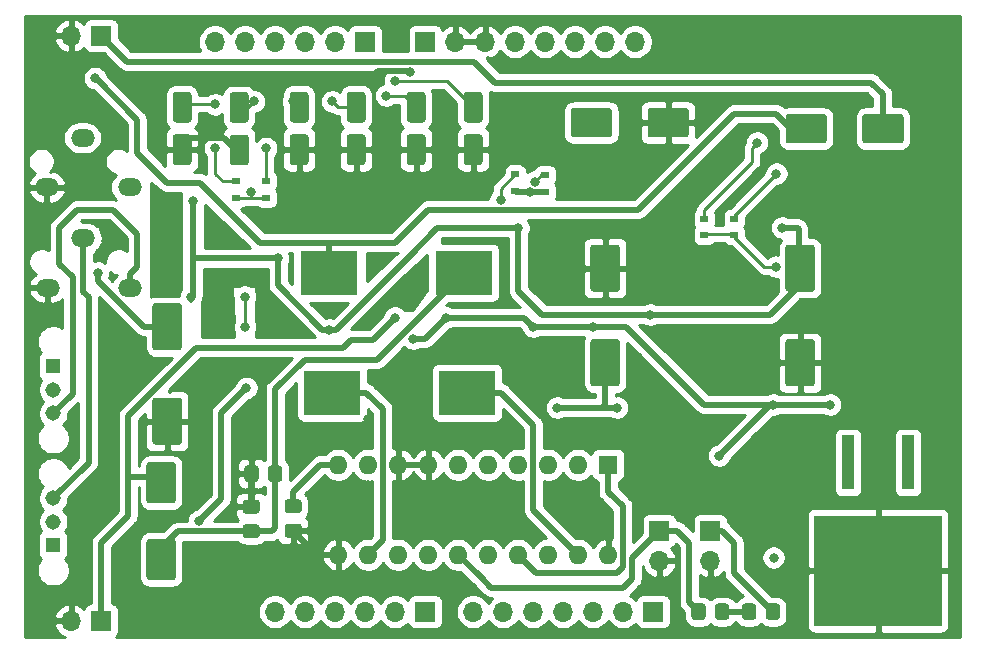
<source format=gbr>
%TF.GenerationSoftware,KiCad,Pcbnew,(5.1.7)-1*%
%TF.CreationDate,2020-12-20T22:11:25+02:00*%
%TF.ProjectId,SOUNDBOX,534f554e-4442-44f5-982e-6b696361645f,rev?*%
%TF.SameCoordinates,Original*%
%TF.FileFunction,Copper,L1,Top*%
%TF.FilePolarity,Positive*%
%FSLAX46Y46*%
G04 Gerber Fmt 4.6, Leading zero omitted, Abs format (unit mm)*
G04 Created by KiCad (PCBNEW (5.1.7)-1) date 2020-12-20 22:11:25*
%MOMM*%
%LPD*%
G01*
G04 APERTURE LIST*
%TA.AperFunction,SMDPad,CuDef*%
%ADD10R,1.100000X4.600000*%
%TD*%
%TA.AperFunction,SMDPad,CuDef*%
%ADD11R,10.800000X9.400000*%
%TD*%
%TA.AperFunction,SMDPad,CuDef*%
%ADD12R,4.800000X3.800000*%
%TD*%
%TA.AperFunction,ComponentPad*%
%ADD13R,1.700000X1.700000*%
%TD*%
%TA.AperFunction,ComponentPad*%
%ADD14O,1.700000X1.700000*%
%TD*%
%TA.AperFunction,ComponentPad*%
%ADD15O,2.000000X1.500000*%
%TD*%
%TA.AperFunction,ComponentPad*%
%ADD16R,1.308000X1.308000*%
%TD*%
%TA.AperFunction,ComponentPad*%
%ADD17C,1.308000*%
%TD*%
%TA.AperFunction,ComponentPad*%
%ADD18R,1.600000X1.600000*%
%TD*%
%TA.AperFunction,ComponentPad*%
%ADD19O,1.600000X1.600000*%
%TD*%
%TA.AperFunction,SMDPad,CuDef*%
%ADD20R,0.700000X0.600000*%
%TD*%
%TA.AperFunction,ViaPad*%
%ADD21C,0.800000*%
%TD*%
%TA.AperFunction,Conductor*%
%ADD22C,0.250000*%
%TD*%
%TA.AperFunction,Conductor*%
%ADD23C,0.500000*%
%TD*%
%TA.AperFunction,Conductor*%
%ADD24C,0.254000*%
%TD*%
%TA.AperFunction,Conductor*%
%ADD25C,0.100000*%
%TD*%
%TA.AperFunction,NonConductor*%
%ADD26C,0.254000*%
%TD*%
%TA.AperFunction,NonConductor*%
%ADD27C,0.100000*%
%TD*%
G04 APERTURE END LIST*
%TO.P,R50,2*%
%TO.N,GNDREF*%
%TA.AperFunction,SMDPad,CuDef*%
G36*
G01*
X70482000Y-146107999D02*
X70482000Y-147008001D01*
G75*
G02*
X70232001Y-147258000I-249999J0D01*
G01*
X69531999Y-147258000D01*
G75*
G02*
X69282000Y-147008001I0J249999D01*
G01*
X69282000Y-146107999D01*
G75*
G02*
X69531999Y-145858000I249999J0D01*
G01*
X70232001Y-145858000D01*
G75*
G02*
X70482000Y-146107999I0J-249999D01*
G01*
G37*
%TD.AperFunction*%
%TO.P,R50,1*%
%TO.N,Net-(C38-Pad2)*%
%TA.AperFunction,SMDPad,CuDef*%
G36*
G01*
X72482000Y-146107999D02*
X72482000Y-147008001D01*
G75*
G02*
X72232001Y-147258000I-249999J0D01*
G01*
X71531999Y-147258000D01*
G75*
G02*
X71282000Y-147008001I0J249999D01*
G01*
X71282000Y-146107999D01*
G75*
G02*
X71531999Y-145858000I249999J0D01*
G01*
X72232001Y-145858000D01*
G75*
G02*
X72482000Y-146107999I0J-249999D01*
G01*
G37*
%TD.AperFunction*%
%TD*%
%TO.P,C39,2*%
%TO.N,/Sheet5F8DB692/FILTER_IN*%
%TA.AperFunction,SMDPad,CuDef*%
G36*
G01*
X63230000Y-149070000D02*
X61230000Y-149070000D01*
G75*
G02*
X60980000Y-148820000I0J250000D01*
G01*
X60980000Y-145820000D01*
G75*
G02*
X61230000Y-145570000I250000J0D01*
G01*
X63230000Y-145570000D01*
G75*
G02*
X63480000Y-145820000I0J-250000D01*
G01*
X63480000Y-148820000D01*
G75*
G02*
X63230000Y-149070000I-250000J0D01*
G01*
G37*
%TD.AperFunction*%
%TO.P,C39,1*%
%TO.N,Net-(C38-Pad2)*%
%TA.AperFunction,SMDPad,CuDef*%
G36*
G01*
X63230000Y-155570000D02*
X61230000Y-155570000D01*
G75*
G02*
X60980000Y-155320000I0J250000D01*
G01*
X60980000Y-152320000D01*
G75*
G02*
X61230000Y-152070000I250000J0D01*
G01*
X63230000Y-152070000D01*
G75*
G02*
X63480000Y-152320000I0J-250000D01*
G01*
X63480000Y-155320000D01*
G75*
G02*
X63230000Y-155570000I-250000J0D01*
G01*
G37*
%TD.AperFunction*%
%TD*%
%TO.P,C40,1*%
%TO.N,Net-(C37-Pad1)*%
%TA.AperFunction,SMDPad,CuDef*%
G36*
G01*
X115090000Y-118348000D02*
X115090000Y-116348000D01*
G75*
G02*
X115340000Y-116098000I250000J0D01*
G01*
X118340000Y-116098000D01*
G75*
G02*
X118590000Y-116348000I0J-250000D01*
G01*
X118590000Y-118348000D01*
G75*
G02*
X118340000Y-118598000I-250000J0D01*
G01*
X115340000Y-118598000D01*
G75*
G02*
X115090000Y-118348000I0J250000D01*
G01*
G37*
%TD.AperFunction*%
%TO.P,C40,2*%
%TO.N,/Sheet5FA98441/Right_out*%
%TA.AperFunction,SMDPad,CuDef*%
G36*
G01*
X121590000Y-118348000D02*
X121590000Y-116348000D01*
G75*
G02*
X121840000Y-116098000I250000J0D01*
G01*
X124840000Y-116098000D01*
G75*
G02*
X125090000Y-116348000I0J-250000D01*
G01*
X125090000Y-118348000D01*
G75*
G02*
X124840000Y-118598000I-250000J0D01*
G01*
X121840000Y-118598000D01*
G75*
G02*
X121590000Y-118348000I0J250000D01*
G01*
G37*
%TD.AperFunction*%
%TD*%
D10*
%TO.P,U7,1*%
%TO.N,/Sheet5FA98441/VCC-12*%
X125476000Y-145609000D03*
%TO.P,U7,3*%
%TO.N,/Sheet5F8DB692/VCC*%
X120396000Y-145609000D03*
D11*
%TO.P,U7,2*%
%TO.N,GNDREF*%
X122936000Y-154759000D03*
%TD*%
D12*
%TO.P,L2,2*%
%TO.N,Net-(C38-Pad2)*%
X87884000Y-129540000D03*
%TO.P,L2,1*%
%TO.N,Net-(C33-Pad1)*%
X88138000Y-139700000D03*
%TD*%
%TO.P,C47,1*%
%TO.N,/Sheet5FA98441/VCC-12*%
%TA.AperFunction,SMDPad,CuDef*%
G36*
G01*
X100822000Y-139160000D02*
X98822000Y-139160000D01*
G75*
G02*
X98572000Y-138910000I0J250000D01*
G01*
X98572000Y-135410000D01*
G75*
G02*
X98822000Y-135160000I250000J0D01*
G01*
X100822000Y-135160000D01*
G75*
G02*
X101072000Y-135410000I0J-250000D01*
G01*
X101072000Y-138910000D01*
G75*
G02*
X100822000Y-139160000I-250000J0D01*
G01*
G37*
%TD.AperFunction*%
%TO.P,C47,2*%
%TO.N,GNDREF*%
%TA.AperFunction,SMDPad,CuDef*%
G36*
G01*
X100822000Y-131160000D02*
X98822000Y-131160000D01*
G75*
G02*
X98572000Y-130910000I0J250000D01*
G01*
X98572000Y-127410000D01*
G75*
G02*
X98822000Y-127160000I250000J0D01*
G01*
X100822000Y-127160000D01*
G75*
G02*
X101072000Y-127410000I0J-250000D01*
G01*
X101072000Y-130910000D01*
G75*
G02*
X100822000Y-131160000I-250000J0D01*
G01*
G37*
%TD.AperFunction*%
%TD*%
%TO.P,C28,2*%
%TO.N,GNDREF*%
%TA.AperFunction,SMDPad,CuDef*%
G36*
G01*
X103406000Y-117840000D02*
X103406000Y-115840000D01*
G75*
G02*
X103656000Y-115590000I250000J0D01*
G01*
X106656000Y-115590000D01*
G75*
G02*
X106906000Y-115840000I0J-250000D01*
G01*
X106906000Y-117840000D01*
G75*
G02*
X106656000Y-118090000I-250000J0D01*
G01*
X103656000Y-118090000D01*
G75*
G02*
X103406000Y-117840000I0J250000D01*
G01*
G37*
%TD.AperFunction*%
%TO.P,C28,1*%
%TO.N,/Sheet5FA98441/VCC-12*%
%TA.AperFunction,SMDPad,CuDef*%
G36*
G01*
X96906000Y-117840000D02*
X96906000Y-115840000D01*
G75*
G02*
X97156000Y-115590000I250000J0D01*
G01*
X100156000Y-115590000D01*
G75*
G02*
X100406000Y-115840000I0J-250000D01*
G01*
X100406000Y-117840000D01*
G75*
G02*
X100156000Y-118090000I-250000J0D01*
G01*
X97156000Y-118090000D01*
G75*
G02*
X96906000Y-117840000I0J250000D01*
G01*
G37*
%TD.AperFunction*%
%TD*%
%TO.P,C36,2*%
%TO.N,/Sheet5FA98441/VCC-12*%
%TA.AperFunction,SMDPad,CuDef*%
G36*
G01*
X63738000Y-136112000D02*
X61738000Y-136112000D01*
G75*
G02*
X61488000Y-135862000I0J250000D01*
G01*
X61488000Y-132362000D01*
G75*
G02*
X61738000Y-132112000I250000J0D01*
G01*
X63738000Y-132112000D01*
G75*
G02*
X63988000Y-132362000I0J-250000D01*
G01*
X63988000Y-135862000D01*
G75*
G02*
X63738000Y-136112000I-250000J0D01*
G01*
G37*
%TD.AperFunction*%
%TO.P,C36,1*%
%TO.N,GNDREF*%
%TA.AperFunction,SMDPad,CuDef*%
G36*
G01*
X63738000Y-144112000D02*
X61738000Y-144112000D01*
G75*
G02*
X61488000Y-143862000I0J250000D01*
G01*
X61488000Y-140362000D01*
G75*
G02*
X61738000Y-140112000I250000J0D01*
G01*
X63738000Y-140112000D01*
G75*
G02*
X63988000Y-140362000I0J-250000D01*
G01*
X63988000Y-143862000D01*
G75*
G02*
X63738000Y-144112000I-250000J0D01*
G01*
G37*
%TD.AperFunction*%
%TD*%
%TO.P,C38,2*%
%TO.N,Net-(C38-Pad2)*%
%TA.AperFunction,SMDPad,CuDef*%
G36*
G01*
X69375000Y-150839500D02*
X70325000Y-150839500D01*
G75*
G02*
X70575000Y-151089500I0J-250000D01*
G01*
X70575000Y-151764500D01*
G75*
G02*
X70325000Y-152014500I-250000J0D01*
G01*
X69375000Y-152014500D01*
G75*
G02*
X69125000Y-151764500I0J250000D01*
G01*
X69125000Y-151089500D01*
G75*
G02*
X69375000Y-150839500I250000J0D01*
G01*
G37*
%TD.AperFunction*%
%TO.P,C38,1*%
%TO.N,GNDREF*%
%TA.AperFunction,SMDPad,CuDef*%
G36*
G01*
X69375000Y-148764500D02*
X70325000Y-148764500D01*
G75*
G02*
X70575000Y-149014500I0J-250000D01*
G01*
X70575000Y-149689500D01*
G75*
G02*
X70325000Y-149939500I-250000J0D01*
G01*
X69375000Y-149939500D01*
G75*
G02*
X69125000Y-149689500I0J250000D01*
G01*
X69125000Y-149014500D01*
G75*
G02*
X69375000Y-148764500I250000J0D01*
G01*
G37*
%TD.AperFunction*%
%TD*%
%TO.P,C46,2*%
%TO.N,/Sheet5FA98441/VCC-12*%
%TA.AperFunction,SMDPad,CuDef*%
G36*
G01*
X73881000Y-149896500D02*
X72931000Y-149896500D01*
G75*
G02*
X72681000Y-149646500I0J250000D01*
G01*
X72681000Y-148971500D01*
G75*
G02*
X72931000Y-148721500I250000J0D01*
G01*
X73881000Y-148721500D01*
G75*
G02*
X74131000Y-148971500I0J-250000D01*
G01*
X74131000Y-149646500D01*
G75*
G02*
X73881000Y-149896500I-250000J0D01*
G01*
G37*
%TD.AperFunction*%
%TO.P,C46,1*%
%TO.N,GNDREF*%
%TA.AperFunction,SMDPad,CuDef*%
G36*
G01*
X73881000Y-151971500D02*
X72931000Y-151971500D01*
G75*
G02*
X72681000Y-151721500I0J250000D01*
G01*
X72681000Y-151046500D01*
G75*
G02*
X72931000Y-150796500I250000J0D01*
G01*
X73881000Y-150796500D01*
G75*
G02*
X74131000Y-151046500I0J-250000D01*
G01*
X74131000Y-151721500D01*
G75*
G02*
X73881000Y-151971500I-250000J0D01*
G01*
G37*
%TD.AperFunction*%
%TD*%
D13*
%TO.P,J1,1*%
%TO.N,1*%
X79502000Y-109982000D03*
D14*
%TO.P,J1,2*%
%TO.N,2*%
X76962000Y-109982000D03*
%TO.P,J1,3*%
%TO.N,3*%
X74422000Y-109982000D03*
%TO.P,J1,4*%
%TO.N,4*%
X71882000Y-109982000D03*
%TO.P,J1,5*%
%TO.N,5*%
X69342000Y-109982000D03*
%TO.P,J1,6*%
%TO.N,6*%
X66802000Y-109982000D03*
%TD*%
D13*
%TO.P,J2,1*%
%TO.N,/Sheet5FA98441/VCC-12*%
X84582000Y-109982000D03*
D14*
%TO.P,J2,2*%
%TO.N,GNDREF*%
X87122000Y-109982000D03*
%TO.P,J2,3*%
X89662000Y-109982000D03*
%TO.P,J2,4*%
%TO.N,Net-(J2-Pad4)*%
X92202000Y-109982000D03*
%TO.P,J2,5*%
%TO.N,Net-(J2-Pad5)*%
X94742000Y-109982000D03*
%TO.P,J2,6*%
%TO.N,Net-(J2-Pad6)*%
X97282000Y-109982000D03*
%TO.P,J2,7*%
%TO.N,Net-(J2-Pad7)*%
X99822000Y-109982000D03*
%TO.P,J2,8*%
%TO.N,Net-(J2-Pad8)*%
X102362000Y-109982000D03*
%TD*%
D13*
%TO.P,J3,1*%
%TO.N,Net-(J3-Pad1)*%
X103886000Y-158242000D03*
D14*
%TO.P,J3,2*%
%TO.N,Net-(J3-Pad2)*%
X101346000Y-158242000D03*
%TO.P,J3,3*%
%TO.N,Net-(J3-Pad3)*%
X98806000Y-158242000D03*
%TO.P,J3,4*%
%TO.N,Net-(J3-Pad4)*%
X96266000Y-158242000D03*
%TO.P,J3,5*%
%TO.N,Net-(J3-Pad5)*%
X93726000Y-158242000D03*
%TO.P,J3,6*%
%TO.N,Net-(J3-Pad6)*%
X91186000Y-158242000D03*
%TO.P,J3,7*%
%TO.N,Net-(J3-Pad7)*%
X88646000Y-158242000D03*
%TD*%
%TO.P,J4,6*%
%TO.N,Net-(J4-Pad6)*%
X71882000Y-158242000D03*
%TO.P,J4,5*%
%TO.N,Net-(J4-Pad5)*%
X74422000Y-158242000D03*
%TO.P,J4,4*%
%TO.N,Net-(J4-Pad4)*%
X76962000Y-158242000D03*
%TO.P,J4,3*%
%TO.N,Net-(J4-Pad3)*%
X79502000Y-158242000D03*
%TO.P,J4,2*%
%TO.N,Net-(J4-Pad2)*%
X82042000Y-158242000D03*
D13*
%TO.P,J4,1*%
%TO.N,Net-(J4-Pad1)*%
X84582000Y-158242000D03*
%TD*%
D15*
%TO.P,J5,S*%
%TO.N,GNDREF*%
X52616000Y-130798000D03*
%TO.P,J5,R*%
%TO.N,Net-(J5-PadR)*%
X55626000Y-126608000D03*
%TO.P,J5,T*%
%TO.N,Net-(J5-PadT)*%
X59606000Y-130798000D03*
%TD*%
D14*
%TO.P,LS1,2*%
%TO.N,GNDREF*%
X54610000Y-159004000D03*
D13*
%TO.P,LS1,1*%
%TO.N,/Sheet5F8DB692/FILTER_IN*%
X57150000Y-159004000D03*
%TD*%
%TO.P,LS2,1*%
%TO.N,/Sheet5FA98441/Right_out*%
X57150000Y-109474000D03*
D14*
%TO.P,LS2,2*%
%TO.N,GNDREF*%
X54610000Y-109474000D03*
%TD*%
D16*
%TO.P,S1,1*%
%TO.N,/Sheet5FFF3C63/Mic_out*%
X53086000Y-137446000D03*
D17*
%TO.P,S1,2*%
%TO.N,/Sheet5FA98441/Left_in*%
X53086000Y-139446000D03*
%TO.P,S1,3*%
%TO.N,Net-(J5-PadT)*%
X53086000Y-141446000D03*
%TD*%
%TO.P,S2,3*%
%TO.N,Net-(J5-PadR)*%
X53086000Y-148622000D03*
%TO.P,S2,2*%
%TO.N,/Sheet5FA98441/Right_in*%
X53086000Y-150622000D03*
D16*
%TO.P,S2,1*%
%TO.N,/Sheet5FFF3C63/Mic_out*%
X53086000Y-152622000D03*
%TD*%
D18*
%TO.P,U1,1*%
%TO.N,/Sheet5FA98441/VCC-12*%
X100076000Y-145796000D03*
D19*
%TO.P,U1,11*%
%TO.N,GNDREF*%
X77216000Y-153416000D03*
%TO.P,U1,2*%
%TO.N,Net-(R3-Pad1)*%
X97536000Y-145796000D03*
%TO.P,U1,12*%
%TO.N,Net-(C34-Pad1)*%
X79756000Y-153416000D03*
%TO.P,U1,3*%
%TO.N,Net-(R4-Pad2)*%
X94996000Y-145796000D03*
%TO.P,U1,13*%
%TO.N,Net-(C34-Pad2)*%
X82296000Y-153416000D03*
%TO.P,U1,4*%
%TO.N,Net-(C1-Pad1)*%
X92456000Y-145796000D03*
%TO.P,U1,14*%
%TO.N,Net-(J8-Pad1)*%
X84836000Y-153416000D03*
%TO.P,U1,5*%
%TO.N,Net-(C26-Pad1)*%
X89916000Y-145796000D03*
%TO.P,U1,15*%
%TO.N,Net-(J7-Pad1)*%
X87376000Y-153416000D03*
%TO.P,U1,6*%
%TO.N,Net-(C27-Pad2)*%
X87376000Y-145796000D03*
%TO.P,U1,16*%
%TO.N,/Sheet5FA98441/VCC-12*%
X89916000Y-153416000D03*
%TO.P,U1,7*%
%TO.N,GNDREF*%
X84836000Y-145796000D03*
%TO.P,U1,17*%
%TO.N,/Sheet5FA98441/VCC-12*%
X92456000Y-153416000D03*
%TO.P,U1,8*%
%TO.N,GNDREF*%
X82296000Y-145796000D03*
%TO.P,U1,18*%
%TO.N,Net-(C33-Pad2)*%
X94996000Y-153416000D03*
%TO.P,U1,9*%
%TO.N,Net-(C29-Pad2)*%
X79756000Y-145796000D03*
%TO.P,U1,19*%
%TO.N,Net-(C33-Pad1)*%
X97536000Y-153416000D03*
%TO.P,U1,10*%
%TO.N,/Sheet5FA98441/VCC-12*%
X77216000Y-145796000D03*
%TO.P,U1,20*%
%TO.N,GNDREF*%
X100076000Y-153416000D03*
%TD*%
D12*
%TO.P,L1,1*%
%TO.N,Net-(C37-Pad1)*%
X76454000Y-129540000D03*
%TO.P,L1,2*%
%TO.N,Net-(C34-Pad1)*%
X76708000Y-139700000D03*
%TD*%
%TO.P,C45,1*%
%TO.N,/Sheet5F8DB692/VCC*%
%TA.AperFunction,SMDPad,CuDef*%
G36*
G01*
X115332000Y-127160000D02*
X117332000Y-127160000D01*
G75*
G02*
X117582000Y-127410000I0J-250000D01*
G01*
X117582000Y-130910000D01*
G75*
G02*
X117332000Y-131160000I-250000J0D01*
G01*
X115332000Y-131160000D01*
G75*
G02*
X115082000Y-130910000I0J250000D01*
G01*
X115082000Y-127410000D01*
G75*
G02*
X115332000Y-127160000I250000J0D01*
G01*
G37*
%TD.AperFunction*%
%TO.P,C45,2*%
%TO.N,GNDREF*%
%TA.AperFunction,SMDPad,CuDef*%
G36*
G01*
X115332000Y-135160000D02*
X117332000Y-135160000D01*
G75*
G02*
X117582000Y-135410000I0J-250000D01*
G01*
X117582000Y-138910000D01*
G75*
G02*
X117332000Y-139160000I-250000J0D01*
G01*
X115332000Y-139160000D01*
G75*
G02*
X115082000Y-138910000I0J250000D01*
G01*
X115082000Y-135410000D01*
G75*
G02*
X115332000Y-135160000I250000J0D01*
G01*
G37*
%TD.AperFunction*%
%TD*%
%TO.P,C48,1*%
%TO.N,5*%
%TA.AperFunction,SMDPad,CuDef*%
G36*
G01*
X68284000Y-114248000D02*
X69384000Y-114248000D01*
G75*
G02*
X69634000Y-114498000I0J-250000D01*
G01*
X69634000Y-116598000D01*
G75*
G02*
X69384000Y-116848000I-250000J0D01*
G01*
X68284000Y-116848000D01*
G75*
G02*
X68034000Y-116598000I0J250000D01*
G01*
X68034000Y-114498000D01*
G75*
G02*
X68284000Y-114248000I250000J0D01*
G01*
G37*
%TD.AperFunction*%
%TO.P,C48,2*%
%TO.N,GNDREF*%
%TA.AperFunction,SMDPad,CuDef*%
G36*
G01*
X68284000Y-117848000D02*
X69384000Y-117848000D01*
G75*
G02*
X69634000Y-118098000I0J-250000D01*
G01*
X69634000Y-120198000D01*
G75*
G02*
X69384000Y-120448000I-250000J0D01*
G01*
X68284000Y-120448000D01*
G75*
G02*
X68034000Y-120198000I0J250000D01*
G01*
X68034000Y-118098000D01*
G75*
G02*
X68284000Y-117848000I250000J0D01*
G01*
G37*
%TD.AperFunction*%
%TD*%
%TO.P,C49,1*%
%TO.N,1*%
%TA.AperFunction,SMDPad,CuDef*%
G36*
G01*
X88096000Y-114226000D02*
X89196000Y-114226000D01*
G75*
G02*
X89446000Y-114476000I0J-250000D01*
G01*
X89446000Y-116576000D01*
G75*
G02*
X89196000Y-116826000I-250000J0D01*
G01*
X88096000Y-116826000D01*
G75*
G02*
X87846000Y-116576000I0J250000D01*
G01*
X87846000Y-114476000D01*
G75*
G02*
X88096000Y-114226000I250000J0D01*
G01*
G37*
%TD.AperFunction*%
%TO.P,C49,2*%
%TO.N,GNDREF*%
%TA.AperFunction,SMDPad,CuDef*%
G36*
G01*
X88096000Y-117826000D02*
X89196000Y-117826000D01*
G75*
G02*
X89446000Y-118076000I0J-250000D01*
G01*
X89446000Y-120176000D01*
G75*
G02*
X89196000Y-120426000I-250000J0D01*
G01*
X88096000Y-120426000D01*
G75*
G02*
X87846000Y-120176000I0J250000D01*
G01*
X87846000Y-118076000D01*
G75*
G02*
X88096000Y-117826000I250000J0D01*
G01*
G37*
%TD.AperFunction*%
%TD*%
%TO.P,C50,1*%
%TO.N,3*%
%TA.AperFunction,SMDPad,CuDef*%
G36*
G01*
X78190000Y-114226000D02*
X79290000Y-114226000D01*
G75*
G02*
X79540000Y-114476000I0J-250000D01*
G01*
X79540000Y-116576000D01*
G75*
G02*
X79290000Y-116826000I-250000J0D01*
G01*
X78190000Y-116826000D01*
G75*
G02*
X77940000Y-116576000I0J250000D01*
G01*
X77940000Y-114476000D01*
G75*
G02*
X78190000Y-114226000I250000J0D01*
G01*
G37*
%TD.AperFunction*%
%TO.P,C50,2*%
%TO.N,GNDREF*%
%TA.AperFunction,SMDPad,CuDef*%
G36*
G01*
X78190000Y-117826000D02*
X79290000Y-117826000D01*
G75*
G02*
X79540000Y-118076000I0J-250000D01*
G01*
X79540000Y-120176000D01*
G75*
G02*
X79290000Y-120426000I-250000J0D01*
G01*
X78190000Y-120426000D01*
G75*
G02*
X77940000Y-120176000I0J250000D01*
G01*
X77940000Y-118076000D01*
G75*
G02*
X78190000Y-117826000I250000J0D01*
G01*
G37*
%TD.AperFunction*%
%TD*%
%TO.P,C51,2*%
%TO.N,GNDREF*%
%TA.AperFunction,SMDPad,CuDef*%
G36*
G01*
X73364000Y-117826000D02*
X74464000Y-117826000D01*
G75*
G02*
X74714000Y-118076000I0J-250000D01*
G01*
X74714000Y-120176000D01*
G75*
G02*
X74464000Y-120426000I-250000J0D01*
G01*
X73364000Y-120426000D01*
G75*
G02*
X73114000Y-120176000I0J250000D01*
G01*
X73114000Y-118076000D01*
G75*
G02*
X73364000Y-117826000I250000J0D01*
G01*
G37*
%TD.AperFunction*%
%TO.P,C51,1*%
%TO.N,4*%
%TA.AperFunction,SMDPad,CuDef*%
G36*
G01*
X73364000Y-114226000D02*
X74464000Y-114226000D01*
G75*
G02*
X74714000Y-114476000I0J-250000D01*
G01*
X74714000Y-116576000D01*
G75*
G02*
X74464000Y-116826000I-250000J0D01*
G01*
X73364000Y-116826000D01*
G75*
G02*
X73114000Y-116576000I0J250000D01*
G01*
X73114000Y-114476000D01*
G75*
G02*
X73364000Y-114226000I250000J0D01*
G01*
G37*
%TD.AperFunction*%
%TD*%
%TO.P,C52,2*%
%TO.N,GNDREF*%
%TA.AperFunction,SMDPad,CuDef*%
G36*
G01*
X63458000Y-117826000D02*
X64558000Y-117826000D01*
G75*
G02*
X64808000Y-118076000I0J-250000D01*
G01*
X64808000Y-120176000D01*
G75*
G02*
X64558000Y-120426000I-250000J0D01*
G01*
X63458000Y-120426000D01*
G75*
G02*
X63208000Y-120176000I0J250000D01*
G01*
X63208000Y-118076000D01*
G75*
G02*
X63458000Y-117826000I250000J0D01*
G01*
G37*
%TD.AperFunction*%
%TO.P,C52,1*%
%TO.N,6*%
%TA.AperFunction,SMDPad,CuDef*%
G36*
G01*
X63458000Y-114226000D02*
X64558000Y-114226000D01*
G75*
G02*
X64808000Y-114476000I0J-250000D01*
G01*
X64808000Y-116576000D01*
G75*
G02*
X64558000Y-116826000I-250000J0D01*
G01*
X63458000Y-116826000D01*
G75*
G02*
X63208000Y-116576000I0J250000D01*
G01*
X63208000Y-114476000D01*
G75*
G02*
X63458000Y-114226000I250000J0D01*
G01*
G37*
%TD.AperFunction*%
%TD*%
%TO.P,C53,2*%
%TO.N,GNDREF*%
%TA.AperFunction,SMDPad,CuDef*%
G36*
G01*
X83270000Y-117826000D02*
X84370000Y-117826000D01*
G75*
G02*
X84620000Y-118076000I0J-250000D01*
G01*
X84620000Y-120176000D01*
G75*
G02*
X84370000Y-120426000I-250000J0D01*
G01*
X83270000Y-120426000D01*
G75*
G02*
X83020000Y-120176000I0J250000D01*
G01*
X83020000Y-118076000D01*
G75*
G02*
X83270000Y-117826000I250000J0D01*
G01*
G37*
%TD.AperFunction*%
%TO.P,C53,1*%
%TO.N,2*%
%TA.AperFunction,SMDPad,CuDef*%
G36*
G01*
X83270000Y-114226000D02*
X84370000Y-114226000D01*
G75*
G02*
X84620000Y-114476000I0J-250000D01*
G01*
X84620000Y-116576000D01*
G75*
G02*
X84370000Y-116826000I-250000J0D01*
G01*
X83270000Y-116826000D01*
G75*
G02*
X83020000Y-116576000I0J250000D01*
G01*
X83020000Y-114476000D01*
G75*
G02*
X83270000Y-114226000I250000J0D01*
G01*
G37*
%TD.AperFunction*%
%TD*%
D14*
%TO.P,J7,2*%
%TO.N,GNDREF*%
X104394000Y-153924000D03*
D13*
%TO.P,J7,1*%
%TO.N,Net-(J7-Pad1)*%
X104394000Y-151384000D03*
%TD*%
%TO.P,J8,1*%
%TO.N,Net-(J8-Pad1)*%
X108712000Y-151384000D03*
D14*
%TO.P,J8,2*%
%TO.N,GNDREF*%
X108712000Y-153924000D03*
%TD*%
%TO.P,R62,1*%
%TO.N,/Sheet5FA98441/VCC-12*%
%TA.AperFunction,SMDPad,CuDef*%
G36*
G01*
X110328000Y-157791999D02*
X110328000Y-158692001D01*
G75*
G02*
X110078001Y-158942000I-249999J0D01*
G01*
X109377999Y-158942000D01*
G75*
G02*
X109128000Y-158692001I0J249999D01*
G01*
X109128000Y-157791999D01*
G75*
G02*
X109377999Y-157542000I249999J0D01*
G01*
X110078001Y-157542000D01*
G75*
G02*
X110328000Y-157791999I0J-249999D01*
G01*
G37*
%TD.AperFunction*%
%TO.P,R62,2*%
%TO.N,Net-(J7-Pad1)*%
%TA.AperFunction,SMDPad,CuDef*%
G36*
G01*
X108328000Y-157791999D02*
X108328000Y-158692001D01*
G75*
G02*
X108078001Y-158942000I-249999J0D01*
G01*
X107377999Y-158942000D01*
G75*
G02*
X107128000Y-158692001I0J249999D01*
G01*
X107128000Y-157791999D01*
G75*
G02*
X107377999Y-157542000I249999J0D01*
G01*
X108078001Y-157542000D01*
G75*
G02*
X108328000Y-157791999I0J-249999D01*
G01*
G37*
%TD.AperFunction*%
%TD*%
%TO.P,R63,2*%
%TO.N,Net-(J8-Pad1)*%
%TA.AperFunction,SMDPad,CuDef*%
G36*
G01*
X113414000Y-158692001D02*
X113414000Y-157791999D01*
G75*
G02*
X113663999Y-157542000I249999J0D01*
G01*
X114364001Y-157542000D01*
G75*
G02*
X114614000Y-157791999I0J-249999D01*
G01*
X114614000Y-158692001D01*
G75*
G02*
X114364001Y-158942000I-249999J0D01*
G01*
X113663999Y-158942000D01*
G75*
G02*
X113414000Y-158692001I0J249999D01*
G01*
G37*
%TD.AperFunction*%
%TO.P,R63,1*%
%TO.N,/Sheet5FA98441/VCC-12*%
%TA.AperFunction,SMDPad,CuDef*%
G36*
G01*
X111414000Y-158692001D02*
X111414000Y-157791999D01*
G75*
G02*
X111663999Y-157542000I249999J0D01*
G01*
X112364001Y-157542000D01*
G75*
G02*
X112614000Y-157791999I0J-249999D01*
G01*
X112614000Y-158692001D01*
G75*
G02*
X112364001Y-158942000I-249999J0D01*
G01*
X111663999Y-158942000D01*
G75*
G02*
X111414000Y-158692001I0J249999D01*
G01*
G37*
%TD.AperFunction*%
%TD*%
D15*
%TO.P,J6,T*%
%TO.N,Net-(C42-Pad1)*%
X59550000Y-122300000D03*
%TO.P,J6,R*%
%TO.N,N/C*%
X55570000Y-118110000D03*
%TO.P,J6,S*%
%TO.N,GNDREF*%
X52560000Y-122300000D03*
%TD*%
D20*
%TO.P,D7,2*%
%TO.N,Net-(D10-Pad2)*%
X108204000Y-126368000D03*
%TO.P,D7,1*%
%TO.N,Net-(C14-Pad1)*%
X108204000Y-124968000D03*
%TD*%
%TO.P,D8,2*%
%TO.N,Net-(D11-Pad2)*%
X94742000Y-122682000D03*
%TO.P,D8,1*%
%TO.N,Net-(C16-Pad1)*%
X94742000Y-121282000D03*
%TD*%
%TO.P,D9,2*%
%TO.N,Net-(D12-Pad2)*%
X71120000Y-123190000D03*
%TO.P,D9,1*%
%TO.N,Net-(C18-Pad1)*%
X71120000Y-121790000D03*
%TD*%
%TO.P,D10,1*%
%TO.N,Net-(C15-Pad1)*%
X110744000Y-124968000D03*
%TO.P,D10,2*%
%TO.N,Net-(D10-Pad2)*%
X110744000Y-126368000D03*
%TD*%
%TO.P,D11,2*%
%TO.N,Net-(D11-Pad2)*%
X92202000Y-122620000D03*
%TO.P,D11,1*%
%TO.N,Net-(C17-Pad1)*%
X92202000Y-121220000D03*
%TD*%
%TO.P,D12,2*%
%TO.N,Net-(D12-Pad2)*%
X68580000Y-123190000D03*
%TO.P,D12,1*%
%TO.N,Net-(C19-Pad1)*%
X68580000Y-121790000D03*
%TD*%
D21*
%TO.N,Net-(C10-Pad1)*%
X69342000Y-134112000D03*
X69342000Y-134112000D03*
X69310000Y-131572000D03*
%TO.N,Net-(C14-Pad1)*%
X112696239Y-118525843D03*
%TO.N,Net-(C15-Pad1)*%
X114321500Y-121158000D03*
%TO.N,Net-(C16-Pad1)*%
X93856386Y-121832000D03*
%TO.N,Net-(C17-Pad1)*%
X90975000Y-123356000D03*
%TO.N,Net-(C18-Pad1)*%
X71120000Y-119002000D03*
%TO.N,Net-(C19-Pad1)*%
X66802000Y-119002000D03*
%TO.N,GNDREF*%
X79756000Y-141898000D03*
X93472000Y-116840000D03*
X83312000Y-112522000D03*
X80010000Y-113030000D03*
X76708000Y-113030000D03*
X73406000Y-113030000D03*
X70104000Y-113030000D03*
X66802000Y-113284000D03*
X79756000Y-147486000D03*
X108712000Y-138430000D03*
X114046000Y-144018000D03*
X109517000Y-148336000D03*
X113030000Y-150622000D03*
X112014000Y-153670000D03*
X62738000Y-141986000D03*
X103378000Y-148336000D03*
X123829597Y-126962000D03*
X101346000Y-125730000D03*
X74168000Y-124968000D03*
X103378000Y-141732000D03*
X93726000Y-140716000D03*
X84360000Y-139954000D03*
X58198000Y-134874000D03*
X69850000Y-149352000D03*
%TO.N,/Sheet5FA98441/VCC-12*%
X56896000Y-129540000D03*
X98806000Y-116840000D03*
X100838000Y-140970000D03*
X95758000Y-140970000D03*
X112014000Y-158242000D03*
X114089000Y-153670000D03*
X125476000Y-145609000D03*
%TO.N,Net-(C37-Pad1)*%
X56642000Y-113062000D03*
%TO.N,/Sheet5F8DB692/VCC*%
X72136000Y-128316990D03*
X64948726Y-123463104D03*
X64770000Y-131572000D03*
X76454000Y-134366000D03*
X92483653Y-125757653D03*
X103632000Y-133096000D03*
X114808000Y-125730000D03*
X120396000Y-145796000D03*
%TO.N,Net-(C43-Pad1)*%
X65428000Y-150577000D03*
X69443041Y-139293041D03*
%TO.N,5*%
X70104000Y-115030000D03*
%TO.N,1*%
X82005000Y-113284000D03*
%TO.N,3*%
X76708000Y-115030000D03*
%TO.N,4*%
X73406000Y-115030000D03*
%TO.N,6*%
X66802000Y-115284000D03*
%TO.N,2*%
X81280000Y-114554000D03*
%TO.N,/Sheet5F8DB692/FILTER_IN*%
X98806000Y-134112000D03*
X93726000Y-134112000D03*
X118872000Y-140716000D03*
X118872000Y-140716000D03*
X109474000Y-145034000D03*
X114046000Y-140716000D03*
X86360000Y-133350000D03*
X83566000Y-135128000D03*
X82026000Y-133350000D03*
%TO.N,Net-(D10-Pad2)*%
X114300000Y-129032000D03*
%TO.N,Net-(D11-Pad2)*%
X93444340Y-122743165D03*
%TO.N,Net-(D12-Pad2)*%
X69850000Y-122682000D03*
%TD*%
D22*
%TO.N,Net-(C10-Pad1)*%
X69342000Y-131604000D02*
X69310000Y-131572000D01*
X69342000Y-134112000D02*
X69342000Y-131604000D01*
%TO.N,Net-(C14-Pad1)*%
X108204000Y-124201590D02*
X112268000Y-120137590D01*
X108204000Y-124968000D02*
X108204000Y-124201590D01*
X112268000Y-118954082D02*
X112696239Y-118525843D01*
X112268000Y-120137590D02*
X112268000Y-118954082D01*
%TO.N,Net-(C15-Pad1)*%
X110744000Y-124735500D02*
X114321500Y-121158000D01*
X110744000Y-124968000D02*
X110744000Y-124735500D01*
%TO.N,Net-(C16-Pad1)*%
X94406386Y-121282000D02*
X93856386Y-121832000D01*
X94742000Y-121282000D02*
X94406386Y-121282000D01*
%TO.N,Net-(C17-Pad1)*%
X90975000Y-122447000D02*
X90975000Y-123356000D01*
X92202000Y-121220000D02*
X90975000Y-122447000D01*
%TO.N,Net-(C18-Pad1)*%
X71120000Y-121790000D02*
X71120000Y-119002000D01*
%TO.N,Net-(C19-Pad1)*%
X66802000Y-120012000D02*
X66802000Y-119002000D01*
X68580000Y-121790000D02*
X67434000Y-121790000D01*
X66802000Y-121158000D02*
X66802000Y-120012000D01*
X67434000Y-121790000D02*
X66802000Y-121158000D01*
D23*
%TO.N,GNDREF*%
X83223999Y-112433999D02*
X83312000Y-112522000D01*
X80606001Y-112433999D02*
X83223999Y-112433999D01*
X80010000Y-113030000D02*
X80606001Y-112433999D01*
X75438000Y-153416000D02*
X73406000Y-151384000D01*
X77216000Y-153416000D02*
X75438000Y-153416000D01*
X62738000Y-142112000D02*
X62738000Y-141986000D01*
X64728001Y-118151999D02*
X63754000Y-119126000D01*
X67583999Y-118151999D02*
X64728001Y-118151999D01*
X68580000Y-119148000D02*
X67583999Y-118151999D01*
X69850000Y-146590000D02*
X69882000Y-146558000D01*
X69850000Y-149352000D02*
X69850000Y-146590000D01*
%TO.N,/Sheet5FA98441/VCC-12*%
X60764930Y-134112000D02*
X56896000Y-130243070D01*
X62738000Y-134112000D02*
X60764930Y-134112000D01*
X56896000Y-130243070D02*
X56896000Y-129540000D01*
X73406000Y-149309000D02*
X73406000Y-148082000D01*
X75692000Y-145796000D02*
X77216000Y-145796000D01*
X73406000Y-148082000D02*
X75692000Y-145796000D01*
X93980000Y-154940000D02*
X92456000Y-153416000D01*
X100838000Y-154940000D02*
X93980000Y-154940000D01*
X101326001Y-154451999D02*
X100838000Y-154940000D01*
X100076000Y-145796000D02*
X100076000Y-148082000D01*
X100076000Y-148082000D02*
X101326001Y-149332001D01*
X101326001Y-149332001D02*
X101326001Y-150348001D01*
X101326001Y-150348001D02*
X101326001Y-154451999D01*
X98656000Y-116840000D02*
X98806000Y-116840000D01*
X109728000Y-158242000D02*
X112014000Y-158242000D01*
X125476000Y-145609000D02*
X125476000Y-145796000D01*
X99822000Y-140716000D02*
X99568000Y-140970000D01*
X99822000Y-137160000D02*
X99822000Y-140716000D01*
X99568000Y-140970000D02*
X100838000Y-140970000D01*
X95758000Y-140970000D02*
X99568000Y-140970000D01*
%TO.N,Net-(C33-Pad1)*%
X93745999Y-149625999D02*
X97536000Y-153416000D01*
X93745999Y-142407999D02*
X93745999Y-149625999D01*
X91038000Y-139700000D02*
X93745999Y-142407999D01*
X88138000Y-139700000D02*
X91038000Y-139700000D01*
%TO.N,Net-(C34-Pad1)*%
X81006001Y-152165999D02*
X79756000Y-153416000D01*
X81006001Y-141098001D02*
X81006001Y-152165999D01*
X79608000Y-139700000D02*
X81006001Y-141098001D01*
X76708000Y-139700000D02*
X79608000Y-139700000D01*
%TO.N,Net-(C37-Pad1)*%
X76454000Y-127000000D02*
X76454000Y-129540000D01*
X65532000Y-121920000D02*
X70612000Y-127000000D01*
X62738000Y-121920000D02*
X65532000Y-121920000D01*
X60198000Y-119380000D02*
X62738000Y-121920000D01*
X60198000Y-116586000D02*
X60198000Y-119380000D01*
X56674000Y-113062000D02*
X60198000Y-116586000D01*
X70612000Y-127000000D02*
X76454000Y-127000000D01*
X56642000Y-113062000D02*
X56674000Y-113062000D01*
X82042000Y-127000000D02*
X76454000Y-127000000D01*
X84836000Y-124206000D02*
X82042000Y-127000000D01*
X102616000Y-124206000D02*
X84836000Y-124206000D01*
X110744000Y-116078000D02*
X102616000Y-124206000D01*
X114300000Y-116078000D02*
X110744000Y-116078000D01*
X115570000Y-117348000D02*
X114300000Y-116078000D01*
X116840000Y-117348000D02*
X115570000Y-117348000D01*
%TO.N,Net-(C38-Pad2)*%
X71882000Y-146558000D02*
X71882000Y-150665000D01*
X63633037Y-151427000D02*
X61735018Y-153325019D01*
X69850000Y-151427000D02*
X63633037Y-151427000D01*
X71585000Y-151427000D02*
X71882000Y-151130000D01*
X69850000Y-151427000D02*
X71585000Y-151427000D01*
X71882000Y-150665000D02*
X71882000Y-151130000D01*
X80518000Y-136906000D02*
X87884000Y-129540000D01*
X74391998Y-136906000D02*
X80518000Y-136906000D01*
X71882000Y-139415998D02*
X74391998Y-136906000D01*
X71882000Y-146558000D02*
X71882000Y-139415998D01*
%TO.N,/Sheet5F8DB692/VCC*%
X64770000Y-131572000D02*
X64770000Y-131826000D01*
X76454000Y-134366000D02*
X76200000Y-134366000D01*
X92483653Y-125757653D02*
X89943653Y-125757653D01*
X92483653Y-125757653D02*
X92483653Y-131091653D01*
X92483653Y-131091653D02*
X94488000Y-133096000D01*
X105286000Y-133096000D02*
X112776000Y-133096000D01*
X103632000Y-133096000D02*
X105286000Y-133096000D01*
X94488000Y-133096000D02*
X103632000Y-133096000D01*
X112776000Y-133096000D02*
X113792000Y-133096000D01*
X76454000Y-134366000D02*
X77019685Y-134366000D01*
X120396000Y-145609000D02*
X120396000Y-145796000D01*
X83213843Y-128169463D02*
X85625653Y-125757653D01*
X83213843Y-128171843D02*
X83213843Y-128169463D01*
X85625653Y-125757653D02*
X89943653Y-125757653D01*
X77019685Y-134366000D02*
X83213843Y-128171843D01*
X64948726Y-131393274D02*
X64770000Y-131572000D01*
X64948726Y-123463104D02*
X64948726Y-128448726D01*
X64948726Y-128448726D02*
X64948726Y-131393274D01*
X65080462Y-128316990D02*
X64948726Y-128448726D01*
X72136000Y-128316990D02*
X65080462Y-128316990D01*
X72136000Y-130613685D02*
X75888315Y-134366000D01*
X75888315Y-134366000D02*
X76454000Y-134366000D01*
X72136000Y-128316990D02*
X72136000Y-130613685D01*
X113792000Y-133096000D02*
X114300000Y-132588000D01*
X115316000Y-131572000D02*
X114300000Y-132588000D01*
X116205000Y-129033000D02*
X116332000Y-129160000D01*
X116332000Y-130556000D02*
X115316000Y-131572000D01*
X116332000Y-129160000D02*
X116332000Y-130556000D01*
X116078000Y-125730000D02*
X116205000Y-125857000D01*
X114808000Y-125730000D02*
X116078000Y-125730000D01*
X116205000Y-125857000D02*
X116205000Y-129033000D01*
%TO.N,Net-(C43-Pad1)*%
X69443041Y-139293041D02*
X67310000Y-141426082D01*
X67310000Y-148695000D02*
X65428000Y-150577000D01*
X67310000Y-141426082D02*
X67310000Y-148695000D01*
D22*
%TO.N,5*%
X69586000Y-115548000D02*
X70104000Y-115030000D01*
X68580000Y-115548000D02*
X69586000Y-115548000D01*
X69352000Y-115030000D02*
X68834000Y-115548000D01*
X70104000Y-115030000D02*
X69352000Y-115030000D01*
%TO.N,1*%
X86404000Y-113284000D02*
X82005000Y-113284000D01*
X88646000Y-115526000D02*
X86404000Y-113284000D01*
%TO.N,3*%
X77204000Y-115526000D02*
X76708000Y-115030000D01*
X78740000Y-115526000D02*
X77204000Y-115526000D01*
D23*
%TO.N,4*%
X73660000Y-115284000D02*
X73406000Y-115030000D01*
X73660000Y-115526000D02*
X73660000Y-115284000D01*
D22*
X73418000Y-115030000D02*
X73914000Y-115526000D01*
X73406000Y-115030000D02*
X73418000Y-115030000D01*
%TO.N,6*%
X64250000Y-115284000D02*
X64008000Y-115526000D01*
X66802000Y-115284000D02*
X64250000Y-115284000D01*
%TO.N,2*%
X82848000Y-114554000D02*
X83820000Y-115526000D01*
X81280000Y-114554000D02*
X82848000Y-114554000D01*
D23*
%TO.N,Net-(J5-PadR)*%
X56088000Y-145620000D02*
X53086000Y-148622000D01*
X56088000Y-131618000D02*
X56088000Y-145620000D01*
X55626000Y-131156000D02*
X56088000Y-131618000D01*
X55626000Y-126608000D02*
X55626000Y-131156000D01*
%TO.N,Net-(J5-PadT)*%
X59398000Y-130798000D02*
X59448000Y-130798000D01*
X53594000Y-125730000D02*
X53594000Y-128778000D01*
X55118000Y-124206000D02*
X53594000Y-125730000D01*
X58166000Y-124206000D02*
X55118000Y-124206000D01*
X60198000Y-129032000D02*
X60198000Y-126238000D01*
X60198000Y-126238000D02*
X58166000Y-124206000D01*
X59606000Y-129624000D02*
X60198000Y-129032000D01*
X59606000Y-130798000D02*
X59606000Y-129624000D01*
X54737000Y-139795000D02*
X54737000Y-129921000D01*
X53086000Y-141446000D02*
X54737000Y-139795000D01*
X53594000Y-128778000D02*
X54737000Y-129921000D01*
%TO.N,/Sheet5F8DB692/FILTER_IN*%
X57150000Y-152400000D02*
X57150000Y-159004000D01*
X93726000Y-134112000D02*
X98806000Y-134112000D01*
X101600000Y-134112000D02*
X98806000Y-134112000D01*
X103378000Y-135890000D02*
X101600000Y-134112000D01*
X118872000Y-140716000D02*
X114046000Y-140716000D01*
X108204000Y-140716000D02*
X103886000Y-136398000D01*
X114046000Y-140716000D02*
X108204000Y-140716000D01*
X103886000Y-136398000D02*
X103378000Y-135890000D01*
X113792000Y-140716000D02*
X114046000Y-140716000D01*
X109474000Y-145034000D02*
X113792000Y-140716000D01*
X92964000Y-133350000D02*
X93726000Y-134112000D01*
X86360000Y-133350000D02*
X92964000Y-133350000D01*
X84582000Y-135128000D02*
X86360000Y-133350000D01*
X83566000Y-135128000D02*
X84582000Y-135128000D01*
X80159999Y-135216001D02*
X82026000Y-133350000D01*
X78320001Y-135216001D02*
X80159999Y-135216001D01*
X77646002Y-135890000D02*
X78320001Y-135216001D01*
X65220034Y-135890000D02*
X77646002Y-135890000D01*
X59436000Y-141674034D02*
X65220034Y-135890000D01*
X59436000Y-146050000D02*
X59436000Y-141674034D01*
X59436000Y-150114000D02*
X58928000Y-150622000D01*
X58928000Y-150622000D02*
X57150000Y-152400000D01*
X61722000Y-146812000D02*
X62230000Y-147320000D01*
X59436000Y-146812000D02*
X61722000Y-146812000D01*
X59436000Y-146050000D02*
X59436000Y-146812000D01*
X59436000Y-146812000D02*
X59436000Y-150114000D01*
%TO.N,Net-(J7-Pad1)*%
X104394000Y-151384000D02*
X105918000Y-151384000D01*
X105918000Y-151384000D02*
X106934000Y-152400000D01*
X106934000Y-157448000D02*
X107728000Y-158242000D01*
X106934000Y-152400000D02*
X106934000Y-157448000D01*
X104394000Y-151384000D02*
X102108000Y-153670000D01*
X102108000Y-153670000D02*
X102108000Y-155448000D01*
X102108000Y-155448000D02*
X101346000Y-156210000D01*
X90170000Y-156210000D02*
X89281000Y-155321000D01*
X101346000Y-156210000D02*
X90170000Y-156210000D01*
X87376000Y-153416000D02*
X89281000Y-155321000D01*
%TO.N,Net-(J8-Pad1)*%
X108712000Y-151384000D02*
X109728000Y-151384000D01*
X109728000Y-151384000D02*
X110744000Y-152400000D01*
X110744000Y-154972000D02*
X114014000Y-158242000D01*
X110744000Y-152400000D02*
X110744000Y-154972000D01*
%TO.N,/Sheet5FA98441/Right_out*%
X59347999Y-111671999D02*
X57150000Y-109474000D01*
X88734001Y-111671999D02*
X59347999Y-111671999D01*
X123340000Y-117348000D02*
X123340000Y-114450000D01*
X122339999Y-113449999D02*
X90512001Y-113449999D01*
X123340000Y-114450000D02*
X122339999Y-113449999D01*
X90512001Y-113449999D02*
X88734001Y-111671999D01*
D22*
%TO.N,Net-(D10-Pad2)*%
X108204000Y-126238000D02*
X110744000Y-126238000D01*
X110744000Y-126368000D02*
X110744000Y-126492000D01*
X113284000Y-129032000D02*
X114300000Y-129032000D01*
X110744000Y-126492000D02*
X113284000Y-129032000D01*
D23*
%TO.N,Net-(D11-Pad2)*%
X92264000Y-122682000D02*
X92202000Y-122620000D01*
X93505505Y-122682000D02*
X93444340Y-122743165D01*
X93726000Y-122682000D02*
X93505505Y-122682000D01*
X94742000Y-122682000D02*
X93726000Y-122682000D01*
X93726000Y-122682000D02*
X92264000Y-122682000D01*
D22*
%TO.N,Net-(D12-Pad2)*%
X71120000Y-123190000D02*
X69850000Y-123190000D01*
X69850000Y-123190000D02*
X68580000Y-123190000D01*
X69850000Y-123190000D02*
X69850000Y-122682000D01*
%TD*%
D24*
%TO.N,GNDREF*%
X129896001Y-160376000D02*
X58364896Y-160376000D01*
X58451185Y-160305185D01*
X58530537Y-160208494D01*
X58589502Y-160098180D01*
X58625812Y-159978482D01*
X58638072Y-159854000D01*
X58638072Y-158154000D01*
X58632335Y-158095740D01*
X70397000Y-158095740D01*
X70397000Y-158388260D01*
X70454068Y-158675158D01*
X70566010Y-158945411D01*
X70728525Y-159188632D01*
X70935368Y-159395475D01*
X71178589Y-159557990D01*
X71448842Y-159669932D01*
X71735740Y-159727000D01*
X72028260Y-159727000D01*
X72315158Y-159669932D01*
X72585411Y-159557990D01*
X72828632Y-159395475D01*
X73035475Y-159188632D01*
X73152000Y-159014240D01*
X73268525Y-159188632D01*
X73475368Y-159395475D01*
X73718589Y-159557990D01*
X73988842Y-159669932D01*
X74275740Y-159727000D01*
X74568260Y-159727000D01*
X74855158Y-159669932D01*
X75125411Y-159557990D01*
X75368632Y-159395475D01*
X75575475Y-159188632D01*
X75692000Y-159014240D01*
X75808525Y-159188632D01*
X76015368Y-159395475D01*
X76258589Y-159557990D01*
X76528842Y-159669932D01*
X76815740Y-159727000D01*
X77108260Y-159727000D01*
X77395158Y-159669932D01*
X77665411Y-159557990D01*
X77908632Y-159395475D01*
X78115475Y-159188632D01*
X78232000Y-159014240D01*
X78348525Y-159188632D01*
X78555368Y-159395475D01*
X78798589Y-159557990D01*
X79068842Y-159669932D01*
X79355740Y-159727000D01*
X79648260Y-159727000D01*
X79935158Y-159669932D01*
X80205411Y-159557990D01*
X80448632Y-159395475D01*
X80655475Y-159188632D01*
X80772000Y-159014240D01*
X80888525Y-159188632D01*
X81095368Y-159395475D01*
X81338589Y-159557990D01*
X81608842Y-159669932D01*
X81895740Y-159727000D01*
X82188260Y-159727000D01*
X82475158Y-159669932D01*
X82745411Y-159557990D01*
X82988632Y-159395475D01*
X83120487Y-159263620D01*
X83142498Y-159336180D01*
X83201463Y-159446494D01*
X83280815Y-159543185D01*
X83377506Y-159622537D01*
X83487820Y-159681502D01*
X83607518Y-159717812D01*
X83732000Y-159730072D01*
X85432000Y-159730072D01*
X85556482Y-159717812D01*
X85676180Y-159681502D01*
X85786494Y-159622537D01*
X85883185Y-159543185D01*
X85962537Y-159446494D01*
X86021502Y-159336180D01*
X86057812Y-159216482D01*
X86070072Y-159092000D01*
X86070072Y-157392000D01*
X86057812Y-157267518D01*
X86021502Y-157147820D01*
X85962537Y-157037506D01*
X85883185Y-156940815D01*
X85786494Y-156861463D01*
X85676180Y-156802498D01*
X85556482Y-156766188D01*
X85432000Y-156753928D01*
X83732000Y-156753928D01*
X83607518Y-156766188D01*
X83487820Y-156802498D01*
X83377506Y-156861463D01*
X83280815Y-156940815D01*
X83201463Y-157037506D01*
X83142498Y-157147820D01*
X83120487Y-157220380D01*
X82988632Y-157088525D01*
X82745411Y-156926010D01*
X82475158Y-156814068D01*
X82188260Y-156757000D01*
X81895740Y-156757000D01*
X81608842Y-156814068D01*
X81338589Y-156926010D01*
X81095368Y-157088525D01*
X80888525Y-157295368D01*
X80772000Y-157469760D01*
X80655475Y-157295368D01*
X80448632Y-157088525D01*
X80205411Y-156926010D01*
X79935158Y-156814068D01*
X79648260Y-156757000D01*
X79355740Y-156757000D01*
X79068842Y-156814068D01*
X78798589Y-156926010D01*
X78555368Y-157088525D01*
X78348525Y-157295368D01*
X78232000Y-157469760D01*
X78115475Y-157295368D01*
X77908632Y-157088525D01*
X77665411Y-156926010D01*
X77395158Y-156814068D01*
X77108260Y-156757000D01*
X76815740Y-156757000D01*
X76528842Y-156814068D01*
X76258589Y-156926010D01*
X76015368Y-157088525D01*
X75808525Y-157295368D01*
X75692000Y-157469760D01*
X75575475Y-157295368D01*
X75368632Y-157088525D01*
X75125411Y-156926010D01*
X74855158Y-156814068D01*
X74568260Y-156757000D01*
X74275740Y-156757000D01*
X73988842Y-156814068D01*
X73718589Y-156926010D01*
X73475368Y-157088525D01*
X73268525Y-157295368D01*
X73152000Y-157469760D01*
X73035475Y-157295368D01*
X72828632Y-157088525D01*
X72585411Y-156926010D01*
X72315158Y-156814068D01*
X72028260Y-156757000D01*
X71735740Y-156757000D01*
X71448842Y-156814068D01*
X71178589Y-156926010D01*
X70935368Y-157088525D01*
X70728525Y-157295368D01*
X70566010Y-157538589D01*
X70454068Y-157808842D01*
X70397000Y-158095740D01*
X58632335Y-158095740D01*
X58625812Y-158029518D01*
X58589502Y-157909820D01*
X58530537Y-157799506D01*
X58451185Y-157702815D01*
X58354494Y-157623463D01*
X58244180Y-157564498D01*
X58124482Y-157528188D01*
X58035000Y-157519375D01*
X58035000Y-152766578D01*
X59584532Y-151217047D01*
X59584537Y-151217041D01*
X60031044Y-150770534D01*
X60064817Y-150742817D01*
X60175411Y-150608059D01*
X60257589Y-150454313D01*
X60308195Y-150287490D01*
X60321000Y-150157477D01*
X60321000Y-150157467D01*
X60325281Y-150114001D01*
X60321000Y-150070535D01*
X60321000Y-147697000D01*
X60341928Y-147697000D01*
X60341928Y-148820000D01*
X60358992Y-148993254D01*
X60409528Y-149159850D01*
X60491595Y-149313386D01*
X60602038Y-149447962D01*
X60736614Y-149558405D01*
X60890150Y-149640472D01*
X61056746Y-149691008D01*
X61230000Y-149708072D01*
X63230000Y-149708072D01*
X63403254Y-149691008D01*
X63569850Y-149640472D01*
X63723386Y-149558405D01*
X63857962Y-149447962D01*
X63968405Y-149313386D01*
X64050472Y-149159850D01*
X64101008Y-148993254D01*
X64118072Y-148820000D01*
X64118072Y-145820000D01*
X64101008Y-145646746D01*
X64050472Y-145480150D01*
X63968405Y-145326614D01*
X63857962Y-145192038D01*
X63723386Y-145081595D01*
X63569850Y-144999528D01*
X63403254Y-144948992D01*
X63230000Y-144931928D01*
X61230000Y-144931928D01*
X61056746Y-144948992D01*
X60890150Y-144999528D01*
X60736614Y-145081595D01*
X60602038Y-145192038D01*
X60491595Y-145326614D01*
X60409528Y-145480150D01*
X60358992Y-145646746D01*
X60341928Y-145820000D01*
X60341928Y-145927000D01*
X60321000Y-145927000D01*
X60321000Y-144112000D01*
X60849928Y-144112000D01*
X60862188Y-144236482D01*
X60898498Y-144356180D01*
X60957463Y-144466494D01*
X61036815Y-144563185D01*
X61133506Y-144642537D01*
X61243820Y-144701502D01*
X61363518Y-144737812D01*
X61488000Y-144750072D01*
X62452250Y-144747000D01*
X62611000Y-144588250D01*
X62611000Y-142239000D01*
X62865000Y-142239000D01*
X62865000Y-144588250D01*
X63023750Y-144747000D01*
X63988000Y-144750072D01*
X64112482Y-144737812D01*
X64232180Y-144701502D01*
X64342494Y-144642537D01*
X64439185Y-144563185D01*
X64518537Y-144466494D01*
X64577502Y-144356180D01*
X64613812Y-144236482D01*
X64626072Y-144112000D01*
X64623000Y-142397750D01*
X64464250Y-142239000D01*
X62865000Y-142239000D01*
X62611000Y-142239000D01*
X61011750Y-142239000D01*
X60853000Y-142397750D01*
X60849928Y-144112000D01*
X60321000Y-144112000D01*
X60321000Y-142040612D01*
X60852432Y-141509180D01*
X60853000Y-141826250D01*
X61011750Y-141985000D01*
X62611000Y-141985000D01*
X62611000Y-141965000D01*
X62865000Y-141965000D01*
X62865000Y-141985000D01*
X64464250Y-141985000D01*
X64623000Y-141826250D01*
X64626072Y-140112000D01*
X64613812Y-139987518D01*
X64577502Y-139867820D01*
X64518537Y-139757506D01*
X64439185Y-139660815D01*
X64342494Y-139581463D01*
X64232180Y-139522498D01*
X64112482Y-139486188D01*
X63988000Y-139473928D01*
X63023750Y-139477000D01*
X62865002Y-139635748D01*
X62865002Y-139496610D01*
X65586613Y-136775000D01*
X73271419Y-136775000D01*
X71286951Y-138759469D01*
X71253184Y-138787181D01*
X71225471Y-138820949D01*
X71225468Y-138820952D01*
X71142590Y-138921939D01*
X71060412Y-139075685D01*
X71009805Y-139242508D01*
X70992719Y-139415998D01*
X70997001Y-139459477D01*
X70997000Y-145403746D01*
X70957363Y-145436276D01*
X70933185Y-145406815D01*
X70836494Y-145327463D01*
X70726180Y-145268498D01*
X70606482Y-145232188D01*
X70482000Y-145219928D01*
X70167750Y-145223000D01*
X70009000Y-145381750D01*
X70009000Y-146431000D01*
X70029000Y-146431000D01*
X70029000Y-146685000D01*
X70009000Y-146685000D01*
X70009000Y-147734250D01*
X70167750Y-147893000D01*
X70482000Y-147896072D01*
X70606482Y-147883812D01*
X70726180Y-147847502D01*
X70836494Y-147788537D01*
X70933185Y-147709185D01*
X70957363Y-147679724D01*
X70997000Y-147712254D01*
X70997000Y-148289364D01*
X70929494Y-148233963D01*
X70819180Y-148174998D01*
X70699482Y-148138688D01*
X70575000Y-148126428D01*
X70135750Y-148129500D01*
X69977000Y-148288250D01*
X69977000Y-149225000D01*
X69997000Y-149225000D01*
X69997000Y-149479000D01*
X69977000Y-149479000D01*
X69977000Y-149499000D01*
X69723000Y-149499000D01*
X69723000Y-149479000D01*
X68648750Y-149479000D01*
X68490000Y-149637750D01*
X68486928Y-149939500D01*
X68499188Y-150063982D01*
X68535498Y-150183680D01*
X68594463Y-150293994D01*
X68673815Y-150390685D01*
X68753594Y-150456158D01*
X68747038Y-150461538D01*
X68681005Y-150542000D01*
X66714578Y-150542000D01*
X67905049Y-149351530D01*
X67938817Y-149323817D01*
X67967782Y-149288524D01*
X68049411Y-149189059D01*
X68065023Y-149159850D01*
X68131589Y-149035313D01*
X68182195Y-148868490D01*
X68192436Y-148764500D01*
X68486928Y-148764500D01*
X68490000Y-149066250D01*
X68648750Y-149225000D01*
X69723000Y-149225000D01*
X69723000Y-148288250D01*
X69564250Y-148129500D01*
X69125000Y-148126428D01*
X69000518Y-148138688D01*
X68880820Y-148174998D01*
X68770506Y-148233963D01*
X68673815Y-148313315D01*
X68594463Y-148410006D01*
X68535498Y-148520320D01*
X68499188Y-148640018D01*
X68486928Y-148764500D01*
X68192436Y-148764500D01*
X68195000Y-148738477D01*
X68195000Y-148738469D01*
X68199281Y-148695000D01*
X68195000Y-148651531D01*
X68195000Y-147258000D01*
X68643928Y-147258000D01*
X68656188Y-147382482D01*
X68692498Y-147502180D01*
X68751463Y-147612494D01*
X68830815Y-147709185D01*
X68927506Y-147788537D01*
X69037820Y-147847502D01*
X69157518Y-147883812D01*
X69282000Y-147896072D01*
X69596250Y-147893000D01*
X69755000Y-147734250D01*
X69755000Y-146685000D01*
X68805750Y-146685000D01*
X68647000Y-146843750D01*
X68643928Y-147258000D01*
X68195000Y-147258000D01*
X68195000Y-145858000D01*
X68643928Y-145858000D01*
X68647000Y-146272250D01*
X68805750Y-146431000D01*
X69755000Y-146431000D01*
X69755000Y-145381750D01*
X69596250Y-145223000D01*
X69282000Y-145219928D01*
X69157518Y-145232188D01*
X69037820Y-145268498D01*
X68927506Y-145327463D01*
X68830815Y-145406815D01*
X68751463Y-145503506D01*
X68692498Y-145613820D01*
X68656188Y-145733518D01*
X68643928Y-145858000D01*
X68195000Y-145858000D01*
X68195000Y-141792660D01*
X69688085Y-140299576D01*
X69744939Y-140288267D01*
X69933297Y-140210246D01*
X70102815Y-140096978D01*
X70246978Y-139952815D01*
X70360246Y-139783297D01*
X70438267Y-139594939D01*
X70478041Y-139394980D01*
X70478041Y-139191102D01*
X70438267Y-138991143D01*
X70360246Y-138802785D01*
X70246978Y-138633267D01*
X70102815Y-138489104D01*
X69933297Y-138375836D01*
X69744939Y-138297815D01*
X69544980Y-138258041D01*
X69341102Y-138258041D01*
X69141143Y-138297815D01*
X68952785Y-138375836D01*
X68783267Y-138489104D01*
X68639104Y-138633267D01*
X68525836Y-138802785D01*
X68447815Y-138991143D01*
X68436506Y-139047997D01*
X66714956Y-140769548D01*
X66681183Y-140797265D01*
X66570589Y-140932024D01*
X66488411Y-141085770D01*
X66437805Y-141252593D01*
X66425000Y-141382606D01*
X66425000Y-141382613D01*
X66420719Y-141426082D01*
X66425000Y-141469551D01*
X66425001Y-148328420D01*
X65182957Y-149570465D01*
X65126102Y-149581774D01*
X64937744Y-149659795D01*
X64768226Y-149773063D01*
X64624063Y-149917226D01*
X64510795Y-150086744D01*
X64432774Y-150275102D01*
X64393000Y-150475061D01*
X64393000Y-150542000D01*
X63676502Y-150542000D01*
X63633036Y-150537719D01*
X63589570Y-150542000D01*
X63589560Y-150542000D01*
X63459547Y-150554805D01*
X63292724Y-150605411D01*
X63138978Y-150687589D01*
X63138976Y-150687590D01*
X63138977Y-150687590D01*
X63037990Y-150770468D01*
X63037988Y-150770470D01*
X63004220Y-150798183D01*
X62976507Y-150831951D01*
X62376530Y-151431928D01*
X61230000Y-151431928D01*
X61056746Y-151448992D01*
X60890150Y-151499528D01*
X60736614Y-151581595D01*
X60602038Y-151692038D01*
X60491595Y-151826614D01*
X60409528Y-151980150D01*
X60358992Y-152146746D01*
X60341928Y-152320000D01*
X60341928Y-155320000D01*
X60358992Y-155493254D01*
X60409528Y-155659850D01*
X60491595Y-155813386D01*
X60602038Y-155947962D01*
X60736614Y-156058405D01*
X60890150Y-156140472D01*
X61056746Y-156191008D01*
X61230000Y-156208072D01*
X63230000Y-156208072D01*
X63403254Y-156191008D01*
X63569850Y-156140472D01*
X63723386Y-156058405D01*
X63857962Y-155947962D01*
X63968405Y-155813386D01*
X64050472Y-155659850D01*
X64101008Y-155493254D01*
X64118072Y-155320000D01*
X64118072Y-153765040D01*
X75824091Y-153765040D01*
X75918930Y-154029881D01*
X76063615Y-154271131D01*
X76252586Y-154479519D01*
X76478580Y-154647037D01*
X76732913Y-154767246D01*
X76866961Y-154807904D01*
X77089000Y-154685915D01*
X77089000Y-153543000D01*
X75945376Y-153543000D01*
X75824091Y-153765040D01*
X64118072Y-153765040D01*
X64118072Y-153066960D01*
X75824091Y-153066960D01*
X75945376Y-153289000D01*
X77089000Y-153289000D01*
X77089000Y-152146085D01*
X76866961Y-152024096D01*
X76732913Y-152064754D01*
X76478580Y-152184963D01*
X76252586Y-152352481D01*
X76063615Y-152560869D01*
X75918930Y-152802119D01*
X75824091Y-153066960D01*
X64118072Y-153066960D01*
X64118072Y-152320000D01*
X64117284Y-152312000D01*
X68681005Y-152312000D01*
X68747038Y-152392462D01*
X68881614Y-152502905D01*
X69035150Y-152584972D01*
X69201746Y-152635508D01*
X69375000Y-152652572D01*
X70325000Y-152652572D01*
X70498254Y-152635508D01*
X70664850Y-152584972D01*
X70818386Y-152502905D01*
X70952962Y-152392462D01*
X71018995Y-152312000D01*
X71541531Y-152312000D01*
X71585000Y-152316281D01*
X71628469Y-152312000D01*
X71628477Y-152312000D01*
X71758490Y-152299195D01*
X71925313Y-152248589D01*
X72076902Y-152167564D01*
X72091498Y-152215680D01*
X72150463Y-152325994D01*
X72229815Y-152422685D01*
X72326506Y-152502037D01*
X72436820Y-152561002D01*
X72556518Y-152597312D01*
X72681000Y-152609572D01*
X73120250Y-152606500D01*
X73279000Y-152447750D01*
X73279000Y-151511000D01*
X73533000Y-151511000D01*
X73533000Y-152447750D01*
X73691750Y-152606500D01*
X74131000Y-152609572D01*
X74255482Y-152597312D01*
X74375180Y-152561002D01*
X74485494Y-152502037D01*
X74582185Y-152422685D01*
X74661537Y-152325994D01*
X74720502Y-152215680D01*
X74756812Y-152095982D01*
X74769072Y-151971500D01*
X74766000Y-151669750D01*
X74607250Y-151511000D01*
X73533000Y-151511000D01*
X73279000Y-151511000D01*
X73259000Y-151511000D01*
X73259000Y-151257000D01*
X73279000Y-151257000D01*
X73279000Y-151237000D01*
X73533000Y-151237000D01*
X73533000Y-151257000D01*
X74607250Y-151257000D01*
X74766000Y-151098250D01*
X74769072Y-150796500D01*
X74756812Y-150672018D01*
X74720502Y-150552320D01*
X74661537Y-150442006D01*
X74582185Y-150345315D01*
X74502406Y-150279842D01*
X74508962Y-150274462D01*
X74619405Y-150139886D01*
X74701472Y-149986350D01*
X74752008Y-149819754D01*
X74769072Y-149646500D01*
X74769072Y-148971500D01*
X74752008Y-148798246D01*
X74701472Y-148631650D01*
X74619405Y-148478114D01*
X74508962Y-148343538D01*
X74446940Y-148292638D01*
X76058579Y-146681000D01*
X76081479Y-146681000D01*
X76101363Y-146710759D01*
X76301241Y-146910637D01*
X76536273Y-147067680D01*
X76797426Y-147175853D01*
X77074665Y-147231000D01*
X77357335Y-147231000D01*
X77634574Y-147175853D01*
X77895727Y-147067680D01*
X78130759Y-146910637D01*
X78330637Y-146710759D01*
X78486000Y-146478241D01*
X78641363Y-146710759D01*
X78841241Y-146910637D01*
X79076273Y-147067680D01*
X79337426Y-147175853D01*
X79614665Y-147231000D01*
X79897335Y-147231000D01*
X80121002Y-147186509D01*
X80121002Y-151799419D01*
X79932439Y-151987983D01*
X79897335Y-151981000D01*
X79614665Y-151981000D01*
X79337426Y-152036147D01*
X79076273Y-152144320D01*
X78841241Y-152301363D01*
X78641363Y-152501241D01*
X78484320Y-152736273D01*
X78479933Y-152746865D01*
X78368385Y-152560869D01*
X78179414Y-152352481D01*
X77953420Y-152184963D01*
X77699087Y-152064754D01*
X77565039Y-152024096D01*
X77343000Y-152146085D01*
X77343000Y-153289000D01*
X77363000Y-153289000D01*
X77363000Y-153543000D01*
X77343000Y-153543000D01*
X77343000Y-154685915D01*
X77565039Y-154807904D01*
X77699087Y-154767246D01*
X77953420Y-154647037D01*
X78179414Y-154479519D01*
X78368385Y-154271131D01*
X78479933Y-154085135D01*
X78484320Y-154095727D01*
X78641363Y-154330759D01*
X78841241Y-154530637D01*
X79076273Y-154687680D01*
X79337426Y-154795853D01*
X79614665Y-154851000D01*
X79897335Y-154851000D01*
X80174574Y-154795853D01*
X80435727Y-154687680D01*
X80670759Y-154530637D01*
X80870637Y-154330759D01*
X81026000Y-154098241D01*
X81181363Y-154330759D01*
X81381241Y-154530637D01*
X81616273Y-154687680D01*
X81877426Y-154795853D01*
X82154665Y-154851000D01*
X82437335Y-154851000D01*
X82714574Y-154795853D01*
X82975727Y-154687680D01*
X83210759Y-154530637D01*
X83410637Y-154330759D01*
X83566000Y-154098241D01*
X83721363Y-154330759D01*
X83921241Y-154530637D01*
X84156273Y-154687680D01*
X84417426Y-154795853D01*
X84694665Y-154851000D01*
X84977335Y-154851000D01*
X85254574Y-154795853D01*
X85515727Y-154687680D01*
X85750759Y-154530637D01*
X85950637Y-154330759D01*
X86106000Y-154098241D01*
X86261363Y-154330759D01*
X86461241Y-154530637D01*
X86696273Y-154687680D01*
X86957426Y-154795853D01*
X87234665Y-154851000D01*
X87517335Y-154851000D01*
X87552439Y-154844017D01*
X88685953Y-155977532D01*
X88685958Y-155977536D01*
X89513470Y-156805049D01*
X89541183Y-156838817D01*
X89574951Y-156866530D01*
X89574953Y-156866532D01*
X89647427Y-156926010D01*
X89675941Y-156949411D01*
X89829687Y-157031589D01*
X89996510Y-157082195D01*
X90126523Y-157095000D01*
X90126531Y-157095000D01*
X90170000Y-157099281D01*
X90213469Y-157095000D01*
X90232893Y-157095000D01*
X90032525Y-157295368D01*
X89916000Y-157469760D01*
X89799475Y-157295368D01*
X89592632Y-157088525D01*
X89349411Y-156926010D01*
X89079158Y-156814068D01*
X88792260Y-156757000D01*
X88499740Y-156757000D01*
X88212842Y-156814068D01*
X87942589Y-156926010D01*
X87699368Y-157088525D01*
X87492525Y-157295368D01*
X87330010Y-157538589D01*
X87218068Y-157808842D01*
X87161000Y-158095740D01*
X87161000Y-158388260D01*
X87218068Y-158675158D01*
X87330010Y-158945411D01*
X87492525Y-159188632D01*
X87699368Y-159395475D01*
X87942589Y-159557990D01*
X88212842Y-159669932D01*
X88499740Y-159727000D01*
X88792260Y-159727000D01*
X89079158Y-159669932D01*
X89349411Y-159557990D01*
X89592632Y-159395475D01*
X89799475Y-159188632D01*
X89916000Y-159014240D01*
X90032525Y-159188632D01*
X90239368Y-159395475D01*
X90482589Y-159557990D01*
X90752842Y-159669932D01*
X91039740Y-159727000D01*
X91332260Y-159727000D01*
X91619158Y-159669932D01*
X91889411Y-159557990D01*
X92132632Y-159395475D01*
X92339475Y-159188632D01*
X92456000Y-159014240D01*
X92572525Y-159188632D01*
X92779368Y-159395475D01*
X93022589Y-159557990D01*
X93292842Y-159669932D01*
X93579740Y-159727000D01*
X93872260Y-159727000D01*
X94159158Y-159669932D01*
X94429411Y-159557990D01*
X94672632Y-159395475D01*
X94879475Y-159188632D01*
X94996000Y-159014240D01*
X95112525Y-159188632D01*
X95319368Y-159395475D01*
X95562589Y-159557990D01*
X95832842Y-159669932D01*
X96119740Y-159727000D01*
X96412260Y-159727000D01*
X96699158Y-159669932D01*
X96969411Y-159557990D01*
X97212632Y-159395475D01*
X97419475Y-159188632D01*
X97536000Y-159014240D01*
X97652525Y-159188632D01*
X97859368Y-159395475D01*
X98102589Y-159557990D01*
X98372842Y-159669932D01*
X98659740Y-159727000D01*
X98952260Y-159727000D01*
X99239158Y-159669932D01*
X99509411Y-159557990D01*
X99752632Y-159395475D01*
X99959475Y-159188632D01*
X100076000Y-159014240D01*
X100192525Y-159188632D01*
X100399368Y-159395475D01*
X100642589Y-159557990D01*
X100912842Y-159669932D01*
X101199740Y-159727000D01*
X101492260Y-159727000D01*
X101779158Y-159669932D01*
X102049411Y-159557990D01*
X102292632Y-159395475D01*
X102424487Y-159263620D01*
X102446498Y-159336180D01*
X102505463Y-159446494D01*
X102584815Y-159543185D01*
X102681506Y-159622537D01*
X102791820Y-159681502D01*
X102911518Y-159717812D01*
X103036000Y-159730072D01*
X104736000Y-159730072D01*
X104860482Y-159717812D01*
X104980180Y-159681502D01*
X105090494Y-159622537D01*
X105187185Y-159543185D01*
X105266537Y-159446494D01*
X105325502Y-159336180D01*
X105361812Y-159216482D01*
X105374072Y-159092000D01*
X105374072Y-157392000D01*
X105361812Y-157267518D01*
X105325502Y-157147820D01*
X105266537Y-157037506D01*
X105187185Y-156940815D01*
X105090494Y-156861463D01*
X104980180Y-156802498D01*
X104860482Y-156766188D01*
X104736000Y-156753928D01*
X103036000Y-156753928D01*
X102911518Y-156766188D01*
X102791820Y-156802498D01*
X102681506Y-156861463D01*
X102584815Y-156940815D01*
X102505463Y-157037506D01*
X102446498Y-157147820D01*
X102424487Y-157220380D01*
X102292632Y-157088525D01*
X102049411Y-156926010D01*
X101929230Y-156876230D01*
X101974817Y-156838817D01*
X102002534Y-156805044D01*
X102703049Y-156104530D01*
X102736817Y-156076817D01*
X102769897Y-156036510D01*
X102847411Y-155942059D01*
X102886095Y-155869686D01*
X102929589Y-155788313D01*
X102980195Y-155621490D01*
X102993000Y-155491477D01*
X102993000Y-155491469D01*
X102997281Y-155448000D01*
X102993000Y-155404531D01*
X102993000Y-154414335D01*
X102997175Y-154428099D01*
X103122359Y-154690920D01*
X103296412Y-154924269D01*
X103512645Y-155119178D01*
X103762748Y-155268157D01*
X104037109Y-155365481D01*
X104267000Y-155244814D01*
X104267000Y-154051000D01*
X104521000Y-154051000D01*
X104521000Y-155244814D01*
X104750891Y-155365481D01*
X105025252Y-155268157D01*
X105275355Y-155119178D01*
X105491588Y-154924269D01*
X105665641Y-154690920D01*
X105790825Y-154428099D01*
X105835476Y-154280890D01*
X105714155Y-154051000D01*
X104521000Y-154051000D01*
X104267000Y-154051000D01*
X104247000Y-154051000D01*
X104247000Y-153797000D01*
X104267000Y-153797000D01*
X104267000Y-153777000D01*
X104521000Y-153777000D01*
X104521000Y-153797000D01*
X105714155Y-153797000D01*
X105835476Y-153567110D01*
X105790825Y-153419901D01*
X105665641Y-153157080D01*
X105491588Y-152923731D01*
X105407534Y-152847966D01*
X105488180Y-152823502D01*
X105598494Y-152764537D01*
X105695185Y-152685185D01*
X105774537Y-152588494D01*
X105808109Y-152525687D01*
X106049000Y-152766579D01*
X106049001Y-157404521D01*
X106044719Y-157448000D01*
X106061805Y-157621490D01*
X106112412Y-157788313D01*
X106194590Y-157942059D01*
X106277468Y-158043046D01*
X106277471Y-158043049D01*
X106305184Y-158076817D01*
X106338951Y-158104529D01*
X106489928Y-158255506D01*
X106489928Y-158692001D01*
X106506992Y-158865255D01*
X106557528Y-159031851D01*
X106639595Y-159185387D01*
X106750038Y-159319962D01*
X106884613Y-159430405D01*
X107038149Y-159512472D01*
X107204745Y-159563008D01*
X107377999Y-159580072D01*
X108078001Y-159580072D01*
X108251255Y-159563008D01*
X108417851Y-159512472D01*
X108571387Y-159430405D01*
X108705962Y-159319962D01*
X108728000Y-159293109D01*
X108750038Y-159319962D01*
X108884613Y-159430405D01*
X109038149Y-159512472D01*
X109204745Y-159563008D01*
X109377999Y-159580072D01*
X110078001Y-159580072D01*
X110251255Y-159563008D01*
X110417851Y-159512472D01*
X110571387Y-159430405D01*
X110705962Y-159319962D01*
X110816405Y-159185387D01*
X110847614Y-159127000D01*
X110894386Y-159127000D01*
X110925595Y-159185387D01*
X111036038Y-159319962D01*
X111170613Y-159430405D01*
X111324149Y-159512472D01*
X111490745Y-159563008D01*
X111663999Y-159580072D01*
X112364001Y-159580072D01*
X112537255Y-159563008D01*
X112703851Y-159512472D01*
X112857387Y-159430405D01*
X112991962Y-159319962D01*
X113014000Y-159293109D01*
X113036038Y-159319962D01*
X113170613Y-159430405D01*
X113324149Y-159512472D01*
X113490745Y-159563008D01*
X113663999Y-159580072D01*
X114364001Y-159580072D01*
X114537255Y-159563008D01*
X114703851Y-159512472D01*
X114803889Y-159459000D01*
X116897928Y-159459000D01*
X116910188Y-159583482D01*
X116946498Y-159703180D01*
X117005463Y-159813494D01*
X117084815Y-159910185D01*
X117181506Y-159989537D01*
X117291820Y-160048502D01*
X117411518Y-160084812D01*
X117536000Y-160097072D01*
X122650250Y-160094000D01*
X122809000Y-159935250D01*
X122809000Y-154886000D01*
X123063000Y-154886000D01*
X123063000Y-159935250D01*
X123221750Y-160094000D01*
X128336000Y-160097072D01*
X128460482Y-160084812D01*
X128580180Y-160048502D01*
X128690494Y-159989537D01*
X128787185Y-159910185D01*
X128866537Y-159813494D01*
X128925502Y-159703180D01*
X128961812Y-159583482D01*
X128974072Y-159459000D01*
X128971000Y-155044750D01*
X128812250Y-154886000D01*
X123063000Y-154886000D01*
X122809000Y-154886000D01*
X117059750Y-154886000D01*
X116901000Y-155044750D01*
X116897928Y-159459000D01*
X114803889Y-159459000D01*
X114857387Y-159430405D01*
X114991962Y-159319962D01*
X115102405Y-159185387D01*
X115184472Y-159031851D01*
X115235008Y-158865255D01*
X115252072Y-158692001D01*
X115252072Y-157791999D01*
X115235008Y-157618745D01*
X115184472Y-157452149D01*
X115102405Y-157298613D01*
X114991962Y-157164038D01*
X114857387Y-157053595D01*
X114703851Y-156971528D01*
X114537255Y-156920992D01*
X114364001Y-156903928D01*
X113927507Y-156903928D01*
X111629000Y-154605422D01*
X111629000Y-153568061D01*
X113054000Y-153568061D01*
X113054000Y-153771939D01*
X113093774Y-153971898D01*
X113171795Y-154160256D01*
X113285063Y-154329774D01*
X113429226Y-154473937D01*
X113598744Y-154587205D01*
X113787102Y-154665226D01*
X113987061Y-154705000D01*
X114190939Y-154705000D01*
X114390898Y-154665226D01*
X114579256Y-154587205D01*
X114748774Y-154473937D01*
X114892937Y-154329774D01*
X115006205Y-154160256D01*
X115084226Y-153971898D01*
X115124000Y-153771939D01*
X115124000Y-153568061D01*
X115084226Y-153368102D01*
X115006205Y-153179744D01*
X114892937Y-153010226D01*
X114748774Y-152866063D01*
X114579256Y-152752795D01*
X114390898Y-152674774D01*
X114190939Y-152635000D01*
X113987061Y-152635000D01*
X113787102Y-152674774D01*
X113598744Y-152752795D01*
X113429226Y-152866063D01*
X113285063Y-153010226D01*
X113171795Y-153179744D01*
X113093774Y-153368102D01*
X113054000Y-153568061D01*
X111629000Y-153568061D01*
X111629000Y-152443469D01*
X111633281Y-152400000D01*
X111629000Y-152356531D01*
X111629000Y-152356523D01*
X111616195Y-152226510D01*
X111565589Y-152059687D01*
X111483411Y-151905941D01*
X111446910Y-151861465D01*
X111400532Y-151804953D01*
X111400530Y-151804951D01*
X111372817Y-151771183D01*
X111339050Y-151743471D01*
X110384534Y-150788956D01*
X110356817Y-150755183D01*
X110222059Y-150644589D01*
X110200072Y-150632837D01*
X110200072Y-150534000D01*
X110187812Y-150409518D01*
X110151502Y-150289820D01*
X110092537Y-150179506D01*
X110013185Y-150082815D01*
X109984167Y-150059000D01*
X116897928Y-150059000D01*
X116901000Y-154473250D01*
X117059750Y-154632000D01*
X122809000Y-154632000D01*
X122809000Y-149582750D01*
X123063000Y-149582750D01*
X123063000Y-154632000D01*
X128812250Y-154632000D01*
X128971000Y-154473250D01*
X128974072Y-150059000D01*
X128961812Y-149934518D01*
X128925502Y-149814820D01*
X128866537Y-149704506D01*
X128787185Y-149607815D01*
X128690494Y-149528463D01*
X128580180Y-149469498D01*
X128460482Y-149433188D01*
X128336000Y-149420928D01*
X123221750Y-149424000D01*
X123063000Y-149582750D01*
X122809000Y-149582750D01*
X122650250Y-149424000D01*
X117536000Y-149420928D01*
X117411518Y-149433188D01*
X117291820Y-149469498D01*
X117181506Y-149528463D01*
X117084815Y-149607815D01*
X117005463Y-149704506D01*
X116946498Y-149814820D01*
X116910188Y-149934518D01*
X116897928Y-150059000D01*
X109984167Y-150059000D01*
X109916494Y-150003463D01*
X109806180Y-149944498D01*
X109686482Y-149908188D01*
X109562000Y-149895928D01*
X107862000Y-149895928D01*
X107737518Y-149908188D01*
X107617820Y-149944498D01*
X107507506Y-150003463D01*
X107410815Y-150082815D01*
X107331463Y-150179506D01*
X107272498Y-150289820D01*
X107236188Y-150409518D01*
X107223928Y-150534000D01*
X107223928Y-151438349D01*
X106574534Y-150788956D01*
X106546817Y-150755183D01*
X106412059Y-150644589D01*
X106258313Y-150562411D01*
X106091490Y-150511805D01*
X105961477Y-150499000D01*
X105961469Y-150499000D01*
X105918000Y-150494719D01*
X105878586Y-150498601D01*
X105869812Y-150409518D01*
X105833502Y-150289820D01*
X105774537Y-150179506D01*
X105695185Y-150082815D01*
X105598494Y-150003463D01*
X105488180Y-149944498D01*
X105368482Y-149908188D01*
X105244000Y-149895928D01*
X103544000Y-149895928D01*
X103419518Y-149908188D01*
X103299820Y-149944498D01*
X103189506Y-150003463D01*
X103092815Y-150082815D01*
X103013463Y-150179506D01*
X102954498Y-150289820D01*
X102918188Y-150409518D01*
X102905928Y-150534000D01*
X102905928Y-151620493D01*
X102211001Y-152315421D01*
X102211001Y-149375466D01*
X102215282Y-149332000D01*
X102211001Y-149288534D01*
X102211001Y-149288524D01*
X102198196Y-149158511D01*
X102147590Y-148991688D01*
X102065412Y-148837942D01*
X101983828Y-148738532D01*
X101982533Y-148736954D01*
X101982531Y-148736952D01*
X101954818Y-148703184D01*
X101921051Y-148675472D01*
X100961000Y-147715422D01*
X100961000Y-147225701D01*
X101000482Y-147221812D01*
X101120180Y-147185502D01*
X101230494Y-147126537D01*
X101327185Y-147047185D01*
X101406537Y-146950494D01*
X101465502Y-146840180D01*
X101501812Y-146720482D01*
X101514072Y-146596000D01*
X101514072Y-144996000D01*
X101501812Y-144871518D01*
X101465502Y-144751820D01*
X101406537Y-144641506D01*
X101327185Y-144544815D01*
X101230494Y-144465463D01*
X101120180Y-144406498D01*
X101000482Y-144370188D01*
X100876000Y-144357928D01*
X99276000Y-144357928D01*
X99151518Y-144370188D01*
X99031820Y-144406498D01*
X98921506Y-144465463D01*
X98824815Y-144544815D01*
X98745463Y-144641506D01*
X98686498Y-144751820D01*
X98650188Y-144871518D01*
X98649357Y-144879961D01*
X98450759Y-144681363D01*
X98215727Y-144524320D01*
X97954574Y-144416147D01*
X97677335Y-144361000D01*
X97394665Y-144361000D01*
X97117426Y-144416147D01*
X96856273Y-144524320D01*
X96621241Y-144681363D01*
X96421363Y-144881241D01*
X96266000Y-145113759D01*
X96110637Y-144881241D01*
X95910759Y-144681363D01*
X95675727Y-144524320D01*
X95414574Y-144416147D01*
X95137335Y-144361000D01*
X94854665Y-144361000D01*
X94630999Y-144405491D01*
X94630999Y-142451468D01*
X94635280Y-142407999D01*
X94630999Y-142364530D01*
X94630999Y-142364522D01*
X94618194Y-142234509D01*
X94567588Y-142067686D01*
X94485410Y-141913940D01*
X94437039Y-141855000D01*
X94402531Y-141812952D01*
X94402529Y-141812950D01*
X94374816Y-141779182D01*
X94341049Y-141751470D01*
X91694534Y-139104956D01*
X91666817Y-139071183D01*
X91532059Y-138960589D01*
X91378313Y-138878411D01*
X91211490Y-138827805D01*
X91176072Y-138824317D01*
X91176072Y-137800000D01*
X91163812Y-137675518D01*
X91127502Y-137555820D01*
X91068537Y-137445506D01*
X90989185Y-137348815D01*
X90892494Y-137269463D01*
X90782180Y-137210498D01*
X90662482Y-137174188D01*
X90538000Y-137161928D01*
X85738000Y-137161928D01*
X85613518Y-137174188D01*
X85493820Y-137210498D01*
X85383506Y-137269463D01*
X85286815Y-137348815D01*
X85207463Y-137445506D01*
X85148498Y-137555820D01*
X85112188Y-137675518D01*
X85099928Y-137800000D01*
X85099928Y-141600000D01*
X85112188Y-141724482D01*
X85148498Y-141844180D01*
X85207463Y-141954494D01*
X85286815Y-142051185D01*
X85383506Y-142130537D01*
X85493820Y-142189502D01*
X85613518Y-142225812D01*
X85738000Y-142238072D01*
X90538000Y-142238072D01*
X90662482Y-142225812D01*
X90782180Y-142189502D01*
X90892494Y-142130537D01*
X90989185Y-142051185D01*
X91068537Y-141954494D01*
X91127502Y-141844180D01*
X91163812Y-141724482D01*
X91176072Y-141600000D01*
X91176072Y-141089650D01*
X92860999Y-142774578D01*
X92860999Y-144413447D01*
X92597335Y-144361000D01*
X92314665Y-144361000D01*
X92037426Y-144416147D01*
X91776273Y-144524320D01*
X91541241Y-144681363D01*
X91341363Y-144881241D01*
X91186000Y-145113759D01*
X91030637Y-144881241D01*
X90830759Y-144681363D01*
X90595727Y-144524320D01*
X90334574Y-144416147D01*
X90057335Y-144361000D01*
X89774665Y-144361000D01*
X89497426Y-144416147D01*
X89236273Y-144524320D01*
X89001241Y-144681363D01*
X88801363Y-144881241D01*
X88646000Y-145113759D01*
X88490637Y-144881241D01*
X88290759Y-144681363D01*
X88055727Y-144524320D01*
X87794574Y-144416147D01*
X87517335Y-144361000D01*
X87234665Y-144361000D01*
X86957426Y-144416147D01*
X86696273Y-144524320D01*
X86461241Y-144681363D01*
X86261363Y-144881241D01*
X86104320Y-145116273D01*
X86099933Y-145126865D01*
X85988385Y-144940869D01*
X85799414Y-144732481D01*
X85573420Y-144564963D01*
X85319087Y-144444754D01*
X85185039Y-144404096D01*
X84963000Y-144526085D01*
X84963000Y-145669000D01*
X84983000Y-145669000D01*
X84983000Y-145923000D01*
X84963000Y-145923000D01*
X84963000Y-147065915D01*
X85185039Y-147187904D01*
X85319087Y-147147246D01*
X85573420Y-147027037D01*
X85799414Y-146859519D01*
X85988385Y-146651131D01*
X86099933Y-146465135D01*
X86104320Y-146475727D01*
X86261363Y-146710759D01*
X86461241Y-146910637D01*
X86696273Y-147067680D01*
X86957426Y-147175853D01*
X87234665Y-147231000D01*
X87517335Y-147231000D01*
X87794574Y-147175853D01*
X88055727Y-147067680D01*
X88290759Y-146910637D01*
X88490637Y-146710759D01*
X88646000Y-146478241D01*
X88801363Y-146710759D01*
X89001241Y-146910637D01*
X89236273Y-147067680D01*
X89497426Y-147175853D01*
X89774665Y-147231000D01*
X90057335Y-147231000D01*
X90334574Y-147175853D01*
X90595727Y-147067680D01*
X90830759Y-146910637D01*
X91030637Y-146710759D01*
X91186000Y-146478241D01*
X91341363Y-146710759D01*
X91541241Y-146910637D01*
X91776273Y-147067680D01*
X92037426Y-147175853D01*
X92314665Y-147231000D01*
X92597335Y-147231000D01*
X92861000Y-147178553D01*
X92861000Y-149582520D01*
X92856718Y-149625999D01*
X92873804Y-149799489D01*
X92924411Y-149966312D01*
X93006589Y-150120058D01*
X93089467Y-150221045D01*
X93089470Y-150221048D01*
X93117183Y-150254816D01*
X93150950Y-150282529D01*
X94850291Y-151981870D01*
X94577426Y-152036147D01*
X94316273Y-152144320D01*
X94081241Y-152301363D01*
X93881363Y-152501241D01*
X93726000Y-152733759D01*
X93570637Y-152501241D01*
X93370759Y-152301363D01*
X93135727Y-152144320D01*
X92874574Y-152036147D01*
X92597335Y-151981000D01*
X92314665Y-151981000D01*
X92037426Y-152036147D01*
X91776273Y-152144320D01*
X91541241Y-152301363D01*
X91341363Y-152501241D01*
X91186000Y-152733759D01*
X91030637Y-152501241D01*
X90830759Y-152301363D01*
X90595727Y-152144320D01*
X90334574Y-152036147D01*
X90057335Y-151981000D01*
X89774665Y-151981000D01*
X89497426Y-152036147D01*
X89236273Y-152144320D01*
X89001241Y-152301363D01*
X88801363Y-152501241D01*
X88646000Y-152733759D01*
X88490637Y-152501241D01*
X88290759Y-152301363D01*
X88055727Y-152144320D01*
X87794574Y-152036147D01*
X87517335Y-151981000D01*
X87234665Y-151981000D01*
X86957426Y-152036147D01*
X86696273Y-152144320D01*
X86461241Y-152301363D01*
X86261363Y-152501241D01*
X86106000Y-152733759D01*
X85950637Y-152501241D01*
X85750759Y-152301363D01*
X85515727Y-152144320D01*
X85254574Y-152036147D01*
X84977335Y-151981000D01*
X84694665Y-151981000D01*
X84417426Y-152036147D01*
X84156273Y-152144320D01*
X83921241Y-152301363D01*
X83721363Y-152501241D01*
X83566000Y-152733759D01*
X83410637Y-152501241D01*
X83210759Y-152301363D01*
X82975727Y-152144320D01*
X82714574Y-152036147D01*
X82437335Y-151981000D01*
X82154665Y-151981000D01*
X81891001Y-152033447D01*
X81891001Y-147170931D01*
X81946961Y-147187904D01*
X82169000Y-147065915D01*
X82169000Y-145923000D01*
X82423000Y-145923000D01*
X82423000Y-147065915D01*
X82645039Y-147187904D01*
X82779087Y-147147246D01*
X83033420Y-147027037D01*
X83259414Y-146859519D01*
X83448385Y-146651131D01*
X83566000Y-146455018D01*
X83683615Y-146651131D01*
X83872586Y-146859519D01*
X84098580Y-147027037D01*
X84352913Y-147147246D01*
X84486961Y-147187904D01*
X84709000Y-147065915D01*
X84709000Y-145923000D01*
X82423000Y-145923000D01*
X82169000Y-145923000D01*
X82149000Y-145923000D01*
X82149000Y-145669000D01*
X82169000Y-145669000D01*
X82169000Y-144526085D01*
X82423000Y-144526085D01*
X82423000Y-145669000D01*
X84709000Y-145669000D01*
X84709000Y-144526085D01*
X84486961Y-144404096D01*
X84352913Y-144444754D01*
X84098580Y-144564963D01*
X83872586Y-144732481D01*
X83683615Y-144940869D01*
X83566000Y-145136982D01*
X83448385Y-144940869D01*
X83259414Y-144732481D01*
X83033420Y-144564963D01*
X82779087Y-144444754D01*
X82645039Y-144404096D01*
X82423000Y-144526085D01*
X82169000Y-144526085D01*
X81946961Y-144404096D01*
X81891001Y-144421069D01*
X81891001Y-141141470D01*
X81895282Y-141098001D01*
X81891001Y-141054532D01*
X81891001Y-141054524D01*
X81878196Y-140924511D01*
X81827590Y-140757688D01*
X81745412Y-140603942D01*
X81704333Y-140553887D01*
X81662533Y-140502954D01*
X81662531Y-140502952D01*
X81634818Y-140469184D01*
X81601051Y-140441472D01*
X80264534Y-139104956D01*
X80236817Y-139071183D01*
X80102059Y-138960589D01*
X79948313Y-138878411D01*
X79781490Y-138827805D01*
X79746072Y-138824317D01*
X79746072Y-137800000D01*
X79745186Y-137791000D01*
X80474531Y-137791000D01*
X80518000Y-137795281D01*
X80561469Y-137791000D01*
X80561477Y-137791000D01*
X80691490Y-137778195D01*
X80858313Y-137727589D01*
X81012059Y-137645411D01*
X81146817Y-137534817D01*
X81174534Y-137501044D01*
X82824934Y-135850645D01*
X82906226Y-135931937D01*
X83075744Y-136045205D01*
X83264102Y-136123226D01*
X83464061Y-136163000D01*
X83667939Y-136163000D01*
X83867898Y-136123226D01*
X84056256Y-136045205D01*
X84104454Y-136013000D01*
X84538531Y-136013000D01*
X84582000Y-136017281D01*
X84625469Y-136013000D01*
X84625477Y-136013000D01*
X84755490Y-136000195D01*
X84922313Y-135949589D01*
X85076059Y-135867411D01*
X85210817Y-135756817D01*
X85238534Y-135723044D01*
X86605044Y-134356535D01*
X86661898Y-134345226D01*
X86850256Y-134267205D01*
X86898454Y-134235000D01*
X92597422Y-134235000D01*
X92719465Y-134357044D01*
X92730774Y-134413898D01*
X92808795Y-134602256D01*
X92922063Y-134771774D01*
X93066226Y-134915937D01*
X93235744Y-135029205D01*
X93424102Y-135107226D01*
X93624061Y-135147000D01*
X93827939Y-135147000D01*
X94027898Y-135107226D01*
X94216256Y-135029205D01*
X94264454Y-134997000D01*
X98040628Y-134997000D01*
X98001528Y-135070150D01*
X97950992Y-135236746D01*
X97933928Y-135410000D01*
X97933928Y-138910000D01*
X97950992Y-139083254D01*
X98001528Y-139249850D01*
X98083595Y-139403386D01*
X98194038Y-139537962D01*
X98328614Y-139648405D01*
X98482150Y-139730472D01*
X98648746Y-139781008D01*
X98822000Y-139798072D01*
X98937001Y-139798072D01*
X98937001Y-140085000D01*
X96296454Y-140085000D01*
X96248256Y-140052795D01*
X96059898Y-139974774D01*
X95859939Y-139935000D01*
X95656061Y-139935000D01*
X95456102Y-139974774D01*
X95267744Y-140052795D01*
X95098226Y-140166063D01*
X94954063Y-140310226D01*
X94840795Y-140479744D01*
X94762774Y-140668102D01*
X94723000Y-140868061D01*
X94723000Y-141071939D01*
X94762774Y-141271898D01*
X94840795Y-141460256D01*
X94954063Y-141629774D01*
X95098226Y-141773937D01*
X95267744Y-141887205D01*
X95456102Y-141965226D01*
X95656061Y-142005000D01*
X95859939Y-142005000D01*
X96059898Y-141965226D01*
X96248256Y-141887205D01*
X96296454Y-141855000D01*
X99524531Y-141855000D01*
X99568000Y-141859281D01*
X99611469Y-141855000D01*
X100299546Y-141855000D01*
X100347744Y-141887205D01*
X100536102Y-141965226D01*
X100736061Y-142005000D01*
X100939939Y-142005000D01*
X101139898Y-141965226D01*
X101328256Y-141887205D01*
X101497774Y-141773937D01*
X101641937Y-141629774D01*
X101755205Y-141460256D01*
X101833226Y-141271898D01*
X101873000Y-141071939D01*
X101873000Y-140868061D01*
X101833226Y-140668102D01*
X101755205Y-140479744D01*
X101641937Y-140310226D01*
X101497774Y-140166063D01*
X101328256Y-140052795D01*
X101139898Y-139974774D01*
X100939939Y-139935000D01*
X100736061Y-139935000D01*
X100707000Y-139940781D01*
X100707000Y-139798072D01*
X100822000Y-139798072D01*
X100995254Y-139781008D01*
X101161850Y-139730472D01*
X101315386Y-139648405D01*
X101449962Y-139537962D01*
X101560405Y-139403386D01*
X101642472Y-139249850D01*
X101693008Y-139083254D01*
X101710072Y-138910000D01*
X101710072Y-135473650D01*
X102782953Y-136546532D01*
X102782959Y-136546537D01*
X103229468Y-136993046D01*
X107547468Y-141311047D01*
X107575183Y-141344817D01*
X107608951Y-141372530D01*
X107608953Y-141372532D01*
X107674204Y-141426082D01*
X107709941Y-141455411D01*
X107863687Y-141537589D01*
X108030510Y-141588195D01*
X108160523Y-141601000D01*
X108160533Y-141601000D01*
X108203999Y-141605281D01*
X108247465Y-141601000D01*
X111655421Y-141601000D01*
X109228957Y-144027465D01*
X109172102Y-144038774D01*
X108983744Y-144116795D01*
X108814226Y-144230063D01*
X108670063Y-144374226D01*
X108556795Y-144543744D01*
X108478774Y-144732102D01*
X108439000Y-144932061D01*
X108439000Y-145135939D01*
X108478774Y-145335898D01*
X108556795Y-145524256D01*
X108670063Y-145693774D01*
X108814226Y-145837937D01*
X108983744Y-145951205D01*
X109172102Y-146029226D01*
X109372061Y-146069000D01*
X109575939Y-146069000D01*
X109775898Y-146029226D01*
X109964256Y-145951205D01*
X110133774Y-145837937D01*
X110277937Y-145693774D01*
X110391205Y-145524256D01*
X110469226Y-145335898D01*
X110480535Y-145279043D01*
X112450578Y-143309000D01*
X119207928Y-143309000D01*
X119207928Y-147909000D01*
X119220188Y-148033482D01*
X119256498Y-148153180D01*
X119315463Y-148263494D01*
X119394815Y-148360185D01*
X119491506Y-148439537D01*
X119601820Y-148498502D01*
X119721518Y-148534812D01*
X119846000Y-148547072D01*
X120946000Y-148547072D01*
X121070482Y-148534812D01*
X121190180Y-148498502D01*
X121300494Y-148439537D01*
X121397185Y-148360185D01*
X121476537Y-148263494D01*
X121535502Y-148153180D01*
X121571812Y-148033482D01*
X121584072Y-147909000D01*
X121584072Y-143309000D01*
X124287928Y-143309000D01*
X124287928Y-147909000D01*
X124300188Y-148033482D01*
X124336498Y-148153180D01*
X124395463Y-148263494D01*
X124474815Y-148360185D01*
X124571506Y-148439537D01*
X124681820Y-148498502D01*
X124801518Y-148534812D01*
X124926000Y-148547072D01*
X126026000Y-148547072D01*
X126150482Y-148534812D01*
X126270180Y-148498502D01*
X126380494Y-148439537D01*
X126477185Y-148360185D01*
X126556537Y-148263494D01*
X126615502Y-148153180D01*
X126651812Y-148033482D01*
X126664072Y-147909000D01*
X126664072Y-143309000D01*
X126651812Y-143184518D01*
X126615502Y-143064820D01*
X126556537Y-142954506D01*
X126477185Y-142857815D01*
X126380494Y-142778463D01*
X126270180Y-142719498D01*
X126150482Y-142683188D01*
X126026000Y-142670928D01*
X124926000Y-142670928D01*
X124801518Y-142683188D01*
X124681820Y-142719498D01*
X124571506Y-142778463D01*
X124474815Y-142857815D01*
X124395463Y-142954506D01*
X124336498Y-143064820D01*
X124300188Y-143184518D01*
X124287928Y-143309000D01*
X121584072Y-143309000D01*
X121571812Y-143184518D01*
X121535502Y-143064820D01*
X121476537Y-142954506D01*
X121397185Y-142857815D01*
X121300494Y-142778463D01*
X121190180Y-142719498D01*
X121070482Y-142683188D01*
X120946000Y-142670928D01*
X119846000Y-142670928D01*
X119721518Y-142683188D01*
X119601820Y-142719498D01*
X119491506Y-142778463D01*
X119394815Y-142857815D01*
X119315463Y-142954506D01*
X119256498Y-143064820D01*
X119220188Y-143184518D01*
X119207928Y-143309000D01*
X112450578Y-143309000D01*
X114008579Y-141751000D01*
X114147939Y-141751000D01*
X114347898Y-141711226D01*
X114536256Y-141633205D01*
X114584454Y-141601000D01*
X118333546Y-141601000D01*
X118381744Y-141633205D01*
X118570102Y-141711226D01*
X118770061Y-141751000D01*
X118973939Y-141751000D01*
X119173898Y-141711226D01*
X119362256Y-141633205D01*
X119531774Y-141519937D01*
X119675937Y-141375774D01*
X119789205Y-141206256D01*
X119867226Y-141017898D01*
X119907000Y-140817939D01*
X119907000Y-140614061D01*
X119867226Y-140414102D01*
X119789205Y-140225744D01*
X119675937Y-140056226D01*
X119531774Y-139912063D01*
X119362256Y-139798795D01*
X119173898Y-139720774D01*
X118973939Y-139681000D01*
X118770061Y-139681000D01*
X118570102Y-139720774D01*
X118381744Y-139798795D01*
X118333546Y-139831000D01*
X114584454Y-139831000D01*
X114536256Y-139798795D01*
X114347898Y-139720774D01*
X114147939Y-139681000D01*
X113944061Y-139681000D01*
X113744102Y-139720774D01*
X113555744Y-139798795D01*
X113507546Y-139831000D01*
X108570579Y-139831000D01*
X107899579Y-139160000D01*
X114443928Y-139160000D01*
X114456188Y-139284482D01*
X114492498Y-139404180D01*
X114551463Y-139514494D01*
X114630815Y-139611185D01*
X114727506Y-139690537D01*
X114837820Y-139749502D01*
X114957518Y-139785812D01*
X115082000Y-139798072D01*
X116046250Y-139795000D01*
X116205000Y-139636250D01*
X116205000Y-137287000D01*
X116459000Y-137287000D01*
X116459000Y-139636250D01*
X116617750Y-139795000D01*
X117582000Y-139798072D01*
X117706482Y-139785812D01*
X117826180Y-139749502D01*
X117936494Y-139690537D01*
X118033185Y-139611185D01*
X118112537Y-139514494D01*
X118171502Y-139404180D01*
X118207812Y-139284482D01*
X118220072Y-139160000D01*
X118217000Y-137445750D01*
X118058250Y-137287000D01*
X116459000Y-137287000D01*
X116205000Y-137287000D01*
X114605750Y-137287000D01*
X114447000Y-137445750D01*
X114443928Y-139160000D01*
X107899579Y-139160000D01*
X104481046Y-135741468D01*
X104034537Y-135294959D01*
X104034532Y-135294953D01*
X103899579Y-135160000D01*
X114443928Y-135160000D01*
X114447000Y-136874250D01*
X114605750Y-137033000D01*
X116205000Y-137033000D01*
X116205000Y-134683750D01*
X116459000Y-134683750D01*
X116459000Y-137033000D01*
X118058250Y-137033000D01*
X118217000Y-136874250D01*
X118220072Y-135160000D01*
X118207812Y-135035518D01*
X118171502Y-134915820D01*
X118112537Y-134805506D01*
X118033185Y-134708815D01*
X117936494Y-134629463D01*
X117826180Y-134570498D01*
X117706482Y-134534188D01*
X117582000Y-134521928D01*
X116617750Y-134525000D01*
X116459000Y-134683750D01*
X116205000Y-134683750D01*
X116046250Y-134525000D01*
X115082000Y-134521928D01*
X114957518Y-134534188D01*
X114837820Y-134570498D01*
X114727506Y-134629463D01*
X114630815Y-134708815D01*
X114551463Y-134805506D01*
X114492498Y-134915820D01*
X114456188Y-135035518D01*
X114443928Y-135160000D01*
X103899579Y-135160000D01*
X102720578Y-133981000D01*
X103093546Y-133981000D01*
X103141744Y-134013205D01*
X103330102Y-134091226D01*
X103530061Y-134131000D01*
X103733939Y-134131000D01*
X103933898Y-134091226D01*
X104122256Y-134013205D01*
X104170454Y-133981000D01*
X113748531Y-133981000D01*
X113792000Y-133985281D01*
X113835469Y-133981000D01*
X113835477Y-133981000D01*
X113965490Y-133968195D01*
X114132313Y-133917589D01*
X114286059Y-133835411D01*
X114420817Y-133724817D01*
X114448534Y-133691044D01*
X114956532Y-133183046D01*
X115972532Y-132167047D01*
X115972536Y-132167042D01*
X116341506Y-131798072D01*
X117332000Y-131798072D01*
X117505254Y-131781008D01*
X117671850Y-131730472D01*
X117825386Y-131648405D01*
X117959962Y-131537962D01*
X118070405Y-131403386D01*
X118152472Y-131249850D01*
X118203008Y-131083254D01*
X118220072Y-130910000D01*
X118220072Y-127410000D01*
X118203008Y-127236746D01*
X118152472Y-127070150D01*
X118070405Y-126916614D01*
X117959962Y-126782038D01*
X117825386Y-126671595D01*
X117671850Y-126589528D01*
X117505254Y-126538992D01*
X117332000Y-126521928D01*
X117090000Y-126521928D01*
X117090000Y-125900465D01*
X117094281Y-125856999D01*
X117090000Y-125813533D01*
X117090000Y-125813523D01*
X117077195Y-125683510D01*
X117026589Y-125516687D01*
X116944411Y-125362941D01*
X116833817Y-125228183D01*
X116800045Y-125200467D01*
X116734532Y-125134954D01*
X116706817Y-125101183D01*
X116572059Y-124990589D01*
X116418313Y-124908411D01*
X116251490Y-124857805D01*
X116121477Y-124845000D01*
X116121469Y-124845000D01*
X116078000Y-124840719D01*
X116034531Y-124845000D01*
X115346454Y-124845000D01*
X115298256Y-124812795D01*
X115109898Y-124734774D01*
X114909939Y-124695000D01*
X114706061Y-124695000D01*
X114506102Y-124734774D01*
X114317744Y-124812795D01*
X114148226Y-124926063D01*
X114004063Y-125070226D01*
X113890795Y-125239744D01*
X113812774Y-125428102D01*
X113773000Y-125628061D01*
X113773000Y-125831939D01*
X113812774Y-126031898D01*
X113890795Y-126220256D01*
X114004063Y-126389774D01*
X114148226Y-126533937D01*
X114317744Y-126647205D01*
X114506102Y-126725226D01*
X114706061Y-126765000D01*
X114724799Y-126765000D01*
X114704038Y-126782038D01*
X114593595Y-126916614D01*
X114511528Y-127070150D01*
X114460992Y-127236746D01*
X114443928Y-127410000D01*
X114443928Y-128005352D01*
X114401939Y-127997000D01*
X114198061Y-127997000D01*
X113998102Y-128036774D01*
X113809744Y-128114795D01*
X113640226Y-128228063D01*
X113597546Y-128270743D01*
X111732072Y-126405271D01*
X111732072Y-126068000D01*
X111719812Y-125943518D01*
X111683502Y-125823820D01*
X111624537Y-125713506D01*
X111587191Y-125668000D01*
X111624537Y-125622494D01*
X111683502Y-125512180D01*
X111719812Y-125392482D01*
X111732072Y-125268000D01*
X111732072Y-124822229D01*
X114361302Y-122193000D01*
X114423439Y-122193000D01*
X114623398Y-122153226D01*
X114811756Y-122075205D01*
X114981274Y-121961937D01*
X115125437Y-121817774D01*
X115238705Y-121648256D01*
X115316726Y-121459898D01*
X115356500Y-121259939D01*
X115356500Y-121056061D01*
X115316726Y-120856102D01*
X115238705Y-120667744D01*
X115125437Y-120498226D01*
X114981274Y-120354063D01*
X114811756Y-120240795D01*
X114623398Y-120162774D01*
X114423439Y-120123000D01*
X114219561Y-120123000D01*
X114019602Y-120162774D01*
X113831244Y-120240795D01*
X113661726Y-120354063D01*
X113517563Y-120498226D01*
X113404295Y-120667744D01*
X113326274Y-120856102D01*
X113286500Y-121056061D01*
X113286500Y-121118198D01*
X110372670Y-124032029D01*
X110269518Y-124042188D01*
X110149820Y-124078498D01*
X110039506Y-124137463D01*
X109942815Y-124216815D01*
X109863463Y-124313506D01*
X109804498Y-124423820D01*
X109768188Y-124543518D01*
X109755928Y-124668000D01*
X109755928Y-125268000D01*
X109768188Y-125392482D01*
X109794130Y-125478000D01*
X109153870Y-125478000D01*
X109179812Y-125392482D01*
X109192072Y-125268000D01*
X109192072Y-124668000D01*
X109179812Y-124543518D01*
X109143502Y-124423820D01*
X109113221Y-124367170D01*
X112779004Y-120701388D01*
X112808001Y-120677591D01*
X112856907Y-120617999D01*
X112902974Y-120561867D01*
X112973546Y-120429837D01*
X112979867Y-120408998D01*
X113017003Y-120286576D01*
X113028000Y-120174923D01*
X113028000Y-120174913D01*
X113031676Y-120137590D01*
X113028000Y-120100267D01*
X113028000Y-119508699D01*
X113186495Y-119443048D01*
X113356013Y-119329780D01*
X113500176Y-119185617D01*
X113613444Y-119016099D01*
X113691465Y-118827741D01*
X113731239Y-118627782D01*
X113731239Y-118423904D01*
X113691465Y-118223945D01*
X113613444Y-118035587D01*
X113500176Y-117866069D01*
X113356013Y-117721906D01*
X113186495Y-117608638D01*
X112998137Y-117530617D01*
X112798178Y-117490843D01*
X112594300Y-117490843D01*
X112394341Y-117530617D01*
X112205983Y-117608638D01*
X112036465Y-117721906D01*
X111892302Y-117866069D01*
X111779034Y-118035587D01*
X111701013Y-118223945D01*
X111661239Y-118423904D01*
X111661239Y-118495429D01*
X111633026Y-118529806D01*
X111562454Y-118661836D01*
X111535352Y-118751183D01*
X111518998Y-118805096D01*
X111513369Y-118862250D01*
X111504324Y-118954082D01*
X111508001Y-118991414D01*
X111508000Y-119822788D01*
X107692998Y-123637791D01*
X107664000Y-123661589D01*
X107640202Y-123690587D01*
X107640201Y-123690588D01*
X107569026Y-123777314D01*
X107498454Y-123909344D01*
X107485006Y-123953677D01*
X107454997Y-124052604D01*
X107444000Y-124164257D01*
X107444000Y-124164268D01*
X107441991Y-124184664D01*
X107402815Y-124216815D01*
X107323463Y-124313506D01*
X107264498Y-124423820D01*
X107228188Y-124543518D01*
X107215928Y-124668000D01*
X107215928Y-125268000D01*
X107228188Y-125392482D01*
X107264498Y-125512180D01*
X107323463Y-125622494D01*
X107360809Y-125668000D01*
X107323463Y-125713506D01*
X107264498Y-125823820D01*
X107228188Y-125943518D01*
X107215928Y-126068000D01*
X107215928Y-126668000D01*
X107228188Y-126792482D01*
X107264498Y-126912180D01*
X107323463Y-127022494D01*
X107402815Y-127119185D01*
X107499506Y-127198537D01*
X107609820Y-127257502D01*
X107729518Y-127293812D01*
X107854000Y-127306072D01*
X108554000Y-127306072D01*
X108678482Y-127293812D01*
X108798180Y-127257502D01*
X108908494Y-127198537D01*
X109005185Y-127119185D01*
X109084537Y-127022494D01*
X109097630Y-126998000D01*
X109850370Y-126998000D01*
X109863463Y-127022494D01*
X109942815Y-127119185D01*
X110039506Y-127198537D01*
X110149820Y-127257502D01*
X110269518Y-127293812D01*
X110394000Y-127306072D01*
X110483271Y-127306072D01*
X112720205Y-129543008D01*
X112743999Y-129572001D01*
X112772992Y-129595795D01*
X112772996Y-129595799D01*
X112812290Y-129628046D01*
X112859724Y-129666974D01*
X112991753Y-129737546D01*
X113135014Y-129781003D01*
X113246667Y-129792000D01*
X113246676Y-129792000D01*
X113283999Y-129795676D01*
X113321322Y-129792000D01*
X113596289Y-129792000D01*
X113640226Y-129835937D01*
X113809744Y-129949205D01*
X113998102Y-130027226D01*
X114198061Y-130067000D01*
X114401939Y-130067000D01*
X114443928Y-130058648D01*
X114443928Y-130910000D01*
X114460992Y-131083254D01*
X114482445Y-131153976D01*
X113704954Y-131931468D01*
X113425422Y-132211000D01*
X104170454Y-132211000D01*
X104122256Y-132178795D01*
X103933898Y-132100774D01*
X103733939Y-132061000D01*
X103530061Y-132061000D01*
X103330102Y-132100774D01*
X103141744Y-132178795D01*
X103093546Y-132211000D01*
X94854579Y-132211000D01*
X93803579Y-131160000D01*
X97933928Y-131160000D01*
X97946188Y-131284482D01*
X97982498Y-131404180D01*
X98041463Y-131514494D01*
X98120815Y-131611185D01*
X98217506Y-131690537D01*
X98327820Y-131749502D01*
X98447518Y-131785812D01*
X98572000Y-131798072D01*
X99536250Y-131795000D01*
X99695000Y-131636250D01*
X99695000Y-129287000D01*
X99949000Y-129287000D01*
X99949000Y-131636250D01*
X100107750Y-131795000D01*
X101072000Y-131798072D01*
X101196482Y-131785812D01*
X101316180Y-131749502D01*
X101426494Y-131690537D01*
X101523185Y-131611185D01*
X101602537Y-131514494D01*
X101661502Y-131404180D01*
X101697812Y-131284482D01*
X101710072Y-131160000D01*
X101707000Y-129445750D01*
X101548250Y-129287000D01*
X99949000Y-129287000D01*
X99695000Y-129287000D01*
X98095750Y-129287000D01*
X97937000Y-129445750D01*
X97933928Y-131160000D01*
X93803579Y-131160000D01*
X93368653Y-130725075D01*
X93368653Y-127160000D01*
X97933928Y-127160000D01*
X97937000Y-128874250D01*
X98095750Y-129033000D01*
X99695000Y-129033000D01*
X99695000Y-126683750D01*
X99949000Y-126683750D01*
X99949000Y-129033000D01*
X101548250Y-129033000D01*
X101707000Y-128874250D01*
X101710072Y-127160000D01*
X101697812Y-127035518D01*
X101661502Y-126915820D01*
X101602537Y-126805506D01*
X101523185Y-126708815D01*
X101426494Y-126629463D01*
X101316180Y-126570498D01*
X101196482Y-126534188D01*
X101072000Y-126521928D01*
X100107750Y-126525000D01*
X99949000Y-126683750D01*
X99695000Y-126683750D01*
X99536250Y-126525000D01*
X98572000Y-126521928D01*
X98447518Y-126534188D01*
X98327820Y-126570498D01*
X98217506Y-126629463D01*
X98120815Y-126708815D01*
X98041463Y-126805506D01*
X97982498Y-126915820D01*
X97946188Y-127035518D01*
X97933928Y-127160000D01*
X93368653Y-127160000D01*
X93368653Y-126296107D01*
X93400858Y-126247909D01*
X93478879Y-126059551D01*
X93518653Y-125859592D01*
X93518653Y-125655714D01*
X93478879Y-125455755D01*
X93400858Y-125267397D01*
X93287590Y-125097879D01*
X93280711Y-125091000D01*
X102572531Y-125091000D01*
X102616000Y-125095281D01*
X102659469Y-125091000D01*
X102659477Y-125091000D01*
X102789490Y-125078195D01*
X102956313Y-125027589D01*
X103110059Y-124945411D01*
X103244817Y-124834817D01*
X103272534Y-124801044D01*
X111110579Y-116963000D01*
X113933422Y-116963000D01*
X114451928Y-117481507D01*
X114451928Y-118348000D01*
X114468992Y-118521254D01*
X114519528Y-118687850D01*
X114601595Y-118841386D01*
X114712038Y-118975962D01*
X114846614Y-119086405D01*
X115000150Y-119168472D01*
X115166746Y-119219008D01*
X115340000Y-119236072D01*
X118340000Y-119236072D01*
X118513254Y-119219008D01*
X118679850Y-119168472D01*
X118833386Y-119086405D01*
X118967962Y-118975962D01*
X119078405Y-118841386D01*
X119160472Y-118687850D01*
X119211008Y-118521254D01*
X119228072Y-118348000D01*
X119228072Y-116348000D01*
X119211008Y-116174746D01*
X119160472Y-116008150D01*
X119078405Y-115854614D01*
X118967962Y-115720038D01*
X118833386Y-115609595D01*
X118679850Y-115527528D01*
X118513254Y-115476992D01*
X118340000Y-115459928D01*
X115340000Y-115459928D01*
X115166746Y-115476992D01*
X115000884Y-115527305D01*
X114956534Y-115482956D01*
X114928817Y-115449183D01*
X114794059Y-115338589D01*
X114640313Y-115256411D01*
X114473490Y-115205805D01*
X114343477Y-115193000D01*
X114343469Y-115193000D01*
X114300000Y-115188719D01*
X114256531Y-115193000D01*
X110787469Y-115193000D01*
X110744000Y-115188719D01*
X110700531Y-115193000D01*
X110700523Y-115193000D01*
X110570510Y-115205805D01*
X110403687Y-115256411D01*
X110280517Y-115322246D01*
X110249941Y-115338589D01*
X110148953Y-115421468D01*
X110148951Y-115421470D01*
X110115183Y-115449183D01*
X110087470Y-115482951D01*
X107543870Y-118026551D01*
X107541000Y-117125750D01*
X107382250Y-116967000D01*
X105283000Y-116967000D01*
X105283000Y-118566250D01*
X105441750Y-118725000D01*
X106842483Y-118727939D01*
X102249422Y-123321000D01*
X95630819Y-123321000D01*
X95681502Y-123226180D01*
X95717812Y-123106482D01*
X95730072Y-122982000D01*
X95730072Y-122382000D01*
X95717812Y-122257518D01*
X95681502Y-122137820D01*
X95622537Y-122027506D01*
X95585191Y-121982000D01*
X95622537Y-121936494D01*
X95681502Y-121826180D01*
X95717812Y-121706482D01*
X95730072Y-121582000D01*
X95730072Y-120982000D01*
X95717812Y-120857518D01*
X95681502Y-120737820D01*
X95622537Y-120627506D01*
X95543185Y-120530815D01*
X95446494Y-120451463D01*
X95336180Y-120392498D01*
X95216482Y-120356188D01*
X95092000Y-120343928D01*
X94392000Y-120343928D01*
X94267518Y-120356188D01*
X94147820Y-120392498D01*
X94037506Y-120451463D01*
X93940815Y-120530815D01*
X93861463Y-120627506D01*
X93802498Y-120737820D01*
X93784546Y-120797000D01*
X93754447Y-120797000D01*
X93554488Y-120836774D01*
X93366130Y-120914795D01*
X93196612Y-121028063D01*
X93190072Y-121034603D01*
X93190072Y-120920000D01*
X93177812Y-120795518D01*
X93141502Y-120675820D01*
X93082537Y-120565506D01*
X93003185Y-120468815D01*
X92906494Y-120389463D01*
X92796180Y-120330498D01*
X92676482Y-120294188D01*
X92552000Y-120281928D01*
X91852000Y-120281928D01*
X91727518Y-120294188D01*
X91607820Y-120330498D01*
X91497506Y-120389463D01*
X91400815Y-120468815D01*
X91321463Y-120565506D01*
X91262498Y-120675820D01*
X91226188Y-120795518D01*
X91213928Y-120920000D01*
X91213928Y-121133270D01*
X90464003Y-121883196D01*
X90434999Y-121906999D01*
X90392475Y-121958815D01*
X90340026Y-122022724D01*
X90276272Y-122141999D01*
X90269454Y-122154754D01*
X90225997Y-122298015D01*
X90215000Y-122409668D01*
X90215000Y-122409678D01*
X90211324Y-122447000D01*
X90215000Y-122484322D01*
X90215000Y-122652289D01*
X90171063Y-122696226D01*
X90057795Y-122865744D01*
X89979774Y-123054102D01*
X89940000Y-123254061D01*
X89940000Y-123321000D01*
X84879469Y-123321000D01*
X84836000Y-123316719D01*
X84792531Y-123321000D01*
X84792523Y-123321000D01*
X84662510Y-123333805D01*
X84495686Y-123384411D01*
X84341941Y-123466589D01*
X84240953Y-123549468D01*
X84240951Y-123549470D01*
X84207183Y-123577183D01*
X84179470Y-123610951D01*
X81675422Y-126115000D01*
X76497476Y-126115000D01*
X76454000Y-126110718D01*
X76410523Y-126115000D01*
X70978579Y-126115000D01*
X68986123Y-124122545D01*
X69054482Y-124115812D01*
X69174180Y-124079502D01*
X69284494Y-124020537D01*
X69370444Y-123950000D01*
X69812667Y-123950000D01*
X69850000Y-123953677D01*
X69887333Y-123950000D01*
X70329556Y-123950000D01*
X70415506Y-124020537D01*
X70525820Y-124079502D01*
X70645518Y-124115812D01*
X70770000Y-124128072D01*
X71470000Y-124128072D01*
X71594482Y-124115812D01*
X71714180Y-124079502D01*
X71824494Y-124020537D01*
X71921185Y-123941185D01*
X72000537Y-123844494D01*
X72059502Y-123734180D01*
X72095812Y-123614482D01*
X72108072Y-123490000D01*
X72108072Y-122890000D01*
X72095812Y-122765518D01*
X72059502Y-122645820D01*
X72000537Y-122535506D01*
X71963191Y-122490000D01*
X72000537Y-122444494D01*
X72059502Y-122334180D01*
X72095812Y-122214482D01*
X72108072Y-122090000D01*
X72108072Y-121490000D01*
X72095812Y-121365518D01*
X72059502Y-121245820D01*
X72000537Y-121135506D01*
X71921185Y-121038815D01*
X71880000Y-121005015D01*
X71880000Y-120426000D01*
X72475928Y-120426000D01*
X72488188Y-120550482D01*
X72524498Y-120670180D01*
X72583463Y-120780494D01*
X72662815Y-120877185D01*
X72759506Y-120956537D01*
X72869820Y-121015502D01*
X72989518Y-121051812D01*
X73114000Y-121064072D01*
X73628250Y-121061000D01*
X73787000Y-120902250D01*
X73787000Y-119253000D01*
X74041000Y-119253000D01*
X74041000Y-120902250D01*
X74199750Y-121061000D01*
X74714000Y-121064072D01*
X74838482Y-121051812D01*
X74958180Y-121015502D01*
X75068494Y-120956537D01*
X75165185Y-120877185D01*
X75244537Y-120780494D01*
X75303502Y-120670180D01*
X75339812Y-120550482D01*
X75352072Y-120426000D01*
X77301928Y-120426000D01*
X77314188Y-120550482D01*
X77350498Y-120670180D01*
X77409463Y-120780494D01*
X77488815Y-120877185D01*
X77585506Y-120956537D01*
X77695820Y-121015502D01*
X77815518Y-121051812D01*
X77940000Y-121064072D01*
X78454250Y-121061000D01*
X78613000Y-120902250D01*
X78613000Y-119253000D01*
X78867000Y-119253000D01*
X78867000Y-120902250D01*
X79025750Y-121061000D01*
X79540000Y-121064072D01*
X79664482Y-121051812D01*
X79784180Y-121015502D01*
X79894494Y-120956537D01*
X79991185Y-120877185D01*
X80070537Y-120780494D01*
X80129502Y-120670180D01*
X80165812Y-120550482D01*
X80178072Y-120426000D01*
X82381928Y-120426000D01*
X82394188Y-120550482D01*
X82430498Y-120670180D01*
X82489463Y-120780494D01*
X82568815Y-120877185D01*
X82665506Y-120956537D01*
X82775820Y-121015502D01*
X82895518Y-121051812D01*
X83020000Y-121064072D01*
X83534250Y-121061000D01*
X83693000Y-120902250D01*
X83693000Y-119253000D01*
X83947000Y-119253000D01*
X83947000Y-120902250D01*
X84105750Y-121061000D01*
X84620000Y-121064072D01*
X84744482Y-121051812D01*
X84864180Y-121015502D01*
X84974494Y-120956537D01*
X85071185Y-120877185D01*
X85150537Y-120780494D01*
X85209502Y-120670180D01*
X85245812Y-120550482D01*
X85258072Y-120426000D01*
X87207928Y-120426000D01*
X87220188Y-120550482D01*
X87256498Y-120670180D01*
X87315463Y-120780494D01*
X87394815Y-120877185D01*
X87491506Y-120956537D01*
X87601820Y-121015502D01*
X87721518Y-121051812D01*
X87846000Y-121064072D01*
X88360250Y-121061000D01*
X88519000Y-120902250D01*
X88519000Y-119253000D01*
X88773000Y-119253000D01*
X88773000Y-120902250D01*
X88931750Y-121061000D01*
X89446000Y-121064072D01*
X89570482Y-121051812D01*
X89690180Y-121015502D01*
X89800494Y-120956537D01*
X89897185Y-120877185D01*
X89976537Y-120780494D01*
X90035502Y-120670180D01*
X90071812Y-120550482D01*
X90084072Y-120426000D01*
X90081000Y-119411750D01*
X89922250Y-119253000D01*
X88773000Y-119253000D01*
X88519000Y-119253000D01*
X87369750Y-119253000D01*
X87211000Y-119411750D01*
X87207928Y-120426000D01*
X85258072Y-120426000D01*
X85255000Y-119411750D01*
X85096250Y-119253000D01*
X83947000Y-119253000D01*
X83693000Y-119253000D01*
X82543750Y-119253000D01*
X82385000Y-119411750D01*
X82381928Y-120426000D01*
X80178072Y-120426000D01*
X80175000Y-119411750D01*
X80016250Y-119253000D01*
X78867000Y-119253000D01*
X78613000Y-119253000D01*
X77463750Y-119253000D01*
X77305000Y-119411750D01*
X77301928Y-120426000D01*
X75352072Y-120426000D01*
X75349000Y-119411750D01*
X75190250Y-119253000D01*
X74041000Y-119253000D01*
X73787000Y-119253000D01*
X72637750Y-119253000D01*
X72479000Y-119411750D01*
X72475928Y-120426000D01*
X71880000Y-120426000D01*
X71880000Y-119705711D01*
X71923937Y-119661774D01*
X72037205Y-119492256D01*
X72115226Y-119303898D01*
X72155000Y-119103939D01*
X72155000Y-118900061D01*
X72115226Y-118700102D01*
X72037205Y-118511744D01*
X71923937Y-118342226D01*
X71779774Y-118198063D01*
X71610256Y-118084795D01*
X71421898Y-118006774D01*
X71221939Y-117967000D01*
X71018061Y-117967000D01*
X70818102Y-118006774D01*
X70629744Y-118084795D01*
X70460226Y-118198063D01*
X70316063Y-118342226D01*
X70270368Y-118410614D01*
X70272072Y-117848000D01*
X70259812Y-117723518D01*
X70223502Y-117603820D01*
X70164537Y-117493506D01*
X70085185Y-117396815D01*
X69988494Y-117317463D01*
X69935187Y-117288969D01*
X70011962Y-117225962D01*
X70122405Y-117091386D01*
X70204472Y-116937850D01*
X70255008Y-116771254D01*
X70272072Y-116598000D01*
X70272072Y-116051845D01*
X70405898Y-116025226D01*
X70594256Y-115947205D01*
X70763774Y-115833937D01*
X70907937Y-115689774D01*
X71021205Y-115520256D01*
X71099226Y-115331898D01*
X71139000Y-115131939D01*
X71139000Y-114928061D01*
X72371000Y-114928061D01*
X72371000Y-115131939D01*
X72410774Y-115331898D01*
X72475928Y-115489193D01*
X72475928Y-116576000D01*
X72492992Y-116749254D01*
X72543528Y-116915850D01*
X72625595Y-117069386D01*
X72736038Y-117203962D01*
X72812813Y-117266969D01*
X72759506Y-117295463D01*
X72662815Y-117374815D01*
X72583463Y-117471506D01*
X72524498Y-117581820D01*
X72488188Y-117701518D01*
X72475928Y-117826000D01*
X72479000Y-118840250D01*
X72637750Y-118999000D01*
X73787000Y-118999000D01*
X73787000Y-118979000D01*
X74041000Y-118979000D01*
X74041000Y-118999000D01*
X75190250Y-118999000D01*
X75349000Y-118840250D01*
X75352072Y-117826000D01*
X75339812Y-117701518D01*
X75303502Y-117581820D01*
X75244537Y-117471506D01*
X75165185Y-117374815D01*
X75068494Y-117295463D01*
X75015187Y-117266969D01*
X75091962Y-117203962D01*
X75202405Y-117069386D01*
X75284472Y-116915850D01*
X75335008Y-116749254D01*
X75352072Y-116576000D01*
X75352072Y-114928061D01*
X75673000Y-114928061D01*
X75673000Y-115131939D01*
X75712774Y-115331898D01*
X75790795Y-115520256D01*
X75904063Y-115689774D01*
X76048226Y-115833937D01*
X76217744Y-115947205D01*
X76406102Y-116025226D01*
X76606061Y-116065000D01*
X76663178Y-116065000D01*
X76663999Y-116066001D01*
X76719804Y-116111799D01*
X76779723Y-116160974D01*
X76873657Y-116211183D01*
X76911753Y-116231546D01*
X77055014Y-116275003D01*
X77166667Y-116286000D01*
X77166677Y-116286000D01*
X77204000Y-116289676D01*
X77241323Y-116286000D01*
X77301928Y-116286000D01*
X77301928Y-116576000D01*
X77318992Y-116749254D01*
X77369528Y-116915850D01*
X77451595Y-117069386D01*
X77562038Y-117203962D01*
X77638813Y-117266969D01*
X77585506Y-117295463D01*
X77488815Y-117374815D01*
X77409463Y-117471506D01*
X77350498Y-117581820D01*
X77314188Y-117701518D01*
X77301928Y-117826000D01*
X77305000Y-118840250D01*
X77463750Y-118999000D01*
X78613000Y-118999000D01*
X78613000Y-118979000D01*
X78867000Y-118979000D01*
X78867000Y-118999000D01*
X80016250Y-118999000D01*
X80175000Y-118840250D01*
X80178072Y-117826000D01*
X80165812Y-117701518D01*
X80129502Y-117581820D01*
X80070537Y-117471506D01*
X79991185Y-117374815D01*
X79894494Y-117295463D01*
X79841187Y-117266969D01*
X79917962Y-117203962D01*
X80028405Y-117069386D01*
X80110472Y-116915850D01*
X80161008Y-116749254D01*
X80178072Y-116576000D01*
X80178072Y-114476000D01*
X80161008Y-114302746D01*
X80110472Y-114136150D01*
X80028405Y-113982614D01*
X79917962Y-113848038D01*
X79783386Y-113737595D01*
X79629850Y-113655528D01*
X79463254Y-113604992D01*
X79290000Y-113587928D01*
X78190000Y-113587928D01*
X78016746Y-113604992D01*
X77850150Y-113655528D01*
X77696614Y-113737595D01*
X77562038Y-113848038D01*
X77451595Y-113982614D01*
X77369528Y-114136150D01*
X77346554Y-114211885D01*
X77198256Y-114112795D01*
X77009898Y-114034774D01*
X76809939Y-113995000D01*
X76606061Y-113995000D01*
X76406102Y-114034774D01*
X76217744Y-114112795D01*
X76048226Y-114226063D01*
X75904063Y-114370226D01*
X75790795Y-114539744D01*
X75712774Y-114728102D01*
X75673000Y-114928061D01*
X75352072Y-114928061D01*
X75352072Y-114476000D01*
X75335008Y-114302746D01*
X75284472Y-114136150D01*
X75202405Y-113982614D01*
X75091962Y-113848038D01*
X74957386Y-113737595D01*
X74803850Y-113655528D01*
X74637254Y-113604992D01*
X74464000Y-113587928D01*
X73364000Y-113587928D01*
X73190746Y-113604992D01*
X73024150Y-113655528D01*
X72870614Y-113737595D01*
X72736038Y-113848038D01*
X72625595Y-113982614D01*
X72543528Y-114136150D01*
X72492992Y-114302746D01*
X72475928Y-114476000D01*
X72475928Y-114570807D01*
X72410774Y-114728102D01*
X72371000Y-114928061D01*
X71139000Y-114928061D01*
X71099226Y-114728102D01*
X71021205Y-114539744D01*
X70907937Y-114370226D01*
X70763774Y-114226063D01*
X70594256Y-114112795D01*
X70405898Y-114034774D01*
X70205939Y-113995000D01*
X70114515Y-113995000D01*
X70011962Y-113870038D01*
X69877386Y-113759595D01*
X69723850Y-113677528D01*
X69557254Y-113626992D01*
X69384000Y-113609928D01*
X68284000Y-113609928D01*
X68110746Y-113626992D01*
X67944150Y-113677528D01*
X67790614Y-113759595D01*
X67656038Y-113870038D01*
X67545595Y-114004614D01*
X67463528Y-114158150D01*
X67412992Y-114324746D01*
X67401651Y-114439890D01*
X67292256Y-114366795D01*
X67103898Y-114288774D01*
X66903939Y-114249000D01*
X66700061Y-114249000D01*
X66500102Y-114288774D01*
X66311744Y-114366795D01*
X66142226Y-114480063D01*
X66098289Y-114524000D01*
X65446072Y-114524000D01*
X65446072Y-114476000D01*
X65429008Y-114302746D01*
X65378472Y-114136150D01*
X65296405Y-113982614D01*
X65185962Y-113848038D01*
X65051386Y-113737595D01*
X64897850Y-113655528D01*
X64731254Y-113604992D01*
X64558000Y-113587928D01*
X63458000Y-113587928D01*
X63284746Y-113604992D01*
X63118150Y-113655528D01*
X62964614Y-113737595D01*
X62830038Y-113848038D01*
X62719595Y-113982614D01*
X62637528Y-114136150D01*
X62586992Y-114302746D01*
X62569928Y-114476000D01*
X62569928Y-116576000D01*
X62586992Y-116749254D01*
X62637528Y-116915850D01*
X62719595Y-117069386D01*
X62830038Y-117203962D01*
X62906813Y-117266969D01*
X62853506Y-117295463D01*
X62756815Y-117374815D01*
X62677463Y-117471506D01*
X62618498Y-117581820D01*
X62582188Y-117701518D01*
X62569928Y-117826000D01*
X62573000Y-118840250D01*
X62731750Y-118999000D01*
X63881000Y-118999000D01*
X63881000Y-118979000D01*
X64135000Y-118979000D01*
X64135000Y-118999000D01*
X65284250Y-118999000D01*
X65443000Y-118840250D01*
X65446072Y-117826000D01*
X65433812Y-117701518D01*
X65397502Y-117581820D01*
X65338537Y-117471506D01*
X65259185Y-117374815D01*
X65162494Y-117295463D01*
X65109187Y-117266969D01*
X65185962Y-117203962D01*
X65296405Y-117069386D01*
X65378472Y-116915850D01*
X65429008Y-116749254D01*
X65446072Y-116576000D01*
X65446072Y-116044000D01*
X66098289Y-116044000D01*
X66142226Y-116087937D01*
X66311744Y-116201205D01*
X66500102Y-116279226D01*
X66700061Y-116319000D01*
X66903939Y-116319000D01*
X67103898Y-116279226D01*
X67292256Y-116201205D01*
X67395928Y-116131934D01*
X67395928Y-116598000D01*
X67412992Y-116771254D01*
X67463528Y-116937850D01*
X67545595Y-117091386D01*
X67656038Y-117225962D01*
X67732813Y-117288969D01*
X67679506Y-117317463D01*
X67582815Y-117396815D01*
X67503463Y-117493506D01*
X67444498Y-117603820D01*
X67408188Y-117723518D01*
X67395928Y-117848000D01*
X67396857Y-118154687D01*
X67292256Y-118084795D01*
X67103898Y-118006774D01*
X66903939Y-117967000D01*
X66700061Y-117967000D01*
X66500102Y-118006774D01*
X66311744Y-118084795D01*
X66142226Y-118198063D01*
X65998063Y-118342226D01*
X65884795Y-118511744D01*
X65806774Y-118700102D01*
X65767000Y-118900061D01*
X65767000Y-119103939D01*
X65806774Y-119303898D01*
X65884795Y-119492256D01*
X65998063Y-119661774D01*
X66042000Y-119705711D01*
X66042000Y-120049332D01*
X66042001Y-120049342D01*
X66042000Y-121120677D01*
X66038324Y-121158000D01*
X66041823Y-121193526D01*
X66026059Y-121180589D01*
X65872313Y-121098411D01*
X65705490Y-121047805D01*
X65575477Y-121035000D01*
X65575469Y-121035000D01*
X65532000Y-121030719D01*
X65488531Y-121035000D01*
X64987904Y-121035000D01*
X65052180Y-121015502D01*
X65162494Y-120956537D01*
X65259185Y-120877185D01*
X65338537Y-120780494D01*
X65397502Y-120670180D01*
X65433812Y-120550482D01*
X65446072Y-120426000D01*
X65443000Y-119411750D01*
X65284250Y-119253000D01*
X64135000Y-119253000D01*
X64135000Y-119273000D01*
X63881000Y-119273000D01*
X63881000Y-119253000D01*
X62731750Y-119253000D01*
X62573000Y-119411750D01*
X62569928Y-120426000D01*
X62578050Y-120508472D01*
X61083000Y-119013422D01*
X61083000Y-116629469D01*
X61087281Y-116586000D01*
X61083000Y-116542531D01*
X61083000Y-116542523D01*
X61070195Y-116412510D01*
X61035156Y-116297003D01*
X61019589Y-116245686D01*
X60937411Y-116091941D01*
X60854532Y-115990953D01*
X60854530Y-115990951D01*
X60826817Y-115957183D01*
X60793050Y-115929471D01*
X57640589Y-112777011D01*
X57637226Y-112760102D01*
X57559205Y-112571744D01*
X57445937Y-112402226D01*
X57301774Y-112258063D01*
X57132256Y-112144795D01*
X56943898Y-112066774D01*
X56743939Y-112027000D01*
X56540061Y-112027000D01*
X56340102Y-112066774D01*
X56151744Y-112144795D01*
X55982226Y-112258063D01*
X55838063Y-112402226D01*
X55724795Y-112571744D01*
X55646774Y-112760102D01*
X55607000Y-112960061D01*
X55607000Y-113163939D01*
X55646774Y-113363898D01*
X55724795Y-113552256D01*
X55838063Y-113721774D01*
X55982226Y-113865937D01*
X56151744Y-113979205D01*
X56340102Y-114057226D01*
X56436903Y-114076481D01*
X59313000Y-116952579D01*
X59313001Y-119237869D01*
X59303520Y-119228388D01*
X59117624Y-119104176D01*
X58911067Y-119018617D01*
X58691788Y-118975000D01*
X58468212Y-118975000D01*
X58248933Y-119018617D01*
X58042376Y-119104176D01*
X57856480Y-119228388D01*
X57698388Y-119386480D01*
X57574176Y-119572376D01*
X57488617Y-119778933D01*
X57445000Y-119998212D01*
X57445000Y-120221788D01*
X57488617Y-120441067D01*
X57574176Y-120647624D01*
X57698388Y-120833520D01*
X57856480Y-120991612D01*
X58042376Y-121115824D01*
X58248933Y-121201383D01*
X58415186Y-121234453D01*
X58315919Y-121315919D01*
X58142843Y-121526812D01*
X58014236Y-121767419D01*
X57935040Y-122028493D01*
X57908299Y-122300000D01*
X57935040Y-122571507D01*
X58014236Y-122832581D01*
X58142843Y-123073188D01*
X58315919Y-123284081D01*
X58398214Y-123351619D01*
X58339490Y-123333805D01*
X58209477Y-123321000D01*
X58209469Y-123321000D01*
X58166000Y-123316719D01*
X58122531Y-123321000D01*
X55161465Y-123321000D01*
X55117999Y-123316719D01*
X55074533Y-123321000D01*
X55074523Y-123321000D01*
X54944510Y-123333805D01*
X54777687Y-123384411D01*
X54623941Y-123466589D01*
X54623939Y-123466590D01*
X54623940Y-123466590D01*
X54522953Y-123549468D01*
X54522951Y-123549470D01*
X54489183Y-123577183D01*
X54461470Y-123610951D01*
X52998956Y-125073466D01*
X52965183Y-125101183D01*
X52854589Y-125235942D01*
X52772411Y-125389688D01*
X52721805Y-125556511D01*
X52709000Y-125686524D01*
X52709000Y-125686531D01*
X52704719Y-125730000D01*
X52709000Y-125773469D01*
X52709001Y-127632496D01*
X52663624Y-127602176D01*
X52457067Y-127516617D01*
X52237788Y-127473000D01*
X52014212Y-127473000D01*
X51794933Y-127516617D01*
X51588376Y-127602176D01*
X51402480Y-127726388D01*
X51244388Y-127884480D01*
X51120176Y-128070376D01*
X51034617Y-128276933D01*
X50991000Y-128496212D01*
X50991000Y-128719788D01*
X51034617Y-128939067D01*
X51120176Y-129145624D01*
X51244388Y-129331520D01*
X51402480Y-129489612D01*
X51588376Y-129613824D01*
X51619018Y-129626516D01*
X51512366Y-129693342D01*
X51313260Y-129881103D01*
X51154610Y-130104100D01*
X51042513Y-130353764D01*
X51023682Y-130456815D01*
X51146344Y-130671000D01*
X52489000Y-130671000D01*
X52489000Y-130651000D01*
X52743000Y-130651000D01*
X52743000Y-130671000D01*
X52763000Y-130671000D01*
X52763000Y-130925000D01*
X52743000Y-130925000D01*
X52743000Y-132029873D01*
X52962056Y-132190744D01*
X53231921Y-132145243D01*
X53487724Y-132047968D01*
X53719634Y-131902658D01*
X53852001Y-131777833D01*
X53852001Y-134192100D01*
X53742043Y-134118629D01*
X53489989Y-134014225D01*
X53222411Y-133961000D01*
X52949589Y-133961000D01*
X52682011Y-134014225D01*
X52429957Y-134118629D01*
X52203114Y-134270201D01*
X52010201Y-134463114D01*
X51858629Y-134689957D01*
X51754225Y-134942011D01*
X51701000Y-135209589D01*
X51701000Y-135482411D01*
X51754225Y-135749989D01*
X51858629Y-136002043D01*
X52010201Y-136228886D01*
X52058432Y-136277117D01*
X51980815Y-136340815D01*
X51901463Y-136437506D01*
X51842498Y-136547820D01*
X51806188Y-136667518D01*
X51793928Y-136792000D01*
X51793928Y-138100000D01*
X51806188Y-138224482D01*
X51842498Y-138344180D01*
X51901463Y-138454494D01*
X51980815Y-138551185D01*
X52077506Y-138630537D01*
X52079791Y-138631758D01*
X51943703Y-138835430D01*
X51846535Y-139070013D01*
X51797000Y-139319045D01*
X51797000Y-139572955D01*
X51846535Y-139821987D01*
X51943703Y-140056570D01*
X52084768Y-140267690D01*
X52263078Y-140446000D01*
X52084768Y-140624310D01*
X51943703Y-140835430D01*
X51846535Y-141070013D01*
X51797000Y-141319045D01*
X51797000Y-141572955D01*
X51846535Y-141821987D01*
X51943703Y-142056570D01*
X52084768Y-142267690D01*
X52253567Y-142436489D01*
X52203114Y-142470201D01*
X52010201Y-142663114D01*
X51858629Y-142889957D01*
X51754225Y-143142011D01*
X51701000Y-143409589D01*
X51701000Y-143682411D01*
X51754225Y-143949989D01*
X51858629Y-144202043D01*
X52010201Y-144428886D01*
X52203114Y-144621799D01*
X52429957Y-144773371D01*
X52682011Y-144877775D01*
X52949589Y-144931000D01*
X53222411Y-144931000D01*
X53489989Y-144877775D01*
X53742043Y-144773371D01*
X53968886Y-144621799D01*
X54161799Y-144428886D01*
X54313371Y-144202043D01*
X54417775Y-143949989D01*
X54471000Y-143682411D01*
X54471000Y-143409589D01*
X54417775Y-143142011D01*
X54313371Y-142889957D01*
X54161799Y-142663114D01*
X53968886Y-142470201D01*
X53918433Y-142436489D01*
X54087232Y-142267690D01*
X54228297Y-142056570D01*
X54325465Y-141821987D01*
X54375000Y-141572955D01*
X54375000Y-141408578D01*
X55203001Y-140580578D01*
X55203001Y-145253420D01*
X54394530Y-146061892D01*
X54313371Y-145865957D01*
X54161799Y-145639114D01*
X53968886Y-145446201D01*
X53742043Y-145294629D01*
X53489989Y-145190225D01*
X53222411Y-145137000D01*
X52949589Y-145137000D01*
X52682011Y-145190225D01*
X52429957Y-145294629D01*
X52203114Y-145446201D01*
X52010201Y-145639114D01*
X51858629Y-145865957D01*
X51754225Y-146118011D01*
X51701000Y-146385589D01*
X51701000Y-146658411D01*
X51754225Y-146925989D01*
X51858629Y-147178043D01*
X52010201Y-147404886D01*
X52203114Y-147597799D01*
X52253567Y-147631511D01*
X52084768Y-147800310D01*
X51943703Y-148011430D01*
X51846535Y-148246013D01*
X51797000Y-148495045D01*
X51797000Y-148748955D01*
X51846535Y-148997987D01*
X51943703Y-149232570D01*
X52084768Y-149443690D01*
X52263078Y-149622000D01*
X52084768Y-149800310D01*
X51943703Y-150011430D01*
X51846535Y-150246013D01*
X51797000Y-150495045D01*
X51797000Y-150748955D01*
X51846535Y-150997987D01*
X51943703Y-151232570D01*
X52079791Y-151436242D01*
X52077506Y-151437463D01*
X51980815Y-151516815D01*
X51901463Y-151613506D01*
X51842498Y-151723820D01*
X51806188Y-151843518D01*
X51793928Y-151968000D01*
X51793928Y-153276000D01*
X51806188Y-153400482D01*
X51842498Y-153520180D01*
X51901463Y-153630494D01*
X51980815Y-153727185D01*
X52058432Y-153790883D01*
X52010201Y-153839114D01*
X51858629Y-154065957D01*
X51754225Y-154318011D01*
X51701000Y-154585589D01*
X51701000Y-154858411D01*
X51754225Y-155125989D01*
X51858629Y-155378043D01*
X52010201Y-155604886D01*
X52203114Y-155797799D01*
X52429957Y-155949371D01*
X52682011Y-156053775D01*
X52949589Y-156107000D01*
X53222411Y-156107000D01*
X53489989Y-156053775D01*
X53742043Y-155949371D01*
X53968886Y-155797799D01*
X54161799Y-155604886D01*
X54313371Y-155378043D01*
X54417775Y-155125989D01*
X54471000Y-154858411D01*
X54471000Y-154585589D01*
X54417775Y-154318011D01*
X54313371Y-154065957D01*
X54161799Y-153839114D01*
X54113568Y-153790883D01*
X54191185Y-153727185D01*
X54270537Y-153630494D01*
X54329502Y-153520180D01*
X54365812Y-153400482D01*
X54378072Y-153276000D01*
X54378072Y-151968000D01*
X54365812Y-151843518D01*
X54329502Y-151723820D01*
X54270537Y-151613506D01*
X54191185Y-151516815D01*
X54094494Y-151437463D01*
X54092209Y-151436242D01*
X54228297Y-151232570D01*
X54325465Y-150997987D01*
X54375000Y-150748955D01*
X54375000Y-150495045D01*
X54325465Y-150246013D01*
X54228297Y-150011430D01*
X54087232Y-149800310D01*
X53908922Y-149622000D01*
X54087232Y-149443690D01*
X54228297Y-149232570D01*
X54325465Y-148997987D01*
X54375000Y-148748955D01*
X54375000Y-148584578D01*
X56683049Y-146276530D01*
X56716817Y-146248817D01*
X56827411Y-146114059D01*
X56909589Y-145960313D01*
X56960195Y-145793490D01*
X56973000Y-145663477D01*
X56973000Y-145663467D01*
X56977281Y-145620001D01*
X56973000Y-145576535D01*
X56973000Y-131661469D01*
X56977281Y-131618000D01*
X56973000Y-131574531D01*
X56973000Y-131574523D01*
X56972686Y-131571334D01*
X60108400Y-134707049D01*
X60136113Y-134740817D01*
X60169881Y-134768530D01*
X60169883Y-134768532D01*
X60214936Y-134805506D01*
X60270871Y-134851411D01*
X60424617Y-134933589D01*
X60591440Y-134984195D01*
X60721453Y-134997000D01*
X60721463Y-134997000D01*
X60764929Y-135001281D01*
X60808395Y-134997000D01*
X60849928Y-134997000D01*
X60849928Y-135862000D01*
X60866992Y-136035254D01*
X60917528Y-136201850D01*
X60999595Y-136355386D01*
X61110038Y-136489962D01*
X61244614Y-136600405D01*
X61398150Y-136682472D01*
X61564746Y-136733008D01*
X61738000Y-136750072D01*
X63108383Y-136750072D01*
X58840952Y-141017504D01*
X58807184Y-141045217D01*
X58779471Y-141078985D01*
X58779468Y-141078988D01*
X58696590Y-141179975D01*
X58614412Y-141333721D01*
X58563805Y-141500544D01*
X58546719Y-141674034D01*
X58551001Y-141717513D01*
X58551000Y-146006523D01*
X58551000Y-146768523D01*
X58546718Y-146812000D01*
X58551000Y-146855477D01*
X58551001Y-149747421D01*
X58332959Y-149965463D01*
X58332953Y-149965468D01*
X56554956Y-151743466D01*
X56521183Y-151771183D01*
X56410589Y-151905942D01*
X56328411Y-152059688D01*
X56302002Y-152146746D01*
X56277806Y-152226509D01*
X56277805Y-152226511D01*
X56265000Y-152356524D01*
X56265000Y-152356531D01*
X56260719Y-152400000D01*
X56265000Y-152443469D01*
X56265001Y-157519375D01*
X56175518Y-157528188D01*
X56055820Y-157564498D01*
X55945506Y-157623463D01*
X55848815Y-157702815D01*
X55769463Y-157799506D01*
X55710498Y-157909820D01*
X55686034Y-157990466D01*
X55610269Y-157906412D01*
X55376920Y-157732359D01*
X55114099Y-157607175D01*
X54966890Y-157562524D01*
X54737000Y-157683845D01*
X54737000Y-158877000D01*
X54757000Y-158877000D01*
X54757000Y-159131000D01*
X54737000Y-159131000D01*
X54737000Y-159151000D01*
X54483000Y-159151000D01*
X54483000Y-159131000D01*
X53289186Y-159131000D01*
X53168519Y-159360891D01*
X53265843Y-159635252D01*
X53414822Y-159885355D01*
X53609731Y-160101588D01*
X53843080Y-160275641D01*
X54053781Y-160376000D01*
X50698000Y-160376000D01*
X50698000Y-158647109D01*
X53168519Y-158647109D01*
X53289186Y-158877000D01*
X54483000Y-158877000D01*
X54483000Y-157683845D01*
X54253110Y-157562524D01*
X54105901Y-157607175D01*
X53843080Y-157732359D01*
X53609731Y-157906412D01*
X53414822Y-158122645D01*
X53265843Y-158372748D01*
X53168519Y-158647109D01*
X50698000Y-158647109D01*
X50698000Y-131139185D01*
X51023682Y-131139185D01*
X51042513Y-131242236D01*
X51154610Y-131491900D01*
X51313260Y-131714897D01*
X51512366Y-131902658D01*
X51744276Y-132047968D01*
X52000079Y-132145243D01*
X52269944Y-132190744D01*
X52489000Y-132029873D01*
X52489000Y-130925000D01*
X51146344Y-130925000D01*
X51023682Y-131139185D01*
X50698000Y-131139185D01*
X50698000Y-122641185D01*
X50967682Y-122641185D01*
X50986513Y-122744236D01*
X51098610Y-122993900D01*
X51257260Y-123216897D01*
X51456366Y-123404658D01*
X51688276Y-123549968D01*
X51944079Y-123647243D01*
X52213944Y-123692744D01*
X52433000Y-123531873D01*
X52433000Y-122427000D01*
X52687000Y-122427000D01*
X52687000Y-123531873D01*
X52906056Y-123692744D01*
X53175921Y-123647243D01*
X53431724Y-123549968D01*
X53663634Y-123404658D01*
X53862740Y-123216897D01*
X54021390Y-122993900D01*
X54133487Y-122744236D01*
X54152318Y-122641185D01*
X54029656Y-122427000D01*
X52687000Y-122427000D01*
X52433000Y-122427000D01*
X51090344Y-122427000D01*
X50967682Y-122641185D01*
X50698000Y-122641185D01*
X50698000Y-119998212D01*
X50935000Y-119998212D01*
X50935000Y-120221788D01*
X50978617Y-120441067D01*
X51064176Y-120647624D01*
X51188388Y-120833520D01*
X51346480Y-120991612D01*
X51532376Y-121115824D01*
X51563018Y-121128516D01*
X51456366Y-121195342D01*
X51257260Y-121383103D01*
X51098610Y-121606100D01*
X50986513Y-121855764D01*
X50967682Y-121958815D01*
X51090344Y-122173000D01*
X52433000Y-122173000D01*
X52433000Y-122153000D01*
X52687000Y-122153000D01*
X52687000Y-122173000D01*
X54029656Y-122173000D01*
X54152318Y-121958815D01*
X54133487Y-121855764D01*
X54021390Y-121606100D01*
X53862740Y-121383103D01*
X53663634Y-121195342D01*
X53431724Y-121050032D01*
X53175921Y-120952757D01*
X52906056Y-120907256D01*
X52799963Y-120985169D01*
X52951612Y-120833520D01*
X53075824Y-120647624D01*
X53161383Y-120441067D01*
X53205000Y-120221788D01*
X53205000Y-119998212D01*
X53161383Y-119778933D01*
X53075824Y-119572376D01*
X52951612Y-119386480D01*
X52793520Y-119228388D01*
X52607624Y-119104176D01*
X52401067Y-119018617D01*
X52181788Y-118975000D01*
X51958212Y-118975000D01*
X51738933Y-119018617D01*
X51532376Y-119104176D01*
X51346480Y-119228388D01*
X51188388Y-119386480D01*
X51064176Y-119572376D01*
X50978617Y-119778933D01*
X50935000Y-119998212D01*
X50698000Y-119998212D01*
X50698000Y-118110000D01*
X53928299Y-118110000D01*
X53955040Y-118381507D01*
X54034236Y-118642581D01*
X54162843Y-118883188D01*
X54335919Y-119094081D01*
X54546812Y-119267157D01*
X54787419Y-119395764D01*
X55048493Y-119474960D01*
X55251963Y-119495000D01*
X55888037Y-119495000D01*
X56091507Y-119474960D01*
X56352581Y-119395764D01*
X56593188Y-119267157D01*
X56804081Y-119094081D01*
X56977157Y-118883188D01*
X57105764Y-118642581D01*
X57184960Y-118381507D01*
X57211701Y-118110000D01*
X57184960Y-117838493D01*
X57105764Y-117577419D01*
X56977157Y-117336812D01*
X56804081Y-117125919D01*
X56593188Y-116952843D01*
X56352581Y-116824236D01*
X56091507Y-116745040D01*
X55888037Y-116725000D01*
X55251963Y-116725000D01*
X55048493Y-116745040D01*
X54787419Y-116824236D01*
X54546812Y-116952843D01*
X54335919Y-117125919D01*
X54162843Y-117336812D01*
X54034236Y-117577419D01*
X53955040Y-117838493D01*
X53928299Y-118110000D01*
X50698000Y-118110000D01*
X50698000Y-109830891D01*
X53168519Y-109830891D01*
X53265843Y-110105252D01*
X53414822Y-110355355D01*
X53609731Y-110571588D01*
X53843080Y-110745641D01*
X54105901Y-110870825D01*
X54253110Y-110915476D01*
X54483000Y-110794155D01*
X54483000Y-109601000D01*
X53289186Y-109601000D01*
X53168519Y-109830891D01*
X50698000Y-109830891D01*
X50698000Y-109117109D01*
X53168519Y-109117109D01*
X53289186Y-109347000D01*
X54483000Y-109347000D01*
X54483000Y-108153845D01*
X54737000Y-108153845D01*
X54737000Y-109347000D01*
X54757000Y-109347000D01*
X54757000Y-109601000D01*
X54737000Y-109601000D01*
X54737000Y-110794155D01*
X54966890Y-110915476D01*
X55114099Y-110870825D01*
X55376920Y-110745641D01*
X55610269Y-110571588D01*
X55686034Y-110487534D01*
X55710498Y-110568180D01*
X55769463Y-110678494D01*
X55848815Y-110775185D01*
X55945506Y-110854537D01*
X56055820Y-110913502D01*
X56175518Y-110949812D01*
X56300000Y-110962072D01*
X57386494Y-110962072D01*
X58691469Y-112267048D01*
X58719182Y-112300816D01*
X58752950Y-112328529D01*
X58752952Y-112328531D01*
X58799577Y-112366795D01*
X58853940Y-112411410D01*
X59007686Y-112493588D01*
X59123902Y-112528842D01*
X59174508Y-112544194D01*
X59189305Y-112545651D01*
X59304522Y-112556999D01*
X59304530Y-112556999D01*
X59347999Y-112561280D01*
X59391468Y-112556999D01*
X81268290Y-112556999D01*
X81201063Y-112624226D01*
X81087795Y-112793744D01*
X81009774Y-112982102D01*
X80970000Y-113182061D01*
X80970000Y-113385939D01*
X81003379Y-113553746D01*
X80978102Y-113558774D01*
X80789744Y-113636795D01*
X80620226Y-113750063D01*
X80476063Y-113894226D01*
X80362795Y-114063744D01*
X80284774Y-114252102D01*
X80245000Y-114452061D01*
X80245000Y-114655939D01*
X80284774Y-114855898D01*
X80362795Y-115044256D01*
X80476063Y-115213774D01*
X80620226Y-115357937D01*
X80789744Y-115471205D01*
X80978102Y-115549226D01*
X81178061Y-115589000D01*
X81381939Y-115589000D01*
X81581898Y-115549226D01*
X81770256Y-115471205D01*
X81939774Y-115357937D01*
X81983711Y-115314000D01*
X82381928Y-115314000D01*
X82381928Y-116576000D01*
X82398992Y-116749254D01*
X82449528Y-116915850D01*
X82531595Y-117069386D01*
X82642038Y-117203962D01*
X82718813Y-117266969D01*
X82665506Y-117295463D01*
X82568815Y-117374815D01*
X82489463Y-117471506D01*
X82430498Y-117581820D01*
X82394188Y-117701518D01*
X82381928Y-117826000D01*
X82385000Y-118840250D01*
X82543750Y-118999000D01*
X83693000Y-118999000D01*
X83693000Y-118979000D01*
X83947000Y-118979000D01*
X83947000Y-118999000D01*
X85096250Y-118999000D01*
X85255000Y-118840250D01*
X85258072Y-117826000D01*
X85245812Y-117701518D01*
X85209502Y-117581820D01*
X85150537Y-117471506D01*
X85071185Y-117374815D01*
X84974494Y-117295463D01*
X84921187Y-117266969D01*
X84997962Y-117203962D01*
X85108405Y-117069386D01*
X85190472Y-116915850D01*
X85241008Y-116749254D01*
X85258072Y-116576000D01*
X85258072Y-114476000D01*
X85241008Y-114302746D01*
X85190472Y-114136150D01*
X85141217Y-114044000D01*
X86089199Y-114044000D01*
X87207928Y-115162730D01*
X87207928Y-116576000D01*
X87224992Y-116749254D01*
X87275528Y-116915850D01*
X87357595Y-117069386D01*
X87468038Y-117203962D01*
X87544813Y-117266969D01*
X87491506Y-117295463D01*
X87394815Y-117374815D01*
X87315463Y-117471506D01*
X87256498Y-117581820D01*
X87220188Y-117701518D01*
X87207928Y-117826000D01*
X87211000Y-118840250D01*
X87369750Y-118999000D01*
X88519000Y-118999000D01*
X88519000Y-118979000D01*
X88773000Y-118979000D01*
X88773000Y-118999000D01*
X89922250Y-118999000D01*
X90081000Y-118840250D01*
X90084072Y-117826000D01*
X90071812Y-117701518D01*
X90035502Y-117581820D01*
X89976537Y-117471506D01*
X89897185Y-117374815D01*
X89800494Y-117295463D01*
X89747187Y-117266969D01*
X89823962Y-117203962D01*
X89934405Y-117069386D01*
X90016472Y-116915850D01*
X90067008Y-116749254D01*
X90084072Y-116576000D01*
X90084072Y-115840000D01*
X96267928Y-115840000D01*
X96267928Y-117840000D01*
X96284992Y-118013254D01*
X96335528Y-118179850D01*
X96417595Y-118333386D01*
X96528038Y-118467962D01*
X96662614Y-118578405D01*
X96816150Y-118660472D01*
X96982746Y-118711008D01*
X97156000Y-118728072D01*
X100156000Y-118728072D01*
X100329254Y-118711008D01*
X100495850Y-118660472D01*
X100649386Y-118578405D01*
X100783962Y-118467962D01*
X100894405Y-118333386D01*
X100976472Y-118179850D01*
X101003727Y-118090000D01*
X102767928Y-118090000D01*
X102780188Y-118214482D01*
X102816498Y-118334180D01*
X102875463Y-118444494D01*
X102954815Y-118541185D01*
X103051506Y-118620537D01*
X103161820Y-118679502D01*
X103281518Y-118715812D01*
X103406000Y-118728072D01*
X104870250Y-118725000D01*
X105029000Y-118566250D01*
X105029000Y-116967000D01*
X102929750Y-116967000D01*
X102771000Y-117125750D01*
X102767928Y-118090000D01*
X101003727Y-118090000D01*
X101027008Y-118013254D01*
X101044072Y-117840000D01*
X101044072Y-115840000D01*
X101027008Y-115666746D01*
X101003728Y-115590000D01*
X102767928Y-115590000D01*
X102771000Y-116554250D01*
X102929750Y-116713000D01*
X105029000Y-116713000D01*
X105029000Y-115113750D01*
X105283000Y-115113750D01*
X105283000Y-116713000D01*
X107382250Y-116713000D01*
X107541000Y-116554250D01*
X107544072Y-115590000D01*
X107531812Y-115465518D01*
X107495502Y-115345820D01*
X107436537Y-115235506D01*
X107357185Y-115138815D01*
X107260494Y-115059463D01*
X107150180Y-115000498D01*
X107030482Y-114964188D01*
X106906000Y-114951928D01*
X105441750Y-114955000D01*
X105283000Y-115113750D01*
X105029000Y-115113750D01*
X104870250Y-114955000D01*
X103406000Y-114951928D01*
X103281518Y-114964188D01*
X103161820Y-115000498D01*
X103051506Y-115059463D01*
X102954815Y-115138815D01*
X102875463Y-115235506D01*
X102816498Y-115345820D01*
X102780188Y-115465518D01*
X102767928Y-115590000D01*
X101003728Y-115590000D01*
X100976472Y-115500150D01*
X100894405Y-115346614D01*
X100783962Y-115212038D01*
X100649386Y-115101595D01*
X100495850Y-115019528D01*
X100329254Y-114968992D01*
X100156000Y-114951928D01*
X97156000Y-114951928D01*
X96982746Y-114968992D01*
X96816150Y-115019528D01*
X96662614Y-115101595D01*
X96528038Y-115212038D01*
X96417595Y-115346614D01*
X96335528Y-115500150D01*
X96284992Y-115666746D01*
X96267928Y-115840000D01*
X90084072Y-115840000D01*
X90084072Y-114476000D01*
X90067008Y-114302746D01*
X90035470Y-114198779D01*
X90171688Y-114271588D01*
X90338511Y-114322194D01*
X90468524Y-114334999D01*
X90468532Y-114334999D01*
X90512001Y-114339280D01*
X90555470Y-114334999D01*
X121973421Y-114334999D01*
X122455001Y-114816580D01*
X122455001Y-115459928D01*
X121840000Y-115459928D01*
X121666746Y-115476992D01*
X121500150Y-115527528D01*
X121346614Y-115609595D01*
X121212038Y-115720038D01*
X121101595Y-115854614D01*
X121019528Y-116008150D01*
X120968992Y-116174746D01*
X120951928Y-116348000D01*
X120951928Y-118348000D01*
X120968992Y-118521254D01*
X121019528Y-118687850D01*
X121101595Y-118841386D01*
X121212038Y-118975962D01*
X121346614Y-119086405D01*
X121500150Y-119168472D01*
X121666746Y-119219008D01*
X121840000Y-119236072D01*
X124840000Y-119236072D01*
X125013254Y-119219008D01*
X125179850Y-119168472D01*
X125333386Y-119086405D01*
X125467962Y-118975962D01*
X125578405Y-118841386D01*
X125660472Y-118687850D01*
X125711008Y-118521254D01*
X125728072Y-118348000D01*
X125728072Y-116348000D01*
X125711008Y-116174746D01*
X125660472Y-116008150D01*
X125578405Y-115854614D01*
X125467962Y-115720038D01*
X125333386Y-115609595D01*
X125179850Y-115527528D01*
X125013254Y-115476992D01*
X124840000Y-115459928D01*
X124225000Y-115459928D01*
X124225000Y-114493469D01*
X124229281Y-114450000D01*
X124225000Y-114406531D01*
X124225000Y-114406523D01*
X124212637Y-114280997D01*
X124212195Y-114276509D01*
X124176290Y-114158150D01*
X124161589Y-114109687D01*
X124079411Y-113955941D01*
X124049073Y-113918974D01*
X123996532Y-113854953D01*
X123996530Y-113854951D01*
X123968817Y-113821183D01*
X123935049Y-113793470D01*
X122996533Y-112854955D01*
X122968816Y-112821182D01*
X122834058Y-112710588D01*
X122680312Y-112628410D01*
X122513489Y-112577804D01*
X122383476Y-112564999D01*
X122383468Y-112564999D01*
X122339999Y-112560718D01*
X122296530Y-112564999D01*
X90878580Y-112564999D01*
X89780580Y-111467000D01*
X89789002Y-111467000D01*
X89789002Y-111302156D01*
X90018890Y-111423476D01*
X90166099Y-111378825D01*
X90428920Y-111253641D01*
X90662269Y-111079588D01*
X90857178Y-110863355D01*
X90926805Y-110746466D01*
X91048525Y-110928632D01*
X91255368Y-111135475D01*
X91498589Y-111297990D01*
X91768842Y-111409932D01*
X92055740Y-111467000D01*
X92348260Y-111467000D01*
X92635158Y-111409932D01*
X92905411Y-111297990D01*
X93148632Y-111135475D01*
X93355475Y-110928632D01*
X93472000Y-110754240D01*
X93588525Y-110928632D01*
X93795368Y-111135475D01*
X94038589Y-111297990D01*
X94308842Y-111409932D01*
X94595740Y-111467000D01*
X94888260Y-111467000D01*
X95175158Y-111409932D01*
X95445411Y-111297990D01*
X95688632Y-111135475D01*
X95895475Y-110928632D01*
X96012000Y-110754240D01*
X96128525Y-110928632D01*
X96335368Y-111135475D01*
X96578589Y-111297990D01*
X96848842Y-111409932D01*
X97135740Y-111467000D01*
X97428260Y-111467000D01*
X97715158Y-111409932D01*
X97985411Y-111297990D01*
X98228632Y-111135475D01*
X98435475Y-110928632D01*
X98552000Y-110754240D01*
X98668525Y-110928632D01*
X98875368Y-111135475D01*
X99118589Y-111297990D01*
X99388842Y-111409932D01*
X99675740Y-111467000D01*
X99968260Y-111467000D01*
X100255158Y-111409932D01*
X100525411Y-111297990D01*
X100768632Y-111135475D01*
X100975475Y-110928632D01*
X101092000Y-110754240D01*
X101208525Y-110928632D01*
X101415368Y-111135475D01*
X101658589Y-111297990D01*
X101928842Y-111409932D01*
X102215740Y-111467000D01*
X102508260Y-111467000D01*
X102795158Y-111409932D01*
X103065411Y-111297990D01*
X103308632Y-111135475D01*
X103515475Y-110928632D01*
X103677990Y-110685411D01*
X103789932Y-110415158D01*
X103847000Y-110128260D01*
X103847000Y-109835740D01*
X103789932Y-109548842D01*
X103677990Y-109278589D01*
X103515475Y-109035368D01*
X103308632Y-108828525D01*
X103065411Y-108666010D01*
X102795158Y-108554068D01*
X102508260Y-108497000D01*
X102215740Y-108497000D01*
X101928842Y-108554068D01*
X101658589Y-108666010D01*
X101415368Y-108828525D01*
X101208525Y-109035368D01*
X101092000Y-109209760D01*
X100975475Y-109035368D01*
X100768632Y-108828525D01*
X100525411Y-108666010D01*
X100255158Y-108554068D01*
X99968260Y-108497000D01*
X99675740Y-108497000D01*
X99388842Y-108554068D01*
X99118589Y-108666010D01*
X98875368Y-108828525D01*
X98668525Y-109035368D01*
X98552000Y-109209760D01*
X98435475Y-109035368D01*
X98228632Y-108828525D01*
X97985411Y-108666010D01*
X97715158Y-108554068D01*
X97428260Y-108497000D01*
X97135740Y-108497000D01*
X96848842Y-108554068D01*
X96578589Y-108666010D01*
X96335368Y-108828525D01*
X96128525Y-109035368D01*
X96012000Y-109209760D01*
X95895475Y-109035368D01*
X95688632Y-108828525D01*
X95445411Y-108666010D01*
X95175158Y-108554068D01*
X94888260Y-108497000D01*
X94595740Y-108497000D01*
X94308842Y-108554068D01*
X94038589Y-108666010D01*
X93795368Y-108828525D01*
X93588525Y-109035368D01*
X93472000Y-109209760D01*
X93355475Y-109035368D01*
X93148632Y-108828525D01*
X92905411Y-108666010D01*
X92635158Y-108554068D01*
X92348260Y-108497000D01*
X92055740Y-108497000D01*
X91768842Y-108554068D01*
X91498589Y-108666010D01*
X91255368Y-108828525D01*
X91048525Y-109035368D01*
X90926805Y-109217534D01*
X90857178Y-109100645D01*
X90662269Y-108884412D01*
X90428920Y-108710359D01*
X90166099Y-108585175D01*
X90018890Y-108540524D01*
X89789000Y-108661845D01*
X89789000Y-109855000D01*
X89809000Y-109855000D01*
X89809000Y-110109000D01*
X89789000Y-110109000D01*
X89789000Y-110129000D01*
X89535000Y-110129000D01*
X89535000Y-110109000D01*
X87249000Y-110109000D01*
X87249000Y-110129000D01*
X86995000Y-110129000D01*
X86995000Y-110109000D01*
X86975000Y-110109000D01*
X86975000Y-109855000D01*
X86995000Y-109855000D01*
X86995000Y-108661845D01*
X87249000Y-108661845D01*
X87249000Y-109855000D01*
X89535000Y-109855000D01*
X89535000Y-108661845D01*
X89305110Y-108540524D01*
X89157901Y-108585175D01*
X88895080Y-108710359D01*
X88661731Y-108884412D01*
X88466822Y-109100645D01*
X88392000Y-109226255D01*
X88317178Y-109100645D01*
X88122269Y-108884412D01*
X87888920Y-108710359D01*
X87626099Y-108585175D01*
X87478890Y-108540524D01*
X87249000Y-108661845D01*
X86995000Y-108661845D01*
X86765110Y-108540524D01*
X86617901Y-108585175D01*
X86355080Y-108710359D01*
X86121731Y-108884412D01*
X86045966Y-108968466D01*
X86021502Y-108887820D01*
X85962537Y-108777506D01*
X85883185Y-108680815D01*
X85786494Y-108601463D01*
X85676180Y-108542498D01*
X85556482Y-108506188D01*
X85432000Y-108493928D01*
X83732000Y-108493928D01*
X83607518Y-108506188D01*
X83487820Y-108542498D01*
X83377506Y-108601463D01*
X83280815Y-108680815D01*
X83201463Y-108777506D01*
X83142498Y-108887820D01*
X83106188Y-109007518D01*
X83093928Y-109132000D01*
X83093928Y-110786999D01*
X80990072Y-110786999D01*
X80990072Y-109132000D01*
X80977812Y-109007518D01*
X80941502Y-108887820D01*
X80882537Y-108777506D01*
X80803185Y-108680815D01*
X80706494Y-108601463D01*
X80596180Y-108542498D01*
X80476482Y-108506188D01*
X80352000Y-108493928D01*
X78652000Y-108493928D01*
X78527518Y-108506188D01*
X78407820Y-108542498D01*
X78297506Y-108601463D01*
X78200815Y-108680815D01*
X78121463Y-108777506D01*
X78062498Y-108887820D01*
X78040487Y-108960380D01*
X77908632Y-108828525D01*
X77665411Y-108666010D01*
X77395158Y-108554068D01*
X77108260Y-108497000D01*
X76815740Y-108497000D01*
X76528842Y-108554068D01*
X76258589Y-108666010D01*
X76015368Y-108828525D01*
X75808525Y-109035368D01*
X75692000Y-109209760D01*
X75575475Y-109035368D01*
X75368632Y-108828525D01*
X75125411Y-108666010D01*
X74855158Y-108554068D01*
X74568260Y-108497000D01*
X74275740Y-108497000D01*
X73988842Y-108554068D01*
X73718589Y-108666010D01*
X73475368Y-108828525D01*
X73268525Y-109035368D01*
X73152000Y-109209760D01*
X73035475Y-109035368D01*
X72828632Y-108828525D01*
X72585411Y-108666010D01*
X72315158Y-108554068D01*
X72028260Y-108497000D01*
X71735740Y-108497000D01*
X71448842Y-108554068D01*
X71178589Y-108666010D01*
X70935368Y-108828525D01*
X70728525Y-109035368D01*
X70612000Y-109209760D01*
X70495475Y-109035368D01*
X70288632Y-108828525D01*
X70045411Y-108666010D01*
X69775158Y-108554068D01*
X69488260Y-108497000D01*
X69195740Y-108497000D01*
X68908842Y-108554068D01*
X68638589Y-108666010D01*
X68395368Y-108828525D01*
X68188525Y-109035368D01*
X68072000Y-109209760D01*
X67955475Y-109035368D01*
X67748632Y-108828525D01*
X67505411Y-108666010D01*
X67235158Y-108554068D01*
X66948260Y-108497000D01*
X66655740Y-108497000D01*
X66368842Y-108554068D01*
X66098589Y-108666010D01*
X65855368Y-108828525D01*
X65648525Y-109035368D01*
X65486010Y-109278589D01*
X65374068Y-109548842D01*
X65317000Y-109835740D01*
X65317000Y-110128260D01*
X65374068Y-110415158D01*
X65486010Y-110685411D01*
X65553889Y-110786999D01*
X59714578Y-110786999D01*
X58638072Y-109710494D01*
X58638072Y-108624000D01*
X58625812Y-108499518D01*
X58589502Y-108379820D01*
X58530537Y-108269506D01*
X58451185Y-108172815D01*
X58354494Y-108093463D01*
X58244180Y-108034498D01*
X58124482Y-107998188D01*
X58000000Y-107985928D01*
X56300000Y-107985928D01*
X56175518Y-107998188D01*
X56055820Y-108034498D01*
X55945506Y-108093463D01*
X55848815Y-108172815D01*
X55769463Y-108269506D01*
X55710498Y-108379820D01*
X55686034Y-108460466D01*
X55610269Y-108376412D01*
X55376920Y-108202359D01*
X55114099Y-108077175D01*
X54966890Y-108032524D01*
X54737000Y-108153845D01*
X54483000Y-108153845D01*
X54253110Y-108032524D01*
X54105901Y-108077175D01*
X53843080Y-108202359D01*
X53609731Y-108376412D01*
X53414822Y-108592645D01*
X53265843Y-108842748D01*
X53168519Y-109117109D01*
X50698000Y-109117109D01*
X50698000Y-107848000D01*
X129896000Y-107848000D01*
X129896001Y-160376000D01*
%TA.AperFunction,Conductor*%
D25*
G36*
X129896001Y-160376000D02*
G01*
X58364896Y-160376000D01*
X58451185Y-160305185D01*
X58530537Y-160208494D01*
X58589502Y-160098180D01*
X58625812Y-159978482D01*
X58638072Y-159854000D01*
X58638072Y-158154000D01*
X58632335Y-158095740D01*
X70397000Y-158095740D01*
X70397000Y-158388260D01*
X70454068Y-158675158D01*
X70566010Y-158945411D01*
X70728525Y-159188632D01*
X70935368Y-159395475D01*
X71178589Y-159557990D01*
X71448842Y-159669932D01*
X71735740Y-159727000D01*
X72028260Y-159727000D01*
X72315158Y-159669932D01*
X72585411Y-159557990D01*
X72828632Y-159395475D01*
X73035475Y-159188632D01*
X73152000Y-159014240D01*
X73268525Y-159188632D01*
X73475368Y-159395475D01*
X73718589Y-159557990D01*
X73988842Y-159669932D01*
X74275740Y-159727000D01*
X74568260Y-159727000D01*
X74855158Y-159669932D01*
X75125411Y-159557990D01*
X75368632Y-159395475D01*
X75575475Y-159188632D01*
X75692000Y-159014240D01*
X75808525Y-159188632D01*
X76015368Y-159395475D01*
X76258589Y-159557990D01*
X76528842Y-159669932D01*
X76815740Y-159727000D01*
X77108260Y-159727000D01*
X77395158Y-159669932D01*
X77665411Y-159557990D01*
X77908632Y-159395475D01*
X78115475Y-159188632D01*
X78232000Y-159014240D01*
X78348525Y-159188632D01*
X78555368Y-159395475D01*
X78798589Y-159557990D01*
X79068842Y-159669932D01*
X79355740Y-159727000D01*
X79648260Y-159727000D01*
X79935158Y-159669932D01*
X80205411Y-159557990D01*
X80448632Y-159395475D01*
X80655475Y-159188632D01*
X80772000Y-159014240D01*
X80888525Y-159188632D01*
X81095368Y-159395475D01*
X81338589Y-159557990D01*
X81608842Y-159669932D01*
X81895740Y-159727000D01*
X82188260Y-159727000D01*
X82475158Y-159669932D01*
X82745411Y-159557990D01*
X82988632Y-159395475D01*
X83120487Y-159263620D01*
X83142498Y-159336180D01*
X83201463Y-159446494D01*
X83280815Y-159543185D01*
X83377506Y-159622537D01*
X83487820Y-159681502D01*
X83607518Y-159717812D01*
X83732000Y-159730072D01*
X85432000Y-159730072D01*
X85556482Y-159717812D01*
X85676180Y-159681502D01*
X85786494Y-159622537D01*
X85883185Y-159543185D01*
X85962537Y-159446494D01*
X86021502Y-159336180D01*
X86057812Y-159216482D01*
X86070072Y-159092000D01*
X86070072Y-157392000D01*
X86057812Y-157267518D01*
X86021502Y-157147820D01*
X85962537Y-157037506D01*
X85883185Y-156940815D01*
X85786494Y-156861463D01*
X85676180Y-156802498D01*
X85556482Y-156766188D01*
X85432000Y-156753928D01*
X83732000Y-156753928D01*
X83607518Y-156766188D01*
X83487820Y-156802498D01*
X83377506Y-156861463D01*
X83280815Y-156940815D01*
X83201463Y-157037506D01*
X83142498Y-157147820D01*
X83120487Y-157220380D01*
X82988632Y-157088525D01*
X82745411Y-156926010D01*
X82475158Y-156814068D01*
X82188260Y-156757000D01*
X81895740Y-156757000D01*
X81608842Y-156814068D01*
X81338589Y-156926010D01*
X81095368Y-157088525D01*
X80888525Y-157295368D01*
X80772000Y-157469760D01*
X80655475Y-157295368D01*
X80448632Y-157088525D01*
X80205411Y-156926010D01*
X79935158Y-156814068D01*
X79648260Y-156757000D01*
X79355740Y-156757000D01*
X79068842Y-156814068D01*
X78798589Y-156926010D01*
X78555368Y-157088525D01*
X78348525Y-157295368D01*
X78232000Y-157469760D01*
X78115475Y-157295368D01*
X77908632Y-157088525D01*
X77665411Y-156926010D01*
X77395158Y-156814068D01*
X77108260Y-156757000D01*
X76815740Y-156757000D01*
X76528842Y-156814068D01*
X76258589Y-156926010D01*
X76015368Y-157088525D01*
X75808525Y-157295368D01*
X75692000Y-157469760D01*
X75575475Y-157295368D01*
X75368632Y-157088525D01*
X75125411Y-156926010D01*
X74855158Y-156814068D01*
X74568260Y-156757000D01*
X74275740Y-156757000D01*
X73988842Y-156814068D01*
X73718589Y-156926010D01*
X73475368Y-157088525D01*
X73268525Y-157295368D01*
X73152000Y-157469760D01*
X73035475Y-157295368D01*
X72828632Y-157088525D01*
X72585411Y-156926010D01*
X72315158Y-156814068D01*
X72028260Y-156757000D01*
X71735740Y-156757000D01*
X71448842Y-156814068D01*
X71178589Y-156926010D01*
X70935368Y-157088525D01*
X70728525Y-157295368D01*
X70566010Y-157538589D01*
X70454068Y-157808842D01*
X70397000Y-158095740D01*
X58632335Y-158095740D01*
X58625812Y-158029518D01*
X58589502Y-157909820D01*
X58530537Y-157799506D01*
X58451185Y-157702815D01*
X58354494Y-157623463D01*
X58244180Y-157564498D01*
X58124482Y-157528188D01*
X58035000Y-157519375D01*
X58035000Y-152766578D01*
X59584532Y-151217047D01*
X59584537Y-151217041D01*
X60031044Y-150770534D01*
X60064817Y-150742817D01*
X60175411Y-150608059D01*
X60257589Y-150454313D01*
X60308195Y-150287490D01*
X60321000Y-150157477D01*
X60321000Y-150157467D01*
X60325281Y-150114001D01*
X60321000Y-150070535D01*
X60321000Y-147697000D01*
X60341928Y-147697000D01*
X60341928Y-148820000D01*
X60358992Y-148993254D01*
X60409528Y-149159850D01*
X60491595Y-149313386D01*
X60602038Y-149447962D01*
X60736614Y-149558405D01*
X60890150Y-149640472D01*
X61056746Y-149691008D01*
X61230000Y-149708072D01*
X63230000Y-149708072D01*
X63403254Y-149691008D01*
X63569850Y-149640472D01*
X63723386Y-149558405D01*
X63857962Y-149447962D01*
X63968405Y-149313386D01*
X64050472Y-149159850D01*
X64101008Y-148993254D01*
X64118072Y-148820000D01*
X64118072Y-145820000D01*
X64101008Y-145646746D01*
X64050472Y-145480150D01*
X63968405Y-145326614D01*
X63857962Y-145192038D01*
X63723386Y-145081595D01*
X63569850Y-144999528D01*
X63403254Y-144948992D01*
X63230000Y-144931928D01*
X61230000Y-144931928D01*
X61056746Y-144948992D01*
X60890150Y-144999528D01*
X60736614Y-145081595D01*
X60602038Y-145192038D01*
X60491595Y-145326614D01*
X60409528Y-145480150D01*
X60358992Y-145646746D01*
X60341928Y-145820000D01*
X60341928Y-145927000D01*
X60321000Y-145927000D01*
X60321000Y-144112000D01*
X60849928Y-144112000D01*
X60862188Y-144236482D01*
X60898498Y-144356180D01*
X60957463Y-144466494D01*
X61036815Y-144563185D01*
X61133506Y-144642537D01*
X61243820Y-144701502D01*
X61363518Y-144737812D01*
X61488000Y-144750072D01*
X62452250Y-144747000D01*
X62611000Y-144588250D01*
X62611000Y-142239000D01*
X62865000Y-142239000D01*
X62865000Y-144588250D01*
X63023750Y-144747000D01*
X63988000Y-144750072D01*
X64112482Y-144737812D01*
X64232180Y-144701502D01*
X64342494Y-144642537D01*
X64439185Y-144563185D01*
X64518537Y-144466494D01*
X64577502Y-144356180D01*
X64613812Y-144236482D01*
X64626072Y-144112000D01*
X64623000Y-142397750D01*
X64464250Y-142239000D01*
X62865000Y-142239000D01*
X62611000Y-142239000D01*
X61011750Y-142239000D01*
X60853000Y-142397750D01*
X60849928Y-144112000D01*
X60321000Y-144112000D01*
X60321000Y-142040612D01*
X60852432Y-141509180D01*
X60853000Y-141826250D01*
X61011750Y-141985000D01*
X62611000Y-141985000D01*
X62611000Y-141965000D01*
X62865000Y-141965000D01*
X62865000Y-141985000D01*
X64464250Y-141985000D01*
X64623000Y-141826250D01*
X64626072Y-140112000D01*
X64613812Y-139987518D01*
X64577502Y-139867820D01*
X64518537Y-139757506D01*
X64439185Y-139660815D01*
X64342494Y-139581463D01*
X64232180Y-139522498D01*
X64112482Y-139486188D01*
X63988000Y-139473928D01*
X63023750Y-139477000D01*
X62865002Y-139635748D01*
X62865002Y-139496610D01*
X65586613Y-136775000D01*
X73271419Y-136775000D01*
X71286951Y-138759469D01*
X71253184Y-138787181D01*
X71225471Y-138820949D01*
X71225468Y-138820952D01*
X71142590Y-138921939D01*
X71060412Y-139075685D01*
X71009805Y-139242508D01*
X70992719Y-139415998D01*
X70997001Y-139459477D01*
X70997000Y-145403746D01*
X70957363Y-145436276D01*
X70933185Y-145406815D01*
X70836494Y-145327463D01*
X70726180Y-145268498D01*
X70606482Y-145232188D01*
X70482000Y-145219928D01*
X70167750Y-145223000D01*
X70009000Y-145381750D01*
X70009000Y-146431000D01*
X70029000Y-146431000D01*
X70029000Y-146685000D01*
X70009000Y-146685000D01*
X70009000Y-147734250D01*
X70167750Y-147893000D01*
X70482000Y-147896072D01*
X70606482Y-147883812D01*
X70726180Y-147847502D01*
X70836494Y-147788537D01*
X70933185Y-147709185D01*
X70957363Y-147679724D01*
X70997000Y-147712254D01*
X70997000Y-148289364D01*
X70929494Y-148233963D01*
X70819180Y-148174998D01*
X70699482Y-148138688D01*
X70575000Y-148126428D01*
X70135750Y-148129500D01*
X69977000Y-148288250D01*
X69977000Y-149225000D01*
X69997000Y-149225000D01*
X69997000Y-149479000D01*
X69977000Y-149479000D01*
X69977000Y-149499000D01*
X69723000Y-149499000D01*
X69723000Y-149479000D01*
X68648750Y-149479000D01*
X68490000Y-149637750D01*
X68486928Y-149939500D01*
X68499188Y-150063982D01*
X68535498Y-150183680D01*
X68594463Y-150293994D01*
X68673815Y-150390685D01*
X68753594Y-150456158D01*
X68747038Y-150461538D01*
X68681005Y-150542000D01*
X66714578Y-150542000D01*
X67905049Y-149351530D01*
X67938817Y-149323817D01*
X67967782Y-149288524D01*
X68049411Y-149189059D01*
X68065023Y-149159850D01*
X68131589Y-149035313D01*
X68182195Y-148868490D01*
X68192436Y-148764500D01*
X68486928Y-148764500D01*
X68490000Y-149066250D01*
X68648750Y-149225000D01*
X69723000Y-149225000D01*
X69723000Y-148288250D01*
X69564250Y-148129500D01*
X69125000Y-148126428D01*
X69000518Y-148138688D01*
X68880820Y-148174998D01*
X68770506Y-148233963D01*
X68673815Y-148313315D01*
X68594463Y-148410006D01*
X68535498Y-148520320D01*
X68499188Y-148640018D01*
X68486928Y-148764500D01*
X68192436Y-148764500D01*
X68195000Y-148738477D01*
X68195000Y-148738469D01*
X68199281Y-148695000D01*
X68195000Y-148651531D01*
X68195000Y-147258000D01*
X68643928Y-147258000D01*
X68656188Y-147382482D01*
X68692498Y-147502180D01*
X68751463Y-147612494D01*
X68830815Y-147709185D01*
X68927506Y-147788537D01*
X69037820Y-147847502D01*
X69157518Y-147883812D01*
X69282000Y-147896072D01*
X69596250Y-147893000D01*
X69755000Y-147734250D01*
X69755000Y-146685000D01*
X68805750Y-146685000D01*
X68647000Y-146843750D01*
X68643928Y-147258000D01*
X68195000Y-147258000D01*
X68195000Y-145858000D01*
X68643928Y-145858000D01*
X68647000Y-146272250D01*
X68805750Y-146431000D01*
X69755000Y-146431000D01*
X69755000Y-145381750D01*
X69596250Y-145223000D01*
X69282000Y-145219928D01*
X69157518Y-145232188D01*
X69037820Y-145268498D01*
X68927506Y-145327463D01*
X68830815Y-145406815D01*
X68751463Y-145503506D01*
X68692498Y-145613820D01*
X68656188Y-145733518D01*
X68643928Y-145858000D01*
X68195000Y-145858000D01*
X68195000Y-141792660D01*
X69688085Y-140299576D01*
X69744939Y-140288267D01*
X69933297Y-140210246D01*
X70102815Y-140096978D01*
X70246978Y-139952815D01*
X70360246Y-139783297D01*
X70438267Y-139594939D01*
X70478041Y-139394980D01*
X70478041Y-139191102D01*
X70438267Y-138991143D01*
X70360246Y-138802785D01*
X70246978Y-138633267D01*
X70102815Y-138489104D01*
X69933297Y-138375836D01*
X69744939Y-138297815D01*
X69544980Y-138258041D01*
X69341102Y-138258041D01*
X69141143Y-138297815D01*
X68952785Y-138375836D01*
X68783267Y-138489104D01*
X68639104Y-138633267D01*
X68525836Y-138802785D01*
X68447815Y-138991143D01*
X68436506Y-139047997D01*
X66714956Y-140769548D01*
X66681183Y-140797265D01*
X66570589Y-140932024D01*
X66488411Y-141085770D01*
X66437805Y-141252593D01*
X66425000Y-141382606D01*
X66425000Y-141382613D01*
X66420719Y-141426082D01*
X66425000Y-141469551D01*
X66425001Y-148328420D01*
X65182957Y-149570465D01*
X65126102Y-149581774D01*
X64937744Y-149659795D01*
X64768226Y-149773063D01*
X64624063Y-149917226D01*
X64510795Y-150086744D01*
X64432774Y-150275102D01*
X64393000Y-150475061D01*
X64393000Y-150542000D01*
X63676502Y-150542000D01*
X63633036Y-150537719D01*
X63589570Y-150542000D01*
X63589560Y-150542000D01*
X63459547Y-150554805D01*
X63292724Y-150605411D01*
X63138978Y-150687589D01*
X63138976Y-150687590D01*
X63138977Y-150687590D01*
X63037990Y-150770468D01*
X63037988Y-150770470D01*
X63004220Y-150798183D01*
X62976507Y-150831951D01*
X62376530Y-151431928D01*
X61230000Y-151431928D01*
X61056746Y-151448992D01*
X60890150Y-151499528D01*
X60736614Y-151581595D01*
X60602038Y-151692038D01*
X60491595Y-151826614D01*
X60409528Y-151980150D01*
X60358992Y-152146746D01*
X60341928Y-152320000D01*
X60341928Y-155320000D01*
X60358992Y-155493254D01*
X60409528Y-155659850D01*
X60491595Y-155813386D01*
X60602038Y-155947962D01*
X60736614Y-156058405D01*
X60890150Y-156140472D01*
X61056746Y-156191008D01*
X61230000Y-156208072D01*
X63230000Y-156208072D01*
X63403254Y-156191008D01*
X63569850Y-156140472D01*
X63723386Y-156058405D01*
X63857962Y-155947962D01*
X63968405Y-155813386D01*
X64050472Y-155659850D01*
X64101008Y-155493254D01*
X64118072Y-155320000D01*
X64118072Y-153765040D01*
X75824091Y-153765040D01*
X75918930Y-154029881D01*
X76063615Y-154271131D01*
X76252586Y-154479519D01*
X76478580Y-154647037D01*
X76732913Y-154767246D01*
X76866961Y-154807904D01*
X77089000Y-154685915D01*
X77089000Y-153543000D01*
X75945376Y-153543000D01*
X75824091Y-153765040D01*
X64118072Y-153765040D01*
X64118072Y-153066960D01*
X75824091Y-153066960D01*
X75945376Y-153289000D01*
X77089000Y-153289000D01*
X77089000Y-152146085D01*
X76866961Y-152024096D01*
X76732913Y-152064754D01*
X76478580Y-152184963D01*
X76252586Y-152352481D01*
X76063615Y-152560869D01*
X75918930Y-152802119D01*
X75824091Y-153066960D01*
X64118072Y-153066960D01*
X64118072Y-152320000D01*
X64117284Y-152312000D01*
X68681005Y-152312000D01*
X68747038Y-152392462D01*
X68881614Y-152502905D01*
X69035150Y-152584972D01*
X69201746Y-152635508D01*
X69375000Y-152652572D01*
X70325000Y-152652572D01*
X70498254Y-152635508D01*
X70664850Y-152584972D01*
X70818386Y-152502905D01*
X70952962Y-152392462D01*
X71018995Y-152312000D01*
X71541531Y-152312000D01*
X71585000Y-152316281D01*
X71628469Y-152312000D01*
X71628477Y-152312000D01*
X71758490Y-152299195D01*
X71925313Y-152248589D01*
X72076902Y-152167564D01*
X72091498Y-152215680D01*
X72150463Y-152325994D01*
X72229815Y-152422685D01*
X72326506Y-152502037D01*
X72436820Y-152561002D01*
X72556518Y-152597312D01*
X72681000Y-152609572D01*
X73120250Y-152606500D01*
X73279000Y-152447750D01*
X73279000Y-151511000D01*
X73533000Y-151511000D01*
X73533000Y-152447750D01*
X73691750Y-152606500D01*
X74131000Y-152609572D01*
X74255482Y-152597312D01*
X74375180Y-152561002D01*
X74485494Y-152502037D01*
X74582185Y-152422685D01*
X74661537Y-152325994D01*
X74720502Y-152215680D01*
X74756812Y-152095982D01*
X74769072Y-151971500D01*
X74766000Y-151669750D01*
X74607250Y-151511000D01*
X73533000Y-151511000D01*
X73279000Y-151511000D01*
X73259000Y-151511000D01*
X73259000Y-151257000D01*
X73279000Y-151257000D01*
X73279000Y-151237000D01*
X73533000Y-151237000D01*
X73533000Y-151257000D01*
X74607250Y-151257000D01*
X74766000Y-151098250D01*
X74769072Y-150796500D01*
X74756812Y-150672018D01*
X74720502Y-150552320D01*
X74661537Y-150442006D01*
X74582185Y-150345315D01*
X74502406Y-150279842D01*
X74508962Y-150274462D01*
X74619405Y-150139886D01*
X74701472Y-149986350D01*
X74752008Y-149819754D01*
X74769072Y-149646500D01*
X74769072Y-148971500D01*
X74752008Y-148798246D01*
X74701472Y-148631650D01*
X74619405Y-148478114D01*
X74508962Y-148343538D01*
X74446940Y-148292638D01*
X76058579Y-146681000D01*
X76081479Y-146681000D01*
X76101363Y-146710759D01*
X76301241Y-146910637D01*
X76536273Y-147067680D01*
X76797426Y-147175853D01*
X77074665Y-147231000D01*
X77357335Y-147231000D01*
X77634574Y-147175853D01*
X77895727Y-147067680D01*
X78130759Y-146910637D01*
X78330637Y-146710759D01*
X78486000Y-146478241D01*
X78641363Y-146710759D01*
X78841241Y-146910637D01*
X79076273Y-147067680D01*
X79337426Y-147175853D01*
X79614665Y-147231000D01*
X79897335Y-147231000D01*
X80121002Y-147186509D01*
X80121002Y-151799419D01*
X79932439Y-151987983D01*
X79897335Y-151981000D01*
X79614665Y-151981000D01*
X79337426Y-152036147D01*
X79076273Y-152144320D01*
X78841241Y-152301363D01*
X78641363Y-152501241D01*
X78484320Y-152736273D01*
X78479933Y-152746865D01*
X78368385Y-152560869D01*
X78179414Y-152352481D01*
X77953420Y-152184963D01*
X77699087Y-152064754D01*
X77565039Y-152024096D01*
X77343000Y-152146085D01*
X77343000Y-153289000D01*
X77363000Y-153289000D01*
X77363000Y-153543000D01*
X77343000Y-153543000D01*
X77343000Y-154685915D01*
X77565039Y-154807904D01*
X77699087Y-154767246D01*
X77953420Y-154647037D01*
X78179414Y-154479519D01*
X78368385Y-154271131D01*
X78479933Y-154085135D01*
X78484320Y-154095727D01*
X78641363Y-154330759D01*
X78841241Y-154530637D01*
X79076273Y-154687680D01*
X79337426Y-154795853D01*
X79614665Y-154851000D01*
X79897335Y-154851000D01*
X80174574Y-154795853D01*
X80435727Y-154687680D01*
X80670759Y-154530637D01*
X80870637Y-154330759D01*
X81026000Y-154098241D01*
X81181363Y-154330759D01*
X81381241Y-154530637D01*
X81616273Y-154687680D01*
X81877426Y-154795853D01*
X82154665Y-154851000D01*
X82437335Y-154851000D01*
X82714574Y-154795853D01*
X82975727Y-154687680D01*
X83210759Y-154530637D01*
X83410637Y-154330759D01*
X83566000Y-154098241D01*
X83721363Y-154330759D01*
X83921241Y-154530637D01*
X84156273Y-154687680D01*
X84417426Y-154795853D01*
X84694665Y-154851000D01*
X84977335Y-154851000D01*
X85254574Y-154795853D01*
X85515727Y-154687680D01*
X85750759Y-154530637D01*
X85950637Y-154330759D01*
X86106000Y-154098241D01*
X86261363Y-154330759D01*
X86461241Y-154530637D01*
X86696273Y-154687680D01*
X86957426Y-154795853D01*
X87234665Y-154851000D01*
X87517335Y-154851000D01*
X87552439Y-154844017D01*
X88685953Y-155977532D01*
X88685958Y-155977536D01*
X89513470Y-156805049D01*
X89541183Y-156838817D01*
X89574951Y-156866530D01*
X89574953Y-156866532D01*
X89647427Y-156926010D01*
X89675941Y-156949411D01*
X89829687Y-157031589D01*
X89996510Y-157082195D01*
X90126523Y-157095000D01*
X90126531Y-157095000D01*
X90170000Y-157099281D01*
X90213469Y-157095000D01*
X90232893Y-157095000D01*
X90032525Y-157295368D01*
X89916000Y-157469760D01*
X89799475Y-157295368D01*
X89592632Y-157088525D01*
X89349411Y-156926010D01*
X89079158Y-156814068D01*
X88792260Y-156757000D01*
X88499740Y-156757000D01*
X88212842Y-156814068D01*
X87942589Y-156926010D01*
X87699368Y-157088525D01*
X87492525Y-157295368D01*
X87330010Y-157538589D01*
X87218068Y-157808842D01*
X87161000Y-158095740D01*
X87161000Y-158388260D01*
X87218068Y-158675158D01*
X87330010Y-158945411D01*
X87492525Y-159188632D01*
X87699368Y-159395475D01*
X87942589Y-159557990D01*
X88212842Y-159669932D01*
X88499740Y-159727000D01*
X88792260Y-159727000D01*
X89079158Y-159669932D01*
X89349411Y-159557990D01*
X89592632Y-159395475D01*
X89799475Y-159188632D01*
X89916000Y-159014240D01*
X90032525Y-159188632D01*
X90239368Y-159395475D01*
X90482589Y-159557990D01*
X90752842Y-159669932D01*
X91039740Y-159727000D01*
X91332260Y-159727000D01*
X91619158Y-159669932D01*
X91889411Y-159557990D01*
X92132632Y-159395475D01*
X92339475Y-159188632D01*
X92456000Y-159014240D01*
X92572525Y-159188632D01*
X92779368Y-159395475D01*
X93022589Y-159557990D01*
X93292842Y-159669932D01*
X93579740Y-159727000D01*
X93872260Y-159727000D01*
X94159158Y-159669932D01*
X94429411Y-159557990D01*
X94672632Y-159395475D01*
X94879475Y-159188632D01*
X94996000Y-159014240D01*
X95112525Y-159188632D01*
X95319368Y-159395475D01*
X95562589Y-159557990D01*
X95832842Y-159669932D01*
X96119740Y-159727000D01*
X96412260Y-159727000D01*
X96699158Y-159669932D01*
X96969411Y-159557990D01*
X97212632Y-159395475D01*
X97419475Y-159188632D01*
X97536000Y-159014240D01*
X97652525Y-159188632D01*
X97859368Y-159395475D01*
X98102589Y-159557990D01*
X98372842Y-159669932D01*
X98659740Y-159727000D01*
X98952260Y-159727000D01*
X99239158Y-159669932D01*
X99509411Y-159557990D01*
X99752632Y-159395475D01*
X99959475Y-159188632D01*
X100076000Y-159014240D01*
X100192525Y-159188632D01*
X100399368Y-159395475D01*
X100642589Y-159557990D01*
X100912842Y-159669932D01*
X101199740Y-159727000D01*
X101492260Y-159727000D01*
X101779158Y-159669932D01*
X102049411Y-159557990D01*
X102292632Y-159395475D01*
X102424487Y-159263620D01*
X102446498Y-159336180D01*
X102505463Y-159446494D01*
X102584815Y-159543185D01*
X102681506Y-159622537D01*
X102791820Y-159681502D01*
X102911518Y-159717812D01*
X103036000Y-159730072D01*
X104736000Y-159730072D01*
X104860482Y-159717812D01*
X104980180Y-159681502D01*
X105090494Y-159622537D01*
X105187185Y-159543185D01*
X105266537Y-159446494D01*
X105325502Y-159336180D01*
X105361812Y-159216482D01*
X105374072Y-159092000D01*
X105374072Y-157392000D01*
X105361812Y-157267518D01*
X105325502Y-157147820D01*
X105266537Y-157037506D01*
X105187185Y-156940815D01*
X105090494Y-156861463D01*
X104980180Y-156802498D01*
X104860482Y-156766188D01*
X104736000Y-156753928D01*
X103036000Y-156753928D01*
X102911518Y-156766188D01*
X102791820Y-156802498D01*
X102681506Y-156861463D01*
X102584815Y-156940815D01*
X102505463Y-157037506D01*
X102446498Y-157147820D01*
X102424487Y-157220380D01*
X102292632Y-157088525D01*
X102049411Y-156926010D01*
X101929230Y-156876230D01*
X101974817Y-156838817D01*
X102002534Y-156805044D01*
X102703049Y-156104530D01*
X102736817Y-156076817D01*
X102769897Y-156036510D01*
X102847411Y-155942059D01*
X102886095Y-155869686D01*
X102929589Y-155788313D01*
X102980195Y-155621490D01*
X102993000Y-155491477D01*
X102993000Y-155491469D01*
X102997281Y-155448000D01*
X102993000Y-155404531D01*
X102993000Y-154414335D01*
X102997175Y-154428099D01*
X103122359Y-154690920D01*
X103296412Y-154924269D01*
X103512645Y-155119178D01*
X103762748Y-155268157D01*
X104037109Y-155365481D01*
X104267000Y-155244814D01*
X104267000Y-154051000D01*
X104521000Y-154051000D01*
X104521000Y-155244814D01*
X104750891Y-155365481D01*
X105025252Y-155268157D01*
X105275355Y-155119178D01*
X105491588Y-154924269D01*
X105665641Y-154690920D01*
X105790825Y-154428099D01*
X105835476Y-154280890D01*
X105714155Y-154051000D01*
X104521000Y-154051000D01*
X104267000Y-154051000D01*
X104247000Y-154051000D01*
X104247000Y-153797000D01*
X104267000Y-153797000D01*
X104267000Y-153777000D01*
X104521000Y-153777000D01*
X104521000Y-153797000D01*
X105714155Y-153797000D01*
X105835476Y-153567110D01*
X105790825Y-153419901D01*
X105665641Y-153157080D01*
X105491588Y-152923731D01*
X105407534Y-152847966D01*
X105488180Y-152823502D01*
X105598494Y-152764537D01*
X105695185Y-152685185D01*
X105774537Y-152588494D01*
X105808109Y-152525687D01*
X106049000Y-152766579D01*
X106049001Y-157404521D01*
X106044719Y-157448000D01*
X106061805Y-157621490D01*
X106112412Y-157788313D01*
X106194590Y-157942059D01*
X106277468Y-158043046D01*
X106277471Y-158043049D01*
X106305184Y-158076817D01*
X106338951Y-158104529D01*
X106489928Y-158255506D01*
X106489928Y-158692001D01*
X106506992Y-158865255D01*
X106557528Y-159031851D01*
X106639595Y-159185387D01*
X106750038Y-159319962D01*
X106884613Y-159430405D01*
X107038149Y-159512472D01*
X107204745Y-159563008D01*
X107377999Y-159580072D01*
X108078001Y-159580072D01*
X108251255Y-159563008D01*
X108417851Y-159512472D01*
X108571387Y-159430405D01*
X108705962Y-159319962D01*
X108728000Y-159293109D01*
X108750038Y-159319962D01*
X108884613Y-159430405D01*
X109038149Y-159512472D01*
X109204745Y-159563008D01*
X109377999Y-159580072D01*
X110078001Y-159580072D01*
X110251255Y-159563008D01*
X110417851Y-159512472D01*
X110571387Y-159430405D01*
X110705962Y-159319962D01*
X110816405Y-159185387D01*
X110847614Y-159127000D01*
X110894386Y-159127000D01*
X110925595Y-159185387D01*
X111036038Y-159319962D01*
X111170613Y-159430405D01*
X111324149Y-159512472D01*
X111490745Y-159563008D01*
X111663999Y-159580072D01*
X112364001Y-159580072D01*
X112537255Y-159563008D01*
X112703851Y-159512472D01*
X112857387Y-159430405D01*
X112991962Y-159319962D01*
X113014000Y-159293109D01*
X113036038Y-159319962D01*
X113170613Y-159430405D01*
X113324149Y-159512472D01*
X113490745Y-159563008D01*
X113663999Y-159580072D01*
X114364001Y-159580072D01*
X114537255Y-159563008D01*
X114703851Y-159512472D01*
X114803889Y-159459000D01*
X116897928Y-159459000D01*
X116910188Y-159583482D01*
X116946498Y-159703180D01*
X117005463Y-159813494D01*
X117084815Y-159910185D01*
X117181506Y-159989537D01*
X117291820Y-160048502D01*
X117411518Y-160084812D01*
X117536000Y-160097072D01*
X122650250Y-160094000D01*
X122809000Y-159935250D01*
X122809000Y-154886000D01*
X123063000Y-154886000D01*
X123063000Y-159935250D01*
X123221750Y-160094000D01*
X128336000Y-160097072D01*
X128460482Y-160084812D01*
X128580180Y-160048502D01*
X128690494Y-159989537D01*
X128787185Y-159910185D01*
X128866537Y-159813494D01*
X128925502Y-159703180D01*
X128961812Y-159583482D01*
X128974072Y-159459000D01*
X128971000Y-155044750D01*
X128812250Y-154886000D01*
X123063000Y-154886000D01*
X122809000Y-154886000D01*
X117059750Y-154886000D01*
X116901000Y-155044750D01*
X116897928Y-159459000D01*
X114803889Y-159459000D01*
X114857387Y-159430405D01*
X114991962Y-159319962D01*
X115102405Y-159185387D01*
X115184472Y-159031851D01*
X115235008Y-158865255D01*
X115252072Y-158692001D01*
X115252072Y-157791999D01*
X115235008Y-157618745D01*
X115184472Y-157452149D01*
X115102405Y-157298613D01*
X114991962Y-157164038D01*
X114857387Y-157053595D01*
X114703851Y-156971528D01*
X114537255Y-156920992D01*
X114364001Y-156903928D01*
X113927507Y-156903928D01*
X111629000Y-154605422D01*
X111629000Y-153568061D01*
X113054000Y-153568061D01*
X113054000Y-153771939D01*
X113093774Y-153971898D01*
X113171795Y-154160256D01*
X113285063Y-154329774D01*
X113429226Y-154473937D01*
X113598744Y-154587205D01*
X113787102Y-154665226D01*
X113987061Y-154705000D01*
X114190939Y-154705000D01*
X114390898Y-154665226D01*
X114579256Y-154587205D01*
X114748774Y-154473937D01*
X114892937Y-154329774D01*
X115006205Y-154160256D01*
X115084226Y-153971898D01*
X115124000Y-153771939D01*
X115124000Y-153568061D01*
X115084226Y-153368102D01*
X115006205Y-153179744D01*
X114892937Y-153010226D01*
X114748774Y-152866063D01*
X114579256Y-152752795D01*
X114390898Y-152674774D01*
X114190939Y-152635000D01*
X113987061Y-152635000D01*
X113787102Y-152674774D01*
X113598744Y-152752795D01*
X113429226Y-152866063D01*
X113285063Y-153010226D01*
X113171795Y-153179744D01*
X113093774Y-153368102D01*
X113054000Y-153568061D01*
X111629000Y-153568061D01*
X111629000Y-152443469D01*
X111633281Y-152400000D01*
X111629000Y-152356531D01*
X111629000Y-152356523D01*
X111616195Y-152226510D01*
X111565589Y-152059687D01*
X111483411Y-151905941D01*
X111446910Y-151861465D01*
X111400532Y-151804953D01*
X111400530Y-151804951D01*
X111372817Y-151771183D01*
X111339050Y-151743471D01*
X110384534Y-150788956D01*
X110356817Y-150755183D01*
X110222059Y-150644589D01*
X110200072Y-150632837D01*
X110200072Y-150534000D01*
X110187812Y-150409518D01*
X110151502Y-150289820D01*
X110092537Y-150179506D01*
X110013185Y-150082815D01*
X109984167Y-150059000D01*
X116897928Y-150059000D01*
X116901000Y-154473250D01*
X117059750Y-154632000D01*
X122809000Y-154632000D01*
X122809000Y-149582750D01*
X123063000Y-149582750D01*
X123063000Y-154632000D01*
X128812250Y-154632000D01*
X128971000Y-154473250D01*
X128974072Y-150059000D01*
X128961812Y-149934518D01*
X128925502Y-149814820D01*
X128866537Y-149704506D01*
X128787185Y-149607815D01*
X128690494Y-149528463D01*
X128580180Y-149469498D01*
X128460482Y-149433188D01*
X128336000Y-149420928D01*
X123221750Y-149424000D01*
X123063000Y-149582750D01*
X122809000Y-149582750D01*
X122650250Y-149424000D01*
X117536000Y-149420928D01*
X117411518Y-149433188D01*
X117291820Y-149469498D01*
X117181506Y-149528463D01*
X117084815Y-149607815D01*
X117005463Y-149704506D01*
X116946498Y-149814820D01*
X116910188Y-149934518D01*
X116897928Y-150059000D01*
X109984167Y-150059000D01*
X109916494Y-150003463D01*
X109806180Y-149944498D01*
X109686482Y-149908188D01*
X109562000Y-149895928D01*
X107862000Y-149895928D01*
X107737518Y-149908188D01*
X107617820Y-149944498D01*
X107507506Y-150003463D01*
X107410815Y-150082815D01*
X107331463Y-150179506D01*
X107272498Y-150289820D01*
X107236188Y-150409518D01*
X107223928Y-150534000D01*
X107223928Y-151438349D01*
X106574534Y-150788956D01*
X106546817Y-150755183D01*
X106412059Y-150644589D01*
X106258313Y-150562411D01*
X106091490Y-150511805D01*
X105961477Y-150499000D01*
X105961469Y-150499000D01*
X105918000Y-150494719D01*
X105878586Y-150498601D01*
X105869812Y-150409518D01*
X105833502Y-150289820D01*
X105774537Y-150179506D01*
X105695185Y-150082815D01*
X105598494Y-150003463D01*
X105488180Y-149944498D01*
X105368482Y-149908188D01*
X105244000Y-149895928D01*
X103544000Y-149895928D01*
X103419518Y-149908188D01*
X103299820Y-149944498D01*
X103189506Y-150003463D01*
X103092815Y-150082815D01*
X103013463Y-150179506D01*
X102954498Y-150289820D01*
X102918188Y-150409518D01*
X102905928Y-150534000D01*
X102905928Y-151620493D01*
X102211001Y-152315421D01*
X102211001Y-149375466D01*
X102215282Y-149332000D01*
X102211001Y-149288534D01*
X102211001Y-149288524D01*
X102198196Y-149158511D01*
X102147590Y-148991688D01*
X102065412Y-148837942D01*
X101983828Y-148738532D01*
X101982533Y-148736954D01*
X101982531Y-148736952D01*
X101954818Y-148703184D01*
X101921051Y-148675472D01*
X100961000Y-147715422D01*
X100961000Y-147225701D01*
X101000482Y-147221812D01*
X101120180Y-147185502D01*
X101230494Y-147126537D01*
X101327185Y-147047185D01*
X101406537Y-146950494D01*
X101465502Y-146840180D01*
X101501812Y-146720482D01*
X101514072Y-146596000D01*
X101514072Y-144996000D01*
X101501812Y-144871518D01*
X101465502Y-144751820D01*
X101406537Y-144641506D01*
X101327185Y-144544815D01*
X101230494Y-144465463D01*
X101120180Y-144406498D01*
X101000482Y-144370188D01*
X100876000Y-144357928D01*
X99276000Y-144357928D01*
X99151518Y-144370188D01*
X99031820Y-144406498D01*
X98921506Y-144465463D01*
X98824815Y-144544815D01*
X98745463Y-144641506D01*
X98686498Y-144751820D01*
X98650188Y-144871518D01*
X98649357Y-144879961D01*
X98450759Y-144681363D01*
X98215727Y-144524320D01*
X97954574Y-144416147D01*
X97677335Y-144361000D01*
X97394665Y-144361000D01*
X97117426Y-144416147D01*
X96856273Y-144524320D01*
X96621241Y-144681363D01*
X96421363Y-144881241D01*
X96266000Y-145113759D01*
X96110637Y-144881241D01*
X95910759Y-144681363D01*
X95675727Y-144524320D01*
X95414574Y-144416147D01*
X95137335Y-144361000D01*
X94854665Y-144361000D01*
X94630999Y-144405491D01*
X94630999Y-142451468D01*
X94635280Y-142407999D01*
X94630999Y-142364530D01*
X94630999Y-142364522D01*
X94618194Y-142234509D01*
X94567588Y-142067686D01*
X94485410Y-141913940D01*
X94437039Y-141855000D01*
X94402531Y-141812952D01*
X94402529Y-141812950D01*
X94374816Y-141779182D01*
X94341049Y-141751470D01*
X91694534Y-139104956D01*
X91666817Y-139071183D01*
X91532059Y-138960589D01*
X91378313Y-138878411D01*
X91211490Y-138827805D01*
X91176072Y-138824317D01*
X91176072Y-137800000D01*
X91163812Y-137675518D01*
X91127502Y-137555820D01*
X91068537Y-137445506D01*
X90989185Y-137348815D01*
X90892494Y-137269463D01*
X90782180Y-137210498D01*
X90662482Y-137174188D01*
X90538000Y-137161928D01*
X85738000Y-137161928D01*
X85613518Y-137174188D01*
X85493820Y-137210498D01*
X85383506Y-137269463D01*
X85286815Y-137348815D01*
X85207463Y-137445506D01*
X85148498Y-137555820D01*
X85112188Y-137675518D01*
X85099928Y-137800000D01*
X85099928Y-141600000D01*
X85112188Y-141724482D01*
X85148498Y-141844180D01*
X85207463Y-141954494D01*
X85286815Y-142051185D01*
X85383506Y-142130537D01*
X85493820Y-142189502D01*
X85613518Y-142225812D01*
X85738000Y-142238072D01*
X90538000Y-142238072D01*
X90662482Y-142225812D01*
X90782180Y-142189502D01*
X90892494Y-142130537D01*
X90989185Y-142051185D01*
X91068537Y-141954494D01*
X91127502Y-141844180D01*
X91163812Y-141724482D01*
X91176072Y-141600000D01*
X91176072Y-141089650D01*
X92860999Y-142774578D01*
X92860999Y-144413447D01*
X92597335Y-144361000D01*
X92314665Y-144361000D01*
X92037426Y-144416147D01*
X91776273Y-144524320D01*
X91541241Y-144681363D01*
X91341363Y-144881241D01*
X91186000Y-145113759D01*
X91030637Y-144881241D01*
X90830759Y-144681363D01*
X90595727Y-144524320D01*
X90334574Y-144416147D01*
X90057335Y-144361000D01*
X89774665Y-144361000D01*
X89497426Y-144416147D01*
X89236273Y-144524320D01*
X89001241Y-144681363D01*
X88801363Y-144881241D01*
X88646000Y-145113759D01*
X88490637Y-144881241D01*
X88290759Y-144681363D01*
X88055727Y-144524320D01*
X87794574Y-144416147D01*
X87517335Y-144361000D01*
X87234665Y-144361000D01*
X86957426Y-144416147D01*
X86696273Y-144524320D01*
X86461241Y-144681363D01*
X86261363Y-144881241D01*
X86104320Y-145116273D01*
X86099933Y-145126865D01*
X85988385Y-144940869D01*
X85799414Y-144732481D01*
X85573420Y-144564963D01*
X85319087Y-144444754D01*
X85185039Y-144404096D01*
X84963000Y-144526085D01*
X84963000Y-145669000D01*
X84983000Y-145669000D01*
X84983000Y-145923000D01*
X84963000Y-145923000D01*
X84963000Y-147065915D01*
X85185039Y-147187904D01*
X85319087Y-147147246D01*
X85573420Y-147027037D01*
X85799414Y-146859519D01*
X85988385Y-146651131D01*
X86099933Y-146465135D01*
X86104320Y-146475727D01*
X86261363Y-146710759D01*
X86461241Y-146910637D01*
X86696273Y-147067680D01*
X86957426Y-147175853D01*
X87234665Y-147231000D01*
X87517335Y-147231000D01*
X87794574Y-147175853D01*
X88055727Y-147067680D01*
X88290759Y-146910637D01*
X88490637Y-146710759D01*
X88646000Y-146478241D01*
X88801363Y-146710759D01*
X89001241Y-146910637D01*
X89236273Y-147067680D01*
X89497426Y-147175853D01*
X89774665Y-147231000D01*
X90057335Y-147231000D01*
X90334574Y-147175853D01*
X90595727Y-147067680D01*
X90830759Y-146910637D01*
X91030637Y-146710759D01*
X91186000Y-146478241D01*
X91341363Y-146710759D01*
X91541241Y-146910637D01*
X91776273Y-147067680D01*
X92037426Y-147175853D01*
X92314665Y-147231000D01*
X92597335Y-147231000D01*
X92861000Y-147178553D01*
X92861000Y-149582520D01*
X92856718Y-149625999D01*
X92873804Y-149799489D01*
X92924411Y-149966312D01*
X93006589Y-150120058D01*
X93089467Y-150221045D01*
X93089470Y-150221048D01*
X93117183Y-150254816D01*
X93150950Y-150282529D01*
X94850291Y-151981870D01*
X94577426Y-152036147D01*
X94316273Y-152144320D01*
X94081241Y-152301363D01*
X93881363Y-152501241D01*
X93726000Y-152733759D01*
X93570637Y-152501241D01*
X93370759Y-152301363D01*
X93135727Y-152144320D01*
X92874574Y-152036147D01*
X92597335Y-151981000D01*
X92314665Y-151981000D01*
X92037426Y-152036147D01*
X91776273Y-152144320D01*
X91541241Y-152301363D01*
X91341363Y-152501241D01*
X91186000Y-152733759D01*
X91030637Y-152501241D01*
X90830759Y-152301363D01*
X90595727Y-152144320D01*
X90334574Y-152036147D01*
X90057335Y-151981000D01*
X89774665Y-151981000D01*
X89497426Y-152036147D01*
X89236273Y-152144320D01*
X89001241Y-152301363D01*
X88801363Y-152501241D01*
X88646000Y-152733759D01*
X88490637Y-152501241D01*
X88290759Y-152301363D01*
X88055727Y-152144320D01*
X87794574Y-152036147D01*
X87517335Y-151981000D01*
X87234665Y-151981000D01*
X86957426Y-152036147D01*
X86696273Y-152144320D01*
X86461241Y-152301363D01*
X86261363Y-152501241D01*
X86106000Y-152733759D01*
X85950637Y-152501241D01*
X85750759Y-152301363D01*
X85515727Y-152144320D01*
X85254574Y-152036147D01*
X84977335Y-151981000D01*
X84694665Y-151981000D01*
X84417426Y-152036147D01*
X84156273Y-152144320D01*
X83921241Y-152301363D01*
X83721363Y-152501241D01*
X83566000Y-152733759D01*
X83410637Y-152501241D01*
X83210759Y-152301363D01*
X82975727Y-152144320D01*
X82714574Y-152036147D01*
X82437335Y-151981000D01*
X82154665Y-151981000D01*
X81891001Y-152033447D01*
X81891001Y-147170931D01*
X81946961Y-147187904D01*
X82169000Y-147065915D01*
X82169000Y-145923000D01*
X82423000Y-145923000D01*
X82423000Y-147065915D01*
X82645039Y-147187904D01*
X82779087Y-147147246D01*
X83033420Y-147027037D01*
X83259414Y-146859519D01*
X83448385Y-146651131D01*
X83566000Y-146455018D01*
X83683615Y-146651131D01*
X83872586Y-146859519D01*
X84098580Y-147027037D01*
X84352913Y-147147246D01*
X84486961Y-147187904D01*
X84709000Y-147065915D01*
X84709000Y-145923000D01*
X82423000Y-145923000D01*
X82169000Y-145923000D01*
X82149000Y-145923000D01*
X82149000Y-145669000D01*
X82169000Y-145669000D01*
X82169000Y-144526085D01*
X82423000Y-144526085D01*
X82423000Y-145669000D01*
X84709000Y-145669000D01*
X84709000Y-144526085D01*
X84486961Y-144404096D01*
X84352913Y-144444754D01*
X84098580Y-144564963D01*
X83872586Y-144732481D01*
X83683615Y-144940869D01*
X83566000Y-145136982D01*
X83448385Y-144940869D01*
X83259414Y-144732481D01*
X83033420Y-144564963D01*
X82779087Y-144444754D01*
X82645039Y-144404096D01*
X82423000Y-144526085D01*
X82169000Y-144526085D01*
X81946961Y-144404096D01*
X81891001Y-144421069D01*
X81891001Y-141141470D01*
X81895282Y-141098001D01*
X81891001Y-141054532D01*
X81891001Y-141054524D01*
X81878196Y-140924511D01*
X81827590Y-140757688D01*
X81745412Y-140603942D01*
X81704333Y-140553887D01*
X81662533Y-140502954D01*
X81662531Y-140502952D01*
X81634818Y-140469184D01*
X81601051Y-140441472D01*
X80264534Y-139104956D01*
X80236817Y-139071183D01*
X80102059Y-138960589D01*
X79948313Y-138878411D01*
X79781490Y-138827805D01*
X79746072Y-138824317D01*
X79746072Y-137800000D01*
X79745186Y-137791000D01*
X80474531Y-137791000D01*
X80518000Y-137795281D01*
X80561469Y-137791000D01*
X80561477Y-137791000D01*
X80691490Y-137778195D01*
X80858313Y-137727589D01*
X81012059Y-137645411D01*
X81146817Y-137534817D01*
X81174534Y-137501044D01*
X82824934Y-135850645D01*
X82906226Y-135931937D01*
X83075744Y-136045205D01*
X83264102Y-136123226D01*
X83464061Y-136163000D01*
X83667939Y-136163000D01*
X83867898Y-136123226D01*
X84056256Y-136045205D01*
X84104454Y-136013000D01*
X84538531Y-136013000D01*
X84582000Y-136017281D01*
X84625469Y-136013000D01*
X84625477Y-136013000D01*
X84755490Y-136000195D01*
X84922313Y-135949589D01*
X85076059Y-135867411D01*
X85210817Y-135756817D01*
X85238534Y-135723044D01*
X86605044Y-134356535D01*
X86661898Y-134345226D01*
X86850256Y-134267205D01*
X86898454Y-134235000D01*
X92597422Y-134235000D01*
X92719465Y-134357044D01*
X92730774Y-134413898D01*
X92808795Y-134602256D01*
X92922063Y-134771774D01*
X93066226Y-134915937D01*
X93235744Y-135029205D01*
X93424102Y-135107226D01*
X93624061Y-135147000D01*
X93827939Y-135147000D01*
X94027898Y-135107226D01*
X94216256Y-135029205D01*
X94264454Y-134997000D01*
X98040628Y-134997000D01*
X98001528Y-135070150D01*
X97950992Y-135236746D01*
X97933928Y-135410000D01*
X97933928Y-138910000D01*
X97950992Y-139083254D01*
X98001528Y-139249850D01*
X98083595Y-139403386D01*
X98194038Y-139537962D01*
X98328614Y-139648405D01*
X98482150Y-139730472D01*
X98648746Y-139781008D01*
X98822000Y-139798072D01*
X98937001Y-139798072D01*
X98937001Y-140085000D01*
X96296454Y-140085000D01*
X96248256Y-140052795D01*
X96059898Y-139974774D01*
X95859939Y-139935000D01*
X95656061Y-139935000D01*
X95456102Y-139974774D01*
X95267744Y-140052795D01*
X95098226Y-140166063D01*
X94954063Y-140310226D01*
X94840795Y-140479744D01*
X94762774Y-140668102D01*
X94723000Y-140868061D01*
X94723000Y-141071939D01*
X94762774Y-141271898D01*
X94840795Y-141460256D01*
X94954063Y-141629774D01*
X95098226Y-141773937D01*
X95267744Y-141887205D01*
X95456102Y-141965226D01*
X95656061Y-142005000D01*
X95859939Y-142005000D01*
X96059898Y-141965226D01*
X96248256Y-141887205D01*
X96296454Y-141855000D01*
X99524531Y-141855000D01*
X99568000Y-141859281D01*
X99611469Y-141855000D01*
X100299546Y-141855000D01*
X100347744Y-141887205D01*
X100536102Y-141965226D01*
X100736061Y-142005000D01*
X100939939Y-142005000D01*
X101139898Y-141965226D01*
X101328256Y-141887205D01*
X101497774Y-141773937D01*
X101641937Y-141629774D01*
X101755205Y-141460256D01*
X101833226Y-141271898D01*
X101873000Y-141071939D01*
X101873000Y-140868061D01*
X101833226Y-140668102D01*
X101755205Y-140479744D01*
X101641937Y-140310226D01*
X101497774Y-140166063D01*
X101328256Y-140052795D01*
X101139898Y-139974774D01*
X100939939Y-139935000D01*
X100736061Y-139935000D01*
X100707000Y-139940781D01*
X100707000Y-139798072D01*
X100822000Y-139798072D01*
X100995254Y-139781008D01*
X101161850Y-139730472D01*
X101315386Y-139648405D01*
X101449962Y-139537962D01*
X101560405Y-139403386D01*
X101642472Y-139249850D01*
X101693008Y-139083254D01*
X101710072Y-138910000D01*
X101710072Y-135473650D01*
X102782953Y-136546532D01*
X102782959Y-136546537D01*
X103229468Y-136993046D01*
X107547468Y-141311047D01*
X107575183Y-141344817D01*
X107608951Y-141372530D01*
X107608953Y-141372532D01*
X107674204Y-141426082D01*
X107709941Y-141455411D01*
X107863687Y-141537589D01*
X108030510Y-141588195D01*
X108160523Y-141601000D01*
X108160533Y-141601000D01*
X108203999Y-141605281D01*
X108247465Y-141601000D01*
X111655421Y-141601000D01*
X109228957Y-144027465D01*
X109172102Y-144038774D01*
X108983744Y-144116795D01*
X108814226Y-144230063D01*
X108670063Y-144374226D01*
X108556795Y-144543744D01*
X108478774Y-144732102D01*
X108439000Y-144932061D01*
X108439000Y-145135939D01*
X108478774Y-145335898D01*
X108556795Y-145524256D01*
X108670063Y-145693774D01*
X108814226Y-145837937D01*
X108983744Y-145951205D01*
X109172102Y-146029226D01*
X109372061Y-146069000D01*
X109575939Y-146069000D01*
X109775898Y-146029226D01*
X109964256Y-145951205D01*
X110133774Y-145837937D01*
X110277937Y-145693774D01*
X110391205Y-145524256D01*
X110469226Y-145335898D01*
X110480535Y-145279043D01*
X112450578Y-143309000D01*
X119207928Y-143309000D01*
X119207928Y-147909000D01*
X119220188Y-148033482D01*
X119256498Y-148153180D01*
X119315463Y-148263494D01*
X119394815Y-148360185D01*
X119491506Y-148439537D01*
X119601820Y-148498502D01*
X119721518Y-148534812D01*
X119846000Y-148547072D01*
X120946000Y-148547072D01*
X121070482Y-148534812D01*
X121190180Y-148498502D01*
X121300494Y-148439537D01*
X121397185Y-148360185D01*
X121476537Y-148263494D01*
X121535502Y-148153180D01*
X121571812Y-148033482D01*
X121584072Y-147909000D01*
X121584072Y-143309000D01*
X124287928Y-143309000D01*
X124287928Y-147909000D01*
X124300188Y-148033482D01*
X124336498Y-148153180D01*
X124395463Y-148263494D01*
X124474815Y-148360185D01*
X124571506Y-148439537D01*
X124681820Y-148498502D01*
X124801518Y-148534812D01*
X124926000Y-148547072D01*
X126026000Y-148547072D01*
X126150482Y-148534812D01*
X126270180Y-148498502D01*
X126380494Y-148439537D01*
X126477185Y-148360185D01*
X126556537Y-148263494D01*
X126615502Y-148153180D01*
X126651812Y-148033482D01*
X126664072Y-147909000D01*
X126664072Y-143309000D01*
X126651812Y-143184518D01*
X126615502Y-143064820D01*
X126556537Y-142954506D01*
X126477185Y-142857815D01*
X126380494Y-142778463D01*
X126270180Y-142719498D01*
X126150482Y-142683188D01*
X126026000Y-142670928D01*
X124926000Y-142670928D01*
X124801518Y-142683188D01*
X124681820Y-142719498D01*
X124571506Y-142778463D01*
X124474815Y-142857815D01*
X124395463Y-142954506D01*
X124336498Y-143064820D01*
X124300188Y-143184518D01*
X124287928Y-143309000D01*
X121584072Y-143309000D01*
X121571812Y-143184518D01*
X121535502Y-143064820D01*
X121476537Y-142954506D01*
X121397185Y-142857815D01*
X121300494Y-142778463D01*
X121190180Y-142719498D01*
X121070482Y-142683188D01*
X120946000Y-142670928D01*
X119846000Y-142670928D01*
X119721518Y-142683188D01*
X119601820Y-142719498D01*
X119491506Y-142778463D01*
X119394815Y-142857815D01*
X119315463Y-142954506D01*
X119256498Y-143064820D01*
X119220188Y-143184518D01*
X119207928Y-143309000D01*
X112450578Y-143309000D01*
X114008579Y-141751000D01*
X114147939Y-141751000D01*
X114347898Y-141711226D01*
X114536256Y-141633205D01*
X114584454Y-141601000D01*
X118333546Y-141601000D01*
X118381744Y-141633205D01*
X118570102Y-141711226D01*
X118770061Y-141751000D01*
X118973939Y-141751000D01*
X119173898Y-141711226D01*
X119362256Y-141633205D01*
X119531774Y-141519937D01*
X119675937Y-141375774D01*
X119789205Y-141206256D01*
X119867226Y-141017898D01*
X119907000Y-140817939D01*
X119907000Y-140614061D01*
X119867226Y-140414102D01*
X119789205Y-140225744D01*
X119675937Y-140056226D01*
X119531774Y-139912063D01*
X119362256Y-139798795D01*
X119173898Y-139720774D01*
X118973939Y-139681000D01*
X118770061Y-139681000D01*
X118570102Y-139720774D01*
X118381744Y-139798795D01*
X118333546Y-139831000D01*
X114584454Y-139831000D01*
X114536256Y-139798795D01*
X114347898Y-139720774D01*
X114147939Y-139681000D01*
X113944061Y-139681000D01*
X113744102Y-139720774D01*
X113555744Y-139798795D01*
X113507546Y-139831000D01*
X108570579Y-139831000D01*
X107899579Y-139160000D01*
X114443928Y-139160000D01*
X114456188Y-139284482D01*
X114492498Y-139404180D01*
X114551463Y-139514494D01*
X114630815Y-139611185D01*
X114727506Y-139690537D01*
X114837820Y-139749502D01*
X114957518Y-139785812D01*
X115082000Y-139798072D01*
X116046250Y-139795000D01*
X116205000Y-139636250D01*
X116205000Y-137287000D01*
X116459000Y-137287000D01*
X116459000Y-139636250D01*
X116617750Y-139795000D01*
X117582000Y-139798072D01*
X117706482Y-139785812D01*
X117826180Y-139749502D01*
X117936494Y-139690537D01*
X118033185Y-139611185D01*
X118112537Y-139514494D01*
X118171502Y-139404180D01*
X118207812Y-139284482D01*
X118220072Y-139160000D01*
X118217000Y-137445750D01*
X118058250Y-137287000D01*
X116459000Y-137287000D01*
X116205000Y-137287000D01*
X114605750Y-137287000D01*
X114447000Y-137445750D01*
X114443928Y-139160000D01*
X107899579Y-139160000D01*
X104481046Y-135741468D01*
X104034537Y-135294959D01*
X104034532Y-135294953D01*
X103899579Y-135160000D01*
X114443928Y-135160000D01*
X114447000Y-136874250D01*
X114605750Y-137033000D01*
X116205000Y-137033000D01*
X116205000Y-134683750D01*
X116459000Y-134683750D01*
X116459000Y-137033000D01*
X118058250Y-137033000D01*
X118217000Y-136874250D01*
X118220072Y-135160000D01*
X118207812Y-135035518D01*
X118171502Y-134915820D01*
X118112537Y-134805506D01*
X118033185Y-134708815D01*
X117936494Y-134629463D01*
X117826180Y-134570498D01*
X117706482Y-134534188D01*
X117582000Y-134521928D01*
X116617750Y-134525000D01*
X116459000Y-134683750D01*
X116205000Y-134683750D01*
X116046250Y-134525000D01*
X115082000Y-134521928D01*
X114957518Y-134534188D01*
X114837820Y-134570498D01*
X114727506Y-134629463D01*
X114630815Y-134708815D01*
X114551463Y-134805506D01*
X114492498Y-134915820D01*
X114456188Y-135035518D01*
X114443928Y-135160000D01*
X103899579Y-135160000D01*
X102720578Y-133981000D01*
X103093546Y-133981000D01*
X103141744Y-134013205D01*
X103330102Y-134091226D01*
X103530061Y-134131000D01*
X103733939Y-134131000D01*
X103933898Y-134091226D01*
X104122256Y-134013205D01*
X104170454Y-133981000D01*
X113748531Y-133981000D01*
X113792000Y-133985281D01*
X113835469Y-133981000D01*
X113835477Y-133981000D01*
X113965490Y-133968195D01*
X114132313Y-133917589D01*
X114286059Y-133835411D01*
X114420817Y-133724817D01*
X114448534Y-133691044D01*
X114956532Y-133183046D01*
X115972532Y-132167047D01*
X115972536Y-132167042D01*
X116341506Y-131798072D01*
X117332000Y-131798072D01*
X117505254Y-131781008D01*
X117671850Y-131730472D01*
X117825386Y-131648405D01*
X117959962Y-131537962D01*
X118070405Y-131403386D01*
X118152472Y-131249850D01*
X118203008Y-131083254D01*
X118220072Y-130910000D01*
X118220072Y-127410000D01*
X118203008Y-127236746D01*
X118152472Y-127070150D01*
X118070405Y-126916614D01*
X117959962Y-126782038D01*
X117825386Y-126671595D01*
X117671850Y-126589528D01*
X117505254Y-126538992D01*
X117332000Y-126521928D01*
X117090000Y-126521928D01*
X117090000Y-125900465D01*
X117094281Y-125856999D01*
X117090000Y-125813533D01*
X117090000Y-125813523D01*
X117077195Y-125683510D01*
X117026589Y-125516687D01*
X116944411Y-125362941D01*
X116833817Y-125228183D01*
X116800045Y-125200467D01*
X116734532Y-125134954D01*
X116706817Y-125101183D01*
X116572059Y-124990589D01*
X116418313Y-124908411D01*
X116251490Y-124857805D01*
X116121477Y-124845000D01*
X116121469Y-124845000D01*
X116078000Y-124840719D01*
X116034531Y-124845000D01*
X115346454Y-124845000D01*
X115298256Y-124812795D01*
X115109898Y-124734774D01*
X114909939Y-124695000D01*
X114706061Y-124695000D01*
X114506102Y-124734774D01*
X114317744Y-124812795D01*
X114148226Y-124926063D01*
X114004063Y-125070226D01*
X113890795Y-125239744D01*
X113812774Y-125428102D01*
X113773000Y-125628061D01*
X113773000Y-125831939D01*
X113812774Y-126031898D01*
X113890795Y-126220256D01*
X114004063Y-126389774D01*
X114148226Y-126533937D01*
X114317744Y-126647205D01*
X114506102Y-126725226D01*
X114706061Y-126765000D01*
X114724799Y-126765000D01*
X114704038Y-126782038D01*
X114593595Y-126916614D01*
X114511528Y-127070150D01*
X114460992Y-127236746D01*
X114443928Y-127410000D01*
X114443928Y-128005352D01*
X114401939Y-127997000D01*
X114198061Y-127997000D01*
X113998102Y-128036774D01*
X113809744Y-128114795D01*
X113640226Y-128228063D01*
X113597546Y-128270743D01*
X111732072Y-126405271D01*
X111732072Y-126068000D01*
X111719812Y-125943518D01*
X111683502Y-125823820D01*
X111624537Y-125713506D01*
X111587191Y-125668000D01*
X111624537Y-125622494D01*
X111683502Y-125512180D01*
X111719812Y-125392482D01*
X111732072Y-125268000D01*
X111732072Y-124822229D01*
X114361302Y-122193000D01*
X114423439Y-122193000D01*
X114623398Y-122153226D01*
X114811756Y-122075205D01*
X114981274Y-121961937D01*
X115125437Y-121817774D01*
X115238705Y-121648256D01*
X115316726Y-121459898D01*
X115356500Y-121259939D01*
X115356500Y-121056061D01*
X115316726Y-120856102D01*
X115238705Y-120667744D01*
X115125437Y-120498226D01*
X114981274Y-120354063D01*
X114811756Y-120240795D01*
X114623398Y-120162774D01*
X114423439Y-120123000D01*
X114219561Y-120123000D01*
X114019602Y-120162774D01*
X113831244Y-120240795D01*
X113661726Y-120354063D01*
X113517563Y-120498226D01*
X113404295Y-120667744D01*
X113326274Y-120856102D01*
X113286500Y-121056061D01*
X113286500Y-121118198D01*
X110372670Y-124032029D01*
X110269518Y-124042188D01*
X110149820Y-124078498D01*
X110039506Y-124137463D01*
X109942815Y-124216815D01*
X109863463Y-124313506D01*
X109804498Y-124423820D01*
X109768188Y-124543518D01*
X109755928Y-124668000D01*
X109755928Y-125268000D01*
X109768188Y-125392482D01*
X109794130Y-125478000D01*
X109153870Y-125478000D01*
X109179812Y-125392482D01*
X109192072Y-125268000D01*
X109192072Y-124668000D01*
X109179812Y-124543518D01*
X109143502Y-124423820D01*
X109113221Y-124367170D01*
X112779004Y-120701388D01*
X112808001Y-120677591D01*
X112856907Y-120617999D01*
X112902974Y-120561867D01*
X112973546Y-120429837D01*
X112979867Y-120408998D01*
X113017003Y-120286576D01*
X113028000Y-120174923D01*
X113028000Y-120174913D01*
X113031676Y-120137590D01*
X113028000Y-120100267D01*
X113028000Y-119508699D01*
X113186495Y-119443048D01*
X113356013Y-119329780D01*
X113500176Y-119185617D01*
X113613444Y-119016099D01*
X113691465Y-118827741D01*
X113731239Y-118627782D01*
X113731239Y-118423904D01*
X113691465Y-118223945D01*
X113613444Y-118035587D01*
X113500176Y-117866069D01*
X113356013Y-117721906D01*
X113186495Y-117608638D01*
X112998137Y-117530617D01*
X112798178Y-117490843D01*
X112594300Y-117490843D01*
X112394341Y-117530617D01*
X112205983Y-117608638D01*
X112036465Y-117721906D01*
X111892302Y-117866069D01*
X111779034Y-118035587D01*
X111701013Y-118223945D01*
X111661239Y-118423904D01*
X111661239Y-118495429D01*
X111633026Y-118529806D01*
X111562454Y-118661836D01*
X111535352Y-118751183D01*
X111518998Y-118805096D01*
X111513369Y-118862250D01*
X111504324Y-118954082D01*
X111508001Y-118991414D01*
X111508000Y-119822788D01*
X107692998Y-123637791D01*
X107664000Y-123661589D01*
X107640202Y-123690587D01*
X107640201Y-123690588D01*
X107569026Y-123777314D01*
X107498454Y-123909344D01*
X107485006Y-123953677D01*
X107454997Y-124052604D01*
X107444000Y-124164257D01*
X107444000Y-124164268D01*
X107441991Y-124184664D01*
X107402815Y-124216815D01*
X107323463Y-124313506D01*
X107264498Y-124423820D01*
X107228188Y-124543518D01*
X107215928Y-124668000D01*
X107215928Y-125268000D01*
X107228188Y-125392482D01*
X107264498Y-125512180D01*
X107323463Y-125622494D01*
X107360809Y-125668000D01*
X107323463Y-125713506D01*
X107264498Y-125823820D01*
X107228188Y-125943518D01*
X107215928Y-126068000D01*
X107215928Y-126668000D01*
X107228188Y-126792482D01*
X107264498Y-126912180D01*
X107323463Y-127022494D01*
X107402815Y-127119185D01*
X107499506Y-127198537D01*
X107609820Y-127257502D01*
X107729518Y-127293812D01*
X107854000Y-127306072D01*
X108554000Y-127306072D01*
X108678482Y-127293812D01*
X108798180Y-127257502D01*
X108908494Y-127198537D01*
X109005185Y-127119185D01*
X109084537Y-127022494D01*
X109097630Y-126998000D01*
X109850370Y-126998000D01*
X109863463Y-127022494D01*
X109942815Y-127119185D01*
X110039506Y-127198537D01*
X110149820Y-127257502D01*
X110269518Y-127293812D01*
X110394000Y-127306072D01*
X110483271Y-127306072D01*
X112720205Y-129543008D01*
X112743999Y-129572001D01*
X112772992Y-129595795D01*
X112772996Y-129595799D01*
X112812290Y-129628046D01*
X112859724Y-129666974D01*
X112991753Y-129737546D01*
X113135014Y-129781003D01*
X113246667Y-129792000D01*
X113246676Y-129792000D01*
X113283999Y-129795676D01*
X113321322Y-129792000D01*
X113596289Y-129792000D01*
X113640226Y-129835937D01*
X113809744Y-129949205D01*
X113998102Y-130027226D01*
X114198061Y-130067000D01*
X114401939Y-130067000D01*
X114443928Y-130058648D01*
X114443928Y-130910000D01*
X114460992Y-131083254D01*
X114482445Y-131153976D01*
X113704954Y-131931468D01*
X113425422Y-132211000D01*
X104170454Y-132211000D01*
X104122256Y-132178795D01*
X103933898Y-132100774D01*
X103733939Y-132061000D01*
X103530061Y-132061000D01*
X103330102Y-132100774D01*
X103141744Y-132178795D01*
X103093546Y-132211000D01*
X94854579Y-132211000D01*
X93803579Y-131160000D01*
X97933928Y-131160000D01*
X97946188Y-131284482D01*
X97982498Y-131404180D01*
X98041463Y-131514494D01*
X98120815Y-131611185D01*
X98217506Y-131690537D01*
X98327820Y-131749502D01*
X98447518Y-131785812D01*
X98572000Y-131798072D01*
X99536250Y-131795000D01*
X99695000Y-131636250D01*
X99695000Y-129287000D01*
X99949000Y-129287000D01*
X99949000Y-131636250D01*
X100107750Y-131795000D01*
X101072000Y-131798072D01*
X101196482Y-131785812D01*
X101316180Y-131749502D01*
X101426494Y-131690537D01*
X101523185Y-131611185D01*
X101602537Y-131514494D01*
X101661502Y-131404180D01*
X101697812Y-131284482D01*
X101710072Y-131160000D01*
X101707000Y-129445750D01*
X101548250Y-129287000D01*
X99949000Y-129287000D01*
X99695000Y-129287000D01*
X98095750Y-129287000D01*
X97937000Y-129445750D01*
X97933928Y-131160000D01*
X93803579Y-131160000D01*
X93368653Y-130725075D01*
X93368653Y-127160000D01*
X97933928Y-127160000D01*
X97937000Y-128874250D01*
X98095750Y-129033000D01*
X99695000Y-129033000D01*
X99695000Y-126683750D01*
X99949000Y-126683750D01*
X99949000Y-129033000D01*
X101548250Y-129033000D01*
X101707000Y-128874250D01*
X101710072Y-127160000D01*
X101697812Y-127035518D01*
X101661502Y-126915820D01*
X101602537Y-126805506D01*
X101523185Y-126708815D01*
X101426494Y-126629463D01*
X101316180Y-126570498D01*
X101196482Y-126534188D01*
X101072000Y-126521928D01*
X100107750Y-126525000D01*
X99949000Y-126683750D01*
X99695000Y-126683750D01*
X99536250Y-126525000D01*
X98572000Y-126521928D01*
X98447518Y-126534188D01*
X98327820Y-126570498D01*
X98217506Y-126629463D01*
X98120815Y-126708815D01*
X98041463Y-126805506D01*
X97982498Y-126915820D01*
X97946188Y-127035518D01*
X97933928Y-127160000D01*
X93368653Y-127160000D01*
X93368653Y-126296107D01*
X93400858Y-126247909D01*
X93478879Y-126059551D01*
X93518653Y-125859592D01*
X93518653Y-125655714D01*
X93478879Y-125455755D01*
X93400858Y-125267397D01*
X93287590Y-125097879D01*
X93280711Y-125091000D01*
X102572531Y-125091000D01*
X102616000Y-125095281D01*
X102659469Y-125091000D01*
X102659477Y-125091000D01*
X102789490Y-125078195D01*
X102956313Y-125027589D01*
X103110059Y-124945411D01*
X103244817Y-124834817D01*
X103272534Y-124801044D01*
X111110579Y-116963000D01*
X113933422Y-116963000D01*
X114451928Y-117481507D01*
X114451928Y-118348000D01*
X114468992Y-118521254D01*
X114519528Y-118687850D01*
X114601595Y-118841386D01*
X114712038Y-118975962D01*
X114846614Y-119086405D01*
X115000150Y-119168472D01*
X115166746Y-119219008D01*
X115340000Y-119236072D01*
X118340000Y-119236072D01*
X118513254Y-119219008D01*
X118679850Y-119168472D01*
X118833386Y-119086405D01*
X118967962Y-118975962D01*
X119078405Y-118841386D01*
X119160472Y-118687850D01*
X119211008Y-118521254D01*
X119228072Y-118348000D01*
X119228072Y-116348000D01*
X119211008Y-116174746D01*
X119160472Y-116008150D01*
X119078405Y-115854614D01*
X118967962Y-115720038D01*
X118833386Y-115609595D01*
X118679850Y-115527528D01*
X118513254Y-115476992D01*
X118340000Y-115459928D01*
X115340000Y-115459928D01*
X115166746Y-115476992D01*
X115000884Y-115527305D01*
X114956534Y-115482956D01*
X114928817Y-115449183D01*
X114794059Y-115338589D01*
X114640313Y-115256411D01*
X114473490Y-115205805D01*
X114343477Y-115193000D01*
X114343469Y-115193000D01*
X114300000Y-115188719D01*
X114256531Y-115193000D01*
X110787469Y-115193000D01*
X110744000Y-115188719D01*
X110700531Y-115193000D01*
X110700523Y-115193000D01*
X110570510Y-115205805D01*
X110403687Y-115256411D01*
X110280517Y-115322246D01*
X110249941Y-115338589D01*
X110148953Y-115421468D01*
X110148951Y-115421470D01*
X110115183Y-115449183D01*
X110087470Y-115482951D01*
X107543870Y-118026551D01*
X107541000Y-117125750D01*
X107382250Y-116967000D01*
X105283000Y-116967000D01*
X105283000Y-118566250D01*
X105441750Y-118725000D01*
X106842483Y-118727939D01*
X102249422Y-123321000D01*
X95630819Y-123321000D01*
X95681502Y-123226180D01*
X95717812Y-123106482D01*
X95730072Y-122982000D01*
X95730072Y-122382000D01*
X95717812Y-122257518D01*
X95681502Y-122137820D01*
X95622537Y-122027506D01*
X95585191Y-121982000D01*
X95622537Y-121936494D01*
X95681502Y-121826180D01*
X95717812Y-121706482D01*
X95730072Y-121582000D01*
X95730072Y-120982000D01*
X95717812Y-120857518D01*
X95681502Y-120737820D01*
X95622537Y-120627506D01*
X95543185Y-120530815D01*
X95446494Y-120451463D01*
X95336180Y-120392498D01*
X95216482Y-120356188D01*
X95092000Y-120343928D01*
X94392000Y-120343928D01*
X94267518Y-120356188D01*
X94147820Y-120392498D01*
X94037506Y-120451463D01*
X93940815Y-120530815D01*
X93861463Y-120627506D01*
X93802498Y-120737820D01*
X93784546Y-120797000D01*
X93754447Y-120797000D01*
X93554488Y-120836774D01*
X93366130Y-120914795D01*
X93196612Y-121028063D01*
X93190072Y-121034603D01*
X93190072Y-120920000D01*
X93177812Y-120795518D01*
X93141502Y-120675820D01*
X93082537Y-120565506D01*
X93003185Y-120468815D01*
X92906494Y-120389463D01*
X92796180Y-120330498D01*
X92676482Y-120294188D01*
X92552000Y-120281928D01*
X91852000Y-120281928D01*
X91727518Y-120294188D01*
X91607820Y-120330498D01*
X91497506Y-120389463D01*
X91400815Y-120468815D01*
X91321463Y-120565506D01*
X91262498Y-120675820D01*
X91226188Y-120795518D01*
X91213928Y-120920000D01*
X91213928Y-121133270D01*
X90464003Y-121883196D01*
X90434999Y-121906999D01*
X90392475Y-121958815D01*
X90340026Y-122022724D01*
X90276272Y-122141999D01*
X90269454Y-122154754D01*
X90225997Y-122298015D01*
X90215000Y-122409668D01*
X90215000Y-122409678D01*
X90211324Y-122447000D01*
X90215000Y-122484322D01*
X90215000Y-122652289D01*
X90171063Y-122696226D01*
X90057795Y-122865744D01*
X89979774Y-123054102D01*
X89940000Y-123254061D01*
X89940000Y-123321000D01*
X84879469Y-123321000D01*
X84836000Y-123316719D01*
X84792531Y-123321000D01*
X84792523Y-123321000D01*
X84662510Y-123333805D01*
X84495686Y-123384411D01*
X84341941Y-123466589D01*
X84240953Y-123549468D01*
X84240951Y-123549470D01*
X84207183Y-123577183D01*
X84179470Y-123610951D01*
X81675422Y-126115000D01*
X76497476Y-126115000D01*
X76454000Y-126110718D01*
X76410523Y-126115000D01*
X70978579Y-126115000D01*
X68986123Y-124122545D01*
X69054482Y-124115812D01*
X69174180Y-124079502D01*
X69284494Y-124020537D01*
X69370444Y-123950000D01*
X69812667Y-123950000D01*
X69850000Y-123953677D01*
X69887333Y-123950000D01*
X70329556Y-123950000D01*
X70415506Y-124020537D01*
X70525820Y-124079502D01*
X70645518Y-124115812D01*
X70770000Y-124128072D01*
X71470000Y-124128072D01*
X71594482Y-124115812D01*
X71714180Y-124079502D01*
X71824494Y-124020537D01*
X71921185Y-123941185D01*
X72000537Y-123844494D01*
X72059502Y-123734180D01*
X72095812Y-123614482D01*
X72108072Y-123490000D01*
X72108072Y-122890000D01*
X72095812Y-122765518D01*
X72059502Y-122645820D01*
X72000537Y-122535506D01*
X71963191Y-122490000D01*
X72000537Y-122444494D01*
X72059502Y-122334180D01*
X72095812Y-122214482D01*
X72108072Y-122090000D01*
X72108072Y-121490000D01*
X72095812Y-121365518D01*
X72059502Y-121245820D01*
X72000537Y-121135506D01*
X71921185Y-121038815D01*
X71880000Y-121005015D01*
X71880000Y-120426000D01*
X72475928Y-120426000D01*
X72488188Y-120550482D01*
X72524498Y-120670180D01*
X72583463Y-120780494D01*
X72662815Y-120877185D01*
X72759506Y-120956537D01*
X72869820Y-121015502D01*
X72989518Y-121051812D01*
X73114000Y-121064072D01*
X73628250Y-121061000D01*
X73787000Y-120902250D01*
X73787000Y-119253000D01*
X74041000Y-119253000D01*
X74041000Y-120902250D01*
X74199750Y-121061000D01*
X74714000Y-121064072D01*
X74838482Y-121051812D01*
X74958180Y-121015502D01*
X75068494Y-120956537D01*
X75165185Y-120877185D01*
X75244537Y-120780494D01*
X75303502Y-120670180D01*
X75339812Y-120550482D01*
X75352072Y-120426000D01*
X77301928Y-120426000D01*
X77314188Y-120550482D01*
X77350498Y-120670180D01*
X77409463Y-120780494D01*
X77488815Y-120877185D01*
X77585506Y-120956537D01*
X77695820Y-121015502D01*
X77815518Y-121051812D01*
X77940000Y-121064072D01*
X78454250Y-121061000D01*
X78613000Y-120902250D01*
X78613000Y-119253000D01*
X78867000Y-119253000D01*
X78867000Y-120902250D01*
X79025750Y-121061000D01*
X79540000Y-121064072D01*
X79664482Y-121051812D01*
X79784180Y-121015502D01*
X79894494Y-120956537D01*
X79991185Y-120877185D01*
X80070537Y-120780494D01*
X80129502Y-120670180D01*
X80165812Y-120550482D01*
X80178072Y-120426000D01*
X82381928Y-120426000D01*
X82394188Y-120550482D01*
X82430498Y-120670180D01*
X82489463Y-120780494D01*
X82568815Y-120877185D01*
X82665506Y-120956537D01*
X82775820Y-121015502D01*
X82895518Y-121051812D01*
X83020000Y-121064072D01*
X83534250Y-121061000D01*
X83693000Y-120902250D01*
X83693000Y-119253000D01*
X83947000Y-119253000D01*
X83947000Y-120902250D01*
X84105750Y-121061000D01*
X84620000Y-121064072D01*
X84744482Y-121051812D01*
X84864180Y-121015502D01*
X84974494Y-120956537D01*
X85071185Y-120877185D01*
X85150537Y-120780494D01*
X85209502Y-120670180D01*
X85245812Y-120550482D01*
X85258072Y-120426000D01*
X87207928Y-120426000D01*
X87220188Y-120550482D01*
X87256498Y-120670180D01*
X87315463Y-120780494D01*
X87394815Y-120877185D01*
X87491506Y-120956537D01*
X87601820Y-121015502D01*
X87721518Y-121051812D01*
X87846000Y-121064072D01*
X88360250Y-121061000D01*
X88519000Y-120902250D01*
X88519000Y-119253000D01*
X88773000Y-119253000D01*
X88773000Y-120902250D01*
X88931750Y-121061000D01*
X89446000Y-121064072D01*
X89570482Y-121051812D01*
X89690180Y-121015502D01*
X89800494Y-120956537D01*
X89897185Y-120877185D01*
X89976537Y-120780494D01*
X90035502Y-120670180D01*
X90071812Y-120550482D01*
X90084072Y-120426000D01*
X90081000Y-119411750D01*
X89922250Y-119253000D01*
X88773000Y-119253000D01*
X88519000Y-119253000D01*
X87369750Y-119253000D01*
X87211000Y-119411750D01*
X87207928Y-120426000D01*
X85258072Y-120426000D01*
X85255000Y-119411750D01*
X85096250Y-119253000D01*
X83947000Y-119253000D01*
X83693000Y-119253000D01*
X82543750Y-119253000D01*
X82385000Y-119411750D01*
X82381928Y-120426000D01*
X80178072Y-120426000D01*
X80175000Y-119411750D01*
X80016250Y-119253000D01*
X78867000Y-119253000D01*
X78613000Y-119253000D01*
X77463750Y-119253000D01*
X77305000Y-119411750D01*
X77301928Y-120426000D01*
X75352072Y-120426000D01*
X75349000Y-119411750D01*
X75190250Y-119253000D01*
X74041000Y-119253000D01*
X73787000Y-119253000D01*
X72637750Y-119253000D01*
X72479000Y-119411750D01*
X72475928Y-120426000D01*
X71880000Y-120426000D01*
X71880000Y-119705711D01*
X71923937Y-119661774D01*
X72037205Y-119492256D01*
X72115226Y-119303898D01*
X72155000Y-119103939D01*
X72155000Y-118900061D01*
X72115226Y-118700102D01*
X72037205Y-118511744D01*
X71923937Y-118342226D01*
X71779774Y-118198063D01*
X71610256Y-118084795D01*
X71421898Y-118006774D01*
X71221939Y-117967000D01*
X71018061Y-117967000D01*
X70818102Y-118006774D01*
X70629744Y-118084795D01*
X70460226Y-118198063D01*
X70316063Y-118342226D01*
X70270368Y-118410614D01*
X70272072Y-117848000D01*
X70259812Y-117723518D01*
X70223502Y-117603820D01*
X70164537Y-117493506D01*
X70085185Y-117396815D01*
X69988494Y-117317463D01*
X69935187Y-117288969D01*
X70011962Y-117225962D01*
X70122405Y-117091386D01*
X70204472Y-116937850D01*
X70255008Y-116771254D01*
X70272072Y-116598000D01*
X70272072Y-116051845D01*
X70405898Y-116025226D01*
X70594256Y-115947205D01*
X70763774Y-115833937D01*
X70907937Y-115689774D01*
X71021205Y-115520256D01*
X71099226Y-115331898D01*
X71139000Y-115131939D01*
X71139000Y-114928061D01*
X72371000Y-114928061D01*
X72371000Y-115131939D01*
X72410774Y-115331898D01*
X72475928Y-115489193D01*
X72475928Y-116576000D01*
X72492992Y-116749254D01*
X72543528Y-116915850D01*
X72625595Y-117069386D01*
X72736038Y-117203962D01*
X72812813Y-117266969D01*
X72759506Y-117295463D01*
X72662815Y-117374815D01*
X72583463Y-117471506D01*
X72524498Y-117581820D01*
X72488188Y-117701518D01*
X72475928Y-117826000D01*
X72479000Y-118840250D01*
X72637750Y-118999000D01*
X73787000Y-118999000D01*
X73787000Y-118979000D01*
X74041000Y-118979000D01*
X74041000Y-118999000D01*
X75190250Y-118999000D01*
X75349000Y-118840250D01*
X75352072Y-117826000D01*
X75339812Y-117701518D01*
X75303502Y-117581820D01*
X75244537Y-117471506D01*
X75165185Y-117374815D01*
X75068494Y-117295463D01*
X75015187Y-117266969D01*
X75091962Y-117203962D01*
X75202405Y-117069386D01*
X75284472Y-116915850D01*
X75335008Y-116749254D01*
X75352072Y-116576000D01*
X75352072Y-114928061D01*
X75673000Y-114928061D01*
X75673000Y-115131939D01*
X75712774Y-115331898D01*
X75790795Y-115520256D01*
X75904063Y-115689774D01*
X76048226Y-115833937D01*
X76217744Y-115947205D01*
X76406102Y-116025226D01*
X76606061Y-116065000D01*
X76663178Y-116065000D01*
X76663999Y-116066001D01*
X76719804Y-116111799D01*
X76779723Y-116160974D01*
X76873657Y-116211183D01*
X76911753Y-116231546D01*
X77055014Y-116275003D01*
X77166667Y-116286000D01*
X77166677Y-116286000D01*
X77204000Y-116289676D01*
X77241323Y-116286000D01*
X77301928Y-116286000D01*
X77301928Y-116576000D01*
X77318992Y-116749254D01*
X77369528Y-116915850D01*
X77451595Y-117069386D01*
X77562038Y-117203962D01*
X77638813Y-117266969D01*
X77585506Y-117295463D01*
X77488815Y-117374815D01*
X77409463Y-117471506D01*
X77350498Y-117581820D01*
X77314188Y-117701518D01*
X77301928Y-117826000D01*
X77305000Y-118840250D01*
X77463750Y-118999000D01*
X78613000Y-118999000D01*
X78613000Y-118979000D01*
X78867000Y-118979000D01*
X78867000Y-118999000D01*
X80016250Y-118999000D01*
X80175000Y-118840250D01*
X80178072Y-117826000D01*
X80165812Y-117701518D01*
X80129502Y-117581820D01*
X80070537Y-117471506D01*
X79991185Y-117374815D01*
X79894494Y-117295463D01*
X79841187Y-117266969D01*
X79917962Y-117203962D01*
X80028405Y-117069386D01*
X80110472Y-116915850D01*
X80161008Y-116749254D01*
X80178072Y-116576000D01*
X80178072Y-114476000D01*
X80161008Y-114302746D01*
X80110472Y-114136150D01*
X80028405Y-113982614D01*
X79917962Y-113848038D01*
X79783386Y-113737595D01*
X79629850Y-113655528D01*
X79463254Y-113604992D01*
X79290000Y-113587928D01*
X78190000Y-113587928D01*
X78016746Y-113604992D01*
X77850150Y-113655528D01*
X77696614Y-113737595D01*
X77562038Y-113848038D01*
X77451595Y-113982614D01*
X77369528Y-114136150D01*
X77346554Y-114211885D01*
X77198256Y-114112795D01*
X77009898Y-114034774D01*
X76809939Y-113995000D01*
X76606061Y-113995000D01*
X76406102Y-114034774D01*
X76217744Y-114112795D01*
X76048226Y-114226063D01*
X75904063Y-114370226D01*
X75790795Y-114539744D01*
X75712774Y-114728102D01*
X75673000Y-114928061D01*
X75352072Y-114928061D01*
X75352072Y-114476000D01*
X75335008Y-114302746D01*
X75284472Y-114136150D01*
X75202405Y-113982614D01*
X75091962Y-113848038D01*
X74957386Y-113737595D01*
X74803850Y-113655528D01*
X74637254Y-113604992D01*
X74464000Y-113587928D01*
X73364000Y-113587928D01*
X73190746Y-113604992D01*
X73024150Y-113655528D01*
X72870614Y-113737595D01*
X72736038Y-113848038D01*
X72625595Y-113982614D01*
X72543528Y-114136150D01*
X72492992Y-114302746D01*
X72475928Y-114476000D01*
X72475928Y-114570807D01*
X72410774Y-114728102D01*
X72371000Y-114928061D01*
X71139000Y-114928061D01*
X71099226Y-114728102D01*
X71021205Y-114539744D01*
X70907937Y-114370226D01*
X70763774Y-114226063D01*
X70594256Y-1
... [58278 chars truncated]
</source>
